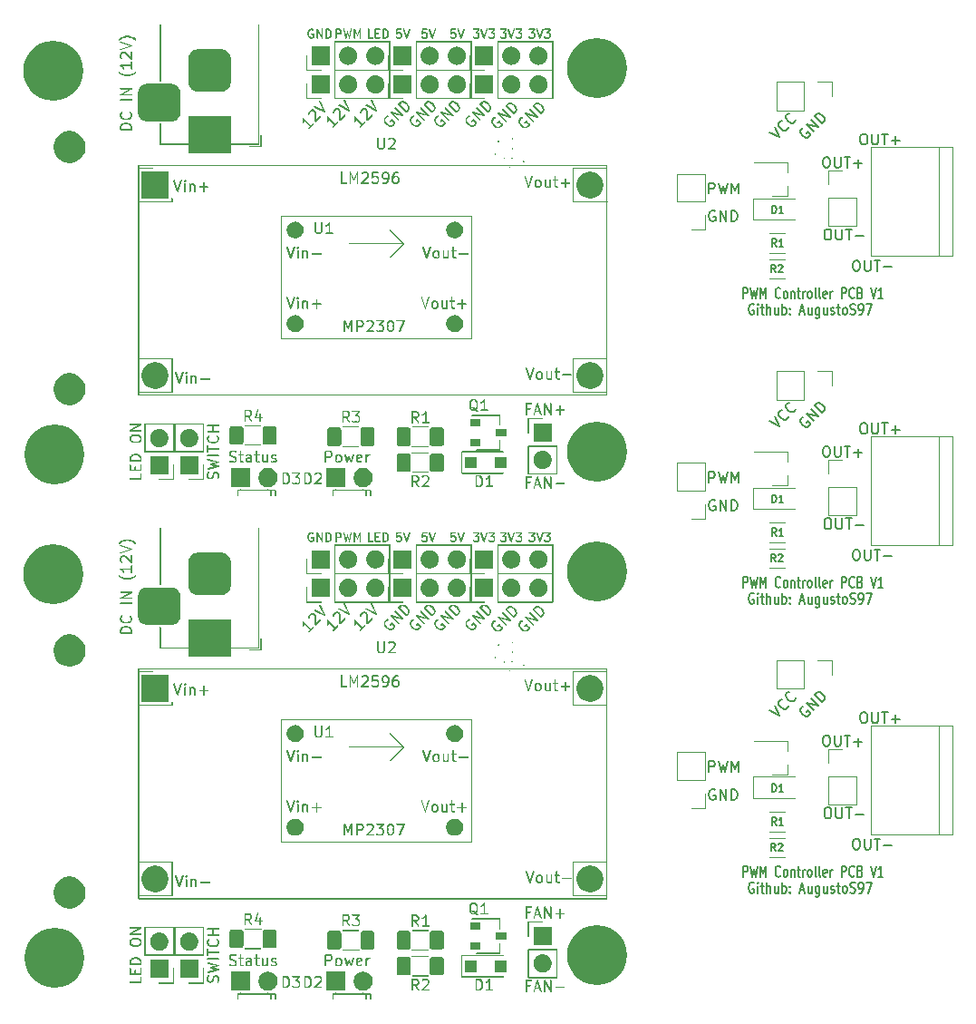
<source format=gto>
%MOIN*%
%OFA0B0*%
%FSLAX46Y46*%
%IPPOS*%
%LPD*%
%AMRoundRect0*
4,1,4,
0.07874015748031496,0.11811023622047245,
0.15748031496062992,0.19685039370078741,
0.23622047244094491,0.27559055118110237,
0.31496062992125984,0.35433070866141736,
0.07874015748031496,0.11811023622047245,
0*
1,1,$1,$2,$3*
1,1,$1,$2,$3*
1,1,$1,$2,$3*
1,1,$1,$2,$3*
20,1,$1,$2,$3,$4,$5,0*
20,1,$1,$2,$3,$4,$5,0*
20,1,$1,$2,$3,$4,$5,0*
20,1,$1,$2,$3,$4,$5,0*%
%AMCOMP1830*
4,1,3,
-0.015748031496062995,-0.024606299212598427,
0.015748031496062995,-0.024606299212598427,
0.015748031496062995,0.024606299212598427,
-0.015748031496062995,0.024606299212598427,
0*
4,1,19,
-0.015748031496062995,-0.014763779527559057,
-0.012706525645915873,-0.015245506729378409,
-0.0099627435797984935,-0.016643533519931621,
-0.0077852658033961877,-0.018821011296333928,
-0.0063872390128429787,-0.021564793362451307,
-0.0059055118110236228,-0.024606299212598427,
-0.006387239012842977,-0.027647805062745546,
-0.0077852658033961877,-0.030391587128862925,
-0.0099627435797984918,-0.032569064905265233,
-0.012706525645915873,-0.033967091695818442,
-0.015748031496062992,-0.034448818897637797,
-0.018789537346210118,-0.033967091695818442,
-0.02153331941232749,-0.032569064905265233,
-0.0237107971887298,-0.030391587128862928,
-0.025108823979283011,-0.027647805062745546,
-0.025590551181102365,-0.024606299212598427,
-0.025108823979283011,-0.021564793362451307,
-0.0237107971887298,-0.018821011296333928,
-0.021533319412327497,-0.016643533519931621,
-0.018789537346210118,-0.015245506729378409,
0*
4,1,19,
0.015748031496062995,-0.014763779527559057,
0.018789537346210115,-0.015245506729378409,
0.02153331941232749,-0.016643533519931621,
0.0237107971887298,-0.018821011296333928,
0.025108823979283011,-0.021564793362451307,
0.025590551181102365,-0.024606299212598427,
0.025108823979283011,-0.027647805062745546,
0.0237107971887298,-0.030391587128862925,
0.021533319412327497,-0.032569064905265233,
0.018789537346210115,-0.033967091695818442,
0.015748031496062995,-0.034448818897637797,
0.012706525645915871,-0.033967091695818442,
0.009962743579798497,-0.032569064905265233,
0.0077852658033961885,-0.030391587128862928,
0.0063872390128429787,-0.027647805062745546,
0.0059055118110236228,-0.024606299212598427,
0.006387239012842977,-0.021564793362451307,
0.0077852658033961868,-0.018821011296333928,
0.0099627435797984918,-0.016643533519931621,
0.012706525645915871,-0.015245506729378409,
0*
4,1,19,
0.015748031496062995,0.034448818897637797,
0.018789537346210115,0.033967091695818442,
0.02153331941232749,0.032569064905265233,
0.0237107971887298,0.030391587128862928,
0.025108823979283011,0.027647805062745546,
0.025590551181102365,0.024606299212598427,
0.025108823979283011,0.021564793362451307,
0.0237107971887298,0.018821011296333928,
0.021533319412327497,0.016643533519931621,
0.018789537346210115,0.015245506729378409,
0.015748031496062995,0.014763779527559057,
0.012706525645915871,0.015245506729378409,
0.009962743579798497,0.016643533519931621,
0.0077852658033961885,0.018821011296333925,
0.0063872390128429787,0.021564793362451307,
0.0059055118110236228,0.024606299212598427,
0.006387239012842977,0.027647805062745546,
0.0077852658033961868,0.030391587128862925,
0.0099627435797984918,0.032569064905265233,
0.012706525645915871,0.033967091695818442,
0*
4,1,19,
-0.015748031496062995,0.034448818897637797,
-0.012706525645915873,0.033967091695818442,
-0.0099627435797984935,0.032569064905265233,
-0.0077852658033961877,0.030391587128862928,
-0.0063872390128429787,0.027647805062745546,
-0.0059055118110236228,0.024606299212598427,
-0.006387239012842977,0.021564793362451307,
-0.0077852658033961877,0.018821011296333928,
-0.0099627435797984918,0.016643533519931621,
-0.012706525645915873,0.015245506729378409,
-0.015748031496062992,0.014763779527559057,
-0.018789537346210118,0.015245506729378409,
-0.02153331941232749,0.016643533519931621,
-0.0237107971887298,0.018821011296333925,
-0.025108823979283011,0.021564793362451307,
-0.025590551181102365,0.024606299212598427,
-0.025108823979283011,0.027647805062745546,
-0.0237107971887298,0.030391587128862925,
-0.021533319412327497,0.032569064905265233,
-0.018789537346210118,0.033967091695818442,
0*
4,1,3,
-0.015748031496062995,-0.034448818897637797,
-0.015748031496062995,-0.014763779527559057,
0.015748031496062995,-0.014763779527559057,
0.015748031496062995,-0.034448818897637797,
0*
4,1,3,
0.025590551181102365,-0.024606299212598427,
0.0059055118110236228,-0.024606299212598427,
0.0059055118110236228,0.024606299212598427,
0.025590551181102365,0.024606299212598427,
0*
4,1,3,
0.015748031496062995,0.034448818897637797,
0.015748031496062995,0.014763779527559057,
-0.015748031496062995,0.014763779527559057,
-0.015748031496062995,0.034448818897637797,
0*
4,1,3,
-0.025590551181102365,0.024606299212598427,
-0.0059055118110236228,0.024606299212598427,
-0.0059055118110236228,-0.024606299212598427,
-0.025590551181102365,-0.024606299212598427,
0*%
%AMCOMP1840*
4,1,3,
0.015748031496062995,0.024606299212598427,
-0.015748031496062995,0.024606299212598427,
-0.015748031496062995,-0.024606299212598427,
0.015748031496062995,-0.024606299212598427,
0*
4,1,19,
0.015748031496062995,0.034448818897637797,
0.018789537346210115,0.033967091695818442,
0.02153331941232749,0.032569064905265233,
0.0237107971887298,0.030391587128862928,
0.025108823979283011,0.027647805062745546,
0.025590551181102365,0.024606299212598427,
0.025108823979283011,0.021564793362451307,
0.0237107971887298,0.018821011296333928,
0.021533319412327497,0.016643533519931621,
0.018789537346210115,0.015245506729378409,
0.015748031496062995,0.014763779527559057,
0.012706525645915871,0.015245506729378409,
0.009962743579798497,0.016643533519931621,
0.0077852658033961885,0.018821011296333925,
0.0063872390128429787,0.021564793362451307,
0.0059055118110236228,0.024606299212598427,
0.006387239012842977,0.027647805062745546,
0.0077852658033961868,0.030391587128862925,
0.0099627435797984918,0.032569064905265233,
0.012706525645915871,0.033967091695818442,
0*
4,1,19,
-0.015748031496062995,0.034448818897637797,
-0.012706525645915873,0.033967091695818442,
-0.0099627435797984935,0.032569064905265233,
-0.0077852658033961877,0.030391587128862928,
-0.0063872390128429787,0.027647805062745546,
-0.0059055118110236228,0.024606299212598427,
-0.006387239012842977,0.021564793362451307,
-0.0077852658033961877,0.018821011296333928,
-0.0099627435797984918,0.016643533519931621,
-0.012706525645915873,0.015245506729378409,
-0.015748031496062992,0.014763779527559057,
-0.018789537346210118,0.015245506729378409,
-0.02153331941232749,0.016643533519931621,
-0.0237107971887298,0.018821011296333925,
-0.025108823979283011,0.021564793362451307,
-0.025590551181102365,0.024606299212598427,
-0.025108823979283011,0.027647805062745546,
-0.0237107971887298,0.030391587128862925,
-0.021533319412327497,0.032569064905265233,
-0.018789537346210118,0.033967091695818442,
0*
4,1,19,
-0.015748031496062995,-0.014763779527559057,
-0.012706525645915873,-0.015245506729378409,
-0.0099627435797984935,-0.016643533519931621,
-0.0077852658033961877,-0.018821011296333928,
-0.0063872390128429787,-0.021564793362451307,
-0.0059055118110236228,-0.024606299212598427,
-0.006387239012842977,-0.027647805062745546,
-0.0077852658033961877,-0.030391587128862925,
-0.0099627435797984918,-0.032569064905265233,
-0.012706525645915873,-0.033967091695818442,
-0.015748031496062992,-0.034448818897637797,
-0.018789537346210118,-0.033967091695818442,
-0.02153331941232749,-0.032569064905265233,
-0.0237107971887298,-0.030391587128862928,
-0.025108823979283011,-0.027647805062745546,
-0.025590551181102365,-0.024606299212598427,
-0.025108823979283011,-0.021564793362451307,
-0.0237107971887298,-0.018821011296333928,
-0.021533319412327497,-0.016643533519931621,
-0.018789537346210118,-0.015245506729378409,
0*
4,1,19,
0.015748031496062995,-0.014763779527559057,
0.018789537346210115,-0.015245506729378409,
0.02153331941232749,-0.016643533519931621,
0.0237107971887298,-0.018821011296333928,
0.025108823979283011,-0.021564793362451307,
0.025590551181102365,-0.024606299212598427,
0.025108823979283011,-0.027647805062745546,
0.0237107971887298,-0.030391587128862925,
0.021533319412327497,-0.032569064905265233,
0.018789537346210115,-0.033967091695818442,
0.015748031496062995,-0.034448818897637797,
0.012706525645915871,-0.033967091695818442,
0.009962743579798497,-0.032569064905265233,
0.0077852658033961885,-0.030391587128862928,
0.0063872390128429787,-0.027647805062745546,
0.0059055118110236228,-0.024606299212598427,
0.006387239012842977,-0.021564793362451307,
0.0077852658033961868,-0.018821011296333928,
0.0099627435797984918,-0.016643533519931621,
0.012706525645915871,-0.015245506729378409,
0*
4,1,3,
0.015748031496062995,0.034448818897637797,
0.015748031496062995,0.014763779527559057,
-0.015748031496062995,0.014763779527559057,
-0.015748031496062995,0.034448818897637797,
0*
4,1,3,
-0.025590551181102365,0.024606299212598427,
-0.0059055118110236228,0.024606299212598427,
-0.0059055118110236228,-0.024606299212598427,
-0.025590551181102365,-0.024606299212598427,
0*
4,1,3,
-0.015748031496062995,-0.034448818897637797,
-0.015748031496062995,-0.014763779527559057,
0.015748031496062995,-0.014763779527559057,
0.015748031496062995,-0.034448818897637797,
0*
4,1,3,
0.025590551181102365,-0.024606299212598427,
0.0059055118110236228,-0.024606299212598427,
0.0059055118110236228,0.024606299212598427,
0.025590551181102365,0.024606299212598427,
0*%
%AMRoundRect1*
4,1,4,
0.07874015748031496,0.11811023622047245,
0.15748031496062992,0.19685039370078741,
0.23622047244094491,0.27559055118110237,
0.31496062992125984,0.35433070866141736,
0.07874015748031496,0.11811023622047245,
0*
1,1,$1,$2,$3*
1,1,$1,$2,$3*
1,1,$1,$2,$3*
1,1,$1,$2,$3*
20,1,$1,$2,$3,$4,$5,0*
20,1,$1,$2,$3,$4,$5,0*
20,1,$1,$2,$3,$4,$5,0*
20,1,$1,$2,$3,$4,$5,0*%
%AMCOMP1910*
4,1,3,
-0.015748031496062995,-0.024606299212598427,
0.015748031496062995,-0.024606299212598427,
0.015748031496062995,0.024606299212598427,
-0.015748031496062995,0.024606299212598427,
0*
4,1,19,
-0.015748031496062995,-0.014763779527559057,
-0.012706525645915873,-0.015245506729378409,
-0.0099627435797984935,-0.016643533519931621,
-0.0077852658033961877,-0.018821011296333928,
-0.0063872390128429787,-0.021564793362451307,
-0.0059055118110236228,-0.024606299212598427,
-0.006387239012842977,-0.027647805062745546,
-0.0077852658033961877,-0.030391587128862925,
-0.0099627435797984918,-0.032569064905265233,
-0.012706525645915873,-0.033967091695818442,
-0.015748031496062992,-0.034448818897637797,
-0.018789537346210118,-0.033967091695818442,
-0.02153331941232749,-0.032569064905265233,
-0.0237107971887298,-0.030391587128862928,
-0.025108823979283011,-0.027647805062745546,
-0.025590551181102365,-0.024606299212598427,
-0.025108823979283011,-0.021564793362451307,
-0.0237107971887298,-0.018821011296333928,
-0.021533319412327497,-0.016643533519931621,
-0.018789537346210118,-0.015245506729378409,
0*
4,1,19,
0.015748031496062995,-0.014763779527559057,
0.018789537346210115,-0.015245506729378409,
0.02153331941232749,-0.016643533519931621,
0.0237107971887298,-0.018821011296333928,
0.025108823979283011,-0.021564793362451307,
0.025590551181102365,-0.024606299212598427,
0.025108823979283011,-0.027647805062745546,
0.0237107971887298,-0.030391587128862925,
0.021533319412327497,-0.032569064905265233,
0.018789537346210115,-0.033967091695818442,
0.015748031496062995,-0.034448818897637797,
0.012706525645915871,-0.033967091695818442,
0.009962743579798497,-0.032569064905265233,
0.0077852658033961885,-0.030391587128862928,
0.0063872390128429787,-0.027647805062745546,
0.0059055118110236228,-0.024606299212598427,
0.006387239012842977,-0.021564793362451307,
0.0077852658033961868,-0.018821011296333928,
0.0099627435797984918,-0.016643533519931621,
0.012706525645915871,-0.015245506729378409,
0*
4,1,19,
0.015748031496062995,0.034448818897637797,
0.018789537346210115,0.033967091695818442,
0.02153331941232749,0.032569064905265233,
0.0237107971887298,0.030391587128862928,
0.025108823979283011,0.027647805062745546,
0.025590551181102365,0.024606299212598427,
0.025108823979283011,0.021564793362451307,
0.0237107971887298,0.018821011296333928,
0.021533319412327497,0.016643533519931621,
0.018789537346210115,0.015245506729378409,
0.015748031496062995,0.014763779527559057,
0.012706525645915871,0.015245506729378409,
0.009962743579798497,0.016643533519931621,
0.0077852658033961885,0.018821011296333925,
0.0063872390128429787,0.021564793362451307,
0.0059055118110236228,0.024606299212598427,
0.006387239012842977,0.027647805062745546,
0.0077852658033961868,0.030391587128862925,
0.0099627435797984918,0.032569064905265233,
0.012706525645915871,0.033967091695818442,
0*
4,1,19,
-0.015748031496062995,0.034448818897637797,
-0.012706525645915873,0.033967091695818442,
-0.0099627435797984935,0.032569064905265233,
-0.0077852658033961877,0.030391587128862928,
-0.0063872390128429787,0.027647805062745546,
-0.0059055118110236228,0.024606299212598427,
-0.006387239012842977,0.021564793362451307,
-0.0077852658033961877,0.018821011296333928,
-0.0099627435797984918,0.016643533519931621,
-0.012706525645915873,0.015245506729378409,
-0.015748031496062992,0.014763779527559057,
-0.018789537346210118,0.015245506729378409,
-0.02153331941232749,0.016643533519931621,
-0.0237107971887298,0.018821011296333925,
-0.025108823979283011,0.021564793362451307,
-0.025590551181102365,0.024606299212598427,
-0.025108823979283011,0.027647805062745546,
-0.0237107971887298,0.030391587128862925,
-0.021533319412327497,0.032569064905265233,
-0.018789537346210118,0.033967091695818442,
0*
4,1,3,
-0.015748031496062995,-0.034448818897637797,
-0.015748031496062995,-0.014763779527559057,
0.015748031496062995,-0.014763779527559057,
0.015748031496062995,-0.034448818897637797,
0*
4,1,3,
0.025590551181102365,-0.024606299212598427,
0.0059055118110236228,-0.024606299212598427,
0.0059055118110236228,0.024606299212598427,
0.025590551181102365,0.024606299212598427,
0*
4,1,3,
0.015748031496062995,0.034448818897637797,
0.015748031496062995,0.014763779527559057,
-0.015748031496062995,0.014763779527559057,
-0.015748031496062995,0.034448818897637797,
0*
4,1,3,
-0.025590551181102365,0.024606299212598427,
-0.0059055118110236228,0.024606299212598427,
-0.0059055118110236228,-0.024606299212598427,
-0.025590551181102365,-0.024606299212598427,
0*%
%AMCOMP1920*
4,1,3,
0.015748031496062995,0.024606299212598427,
-0.015748031496062995,0.024606299212598427,
-0.015748031496062995,-0.024606299212598427,
0.015748031496062995,-0.024606299212598427,
0*
4,1,19,
0.015748031496062995,0.034448818897637797,
0.018789537346210115,0.033967091695818442,
0.02153331941232749,0.032569064905265233,
0.0237107971887298,0.030391587128862928,
0.025108823979283011,0.027647805062745546,
0.025590551181102365,0.024606299212598427,
0.025108823979283011,0.021564793362451307,
0.0237107971887298,0.018821011296333928,
0.021533319412327497,0.016643533519931621,
0.018789537346210115,0.015245506729378409,
0.015748031496062995,0.014763779527559057,
0.012706525645915871,0.015245506729378409,
0.009962743579798497,0.016643533519931621,
0.0077852658033961885,0.018821011296333925,
0.0063872390128429787,0.021564793362451307,
0.0059055118110236228,0.024606299212598427,
0.006387239012842977,0.027647805062745546,
0.0077852658033961868,0.030391587128862925,
0.0099627435797984918,0.032569064905265233,
0.012706525645915871,0.033967091695818442,
0*
4,1,19,
-0.015748031496062995,0.034448818897637797,
-0.012706525645915873,0.033967091695818442,
-0.0099627435797984935,0.032569064905265233,
-0.0077852658033961877,0.030391587128862928,
-0.0063872390128429787,0.027647805062745546,
-0.0059055118110236228,0.024606299212598427,
-0.006387239012842977,0.021564793362451307,
-0.0077852658033961877,0.018821011296333928,
-0.0099627435797984918,0.016643533519931621,
-0.012706525645915873,0.015245506729378409,
-0.015748031496062992,0.014763779527559057,
-0.018789537346210118,0.015245506729378409,
-0.02153331941232749,0.016643533519931621,
-0.0237107971887298,0.018821011296333925,
-0.025108823979283011,0.021564793362451307,
-0.025590551181102365,0.024606299212598427,
-0.025108823979283011,0.027647805062745546,
-0.0237107971887298,0.030391587128862925,
-0.021533319412327497,0.032569064905265233,
-0.018789537346210118,0.033967091695818442,
0*
4,1,19,
-0.015748031496062995,-0.014763779527559057,
-0.012706525645915873,-0.015245506729378409,
-0.0099627435797984935,-0.016643533519931621,
-0.0077852658033961877,-0.018821011296333928,
-0.0063872390128429787,-0.021564793362451307,
-0.0059055118110236228,-0.024606299212598427,
-0.006387239012842977,-0.027647805062745546,
-0.0077852658033961877,-0.030391587128862925,
-0.0099627435797984918,-0.032569064905265233,
-0.012706525645915873,-0.033967091695818442,
-0.015748031496062992,-0.034448818897637797,
-0.018789537346210118,-0.033967091695818442,
-0.02153331941232749,-0.032569064905265233,
-0.0237107971887298,-0.030391587128862928,
-0.025108823979283011,-0.027647805062745546,
-0.025590551181102365,-0.024606299212598427,
-0.025108823979283011,-0.021564793362451307,
-0.0237107971887298,-0.018821011296333928,
-0.021533319412327497,-0.016643533519931621,
-0.018789537346210118,-0.015245506729378409,
0*
4,1,19,
0.015748031496062995,-0.014763779527559057,
0.018789537346210115,-0.015245506729378409,
0.02153331941232749,-0.016643533519931621,
0.0237107971887298,-0.018821011296333928,
0.025108823979283011,-0.021564793362451307,
0.025590551181102365,-0.024606299212598427,
0.025108823979283011,-0.027647805062745546,
0.0237107971887298,-0.030391587128862925,
0.021533319412327497,-0.032569064905265233,
0.018789537346210115,-0.033967091695818442,
0.015748031496062995,-0.034448818897637797,
0.012706525645915871,-0.033967091695818442,
0.009962743579798497,-0.032569064905265233,
0.0077852658033961885,-0.030391587128862928,
0.0063872390128429787,-0.027647805062745546,
0.0059055118110236228,-0.024606299212598427,
0.006387239012842977,-0.021564793362451307,
0.0077852658033961868,-0.018821011296333928,
0.0099627435797984918,-0.016643533519931621,
0.012706525645915871,-0.015245506729378409,
0*
4,1,3,
0.015748031496062995,0.034448818897637797,
0.015748031496062995,0.014763779527559057,
-0.015748031496062995,0.014763779527559057,
-0.015748031496062995,0.034448818897637797,
0*
4,1,3,
-0.025590551181102365,0.024606299212598427,
-0.0059055118110236228,0.024606299212598427,
-0.0059055118110236228,-0.024606299212598427,
-0.025590551181102365,-0.024606299212598427,
0*
4,1,3,
-0.015748031496062995,-0.034448818897637797,
-0.015748031496062995,-0.014763779527559057,
0.015748031496062995,-0.014763779527559057,
0.015748031496062995,-0.034448818897637797,
0*
4,1,3,
0.025590551181102365,-0.024606299212598427,
0.0059055118110236228,-0.024606299212598427,
0.0059055118110236228,0.024606299212598427,
0.025590551181102365,0.024606299212598427,
0*%
%AMRoundRect0*
4,1,4,
0.07874015748031496,0.11811023622047245,
0.15748031496062992,0.19685039370078741,
0.23622047244094491,0.27559055118110237,
0.31496062992125984,0.35433070866141736,
0.07874015748031496,0.11811023622047245,
0*
1,1,$1,$2,$3*
1,1,$1,$2,$3*
1,1,$1,$2,$3*
1,1,$1,$2,$3*
20,1,$1,$2,$3,$4,$5,0*
20,1,$1,$2,$3,$4,$5,0*
20,1,$1,$2,$3,$4,$5,0*
20,1,$1,$2,$3,$4,$5,0*%
%AMCOMP1990*
4,1,3,
-0.015748031496062995,-0.024606299212598427,
0.015748031496062995,-0.024606299212598427,
0.015748031496062995,0.024606299212598427,
-0.015748031496062995,0.024606299212598427,
0*
4,1,19,
-0.015748031496062995,-0.014763779527559057,
-0.012706525645915873,-0.015245506729378409,
-0.0099627435797984935,-0.016643533519931621,
-0.0077852658033961877,-0.018821011296333928,
-0.0063872390128429787,-0.021564793362451307,
-0.0059055118110236228,-0.024606299212598427,
-0.006387239012842977,-0.027647805062745546,
-0.0077852658033961877,-0.030391587128862925,
-0.0099627435797984918,-0.032569064905265233,
-0.012706525645915873,-0.033967091695818442,
-0.015748031496062992,-0.034448818897637797,
-0.018789537346210118,-0.033967091695818442,
-0.02153331941232749,-0.032569064905265233,
-0.0237107971887298,-0.030391587128862928,
-0.025108823979283011,-0.027647805062745546,
-0.025590551181102365,-0.024606299212598427,
-0.025108823979283011,-0.021564793362451307,
-0.0237107971887298,-0.018821011296333928,
-0.021533319412327497,-0.016643533519931621,
-0.018789537346210118,-0.015245506729378409,
0*
4,1,19,
0.015748031496062995,-0.014763779527559057,
0.018789537346210115,-0.015245506729378409,
0.02153331941232749,-0.016643533519931621,
0.0237107971887298,-0.018821011296333928,
0.025108823979283011,-0.021564793362451307,
0.025590551181102365,-0.024606299212598427,
0.025108823979283011,-0.027647805062745546,
0.0237107971887298,-0.030391587128862925,
0.021533319412327497,-0.032569064905265233,
0.018789537346210115,-0.033967091695818442,
0.015748031496062995,-0.034448818897637797,
0.012706525645915871,-0.033967091695818442,
0.009962743579798497,-0.032569064905265233,
0.0077852658033961885,-0.030391587128862928,
0.0063872390128429787,-0.027647805062745546,
0.0059055118110236228,-0.024606299212598427,
0.006387239012842977,-0.021564793362451307,
0.0077852658033961868,-0.018821011296333928,
0.0099627435797984918,-0.016643533519931621,
0.012706525645915871,-0.015245506729378409,
0*
4,1,19,
0.015748031496062995,0.034448818897637797,
0.018789537346210115,0.033967091695818442,
0.02153331941232749,0.032569064905265233,
0.0237107971887298,0.030391587128862928,
0.025108823979283011,0.027647805062745546,
0.025590551181102365,0.024606299212598427,
0.025108823979283011,0.021564793362451307,
0.0237107971887298,0.018821011296333928,
0.021533319412327497,0.016643533519931621,
0.018789537346210115,0.015245506729378409,
0.015748031496062995,0.014763779527559057,
0.012706525645915871,0.015245506729378409,
0.009962743579798497,0.016643533519931621,
0.0077852658033961885,0.018821011296333925,
0.0063872390128429787,0.021564793362451307,
0.0059055118110236228,0.024606299212598427,
0.006387239012842977,0.027647805062745546,
0.0077852658033961868,0.030391587128862925,
0.0099627435797984918,0.032569064905265233,
0.012706525645915871,0.033967091695818442,
0*
4,1,19,
-0.015748031496062995,0.034448818897637797,
-0.012706525645915873,0.033967091695818442,
-0.0099627435797984935,0.032569064905265233,
-0.0077852658033961877,0.030391587128862928,
-0.0063872390128429787,0.027647805062745546,
-0.0059055118110236228,0.024606299212598427,
-0.006387239012842977,0.021564793362451307,
-0.0077852658033961877,0.018821011296333928,
-0.0099627435797984918,0.016643533519931621,
-0.012706525645915873,0.015245506729378409,
-0.015748031496062992,0.014763779527559057,
-0.018789537346210118,0.015245506729378409,
-0.02153331941232749,0.016643533519931621,
-0.0237107971887298,0.018821011296333925,
-0.025108823979283011,0.021564793362451307,
-0.025590551181102365,0.024606299212598427,
-0.025108823979283011,0.027647805062745546,
-0.0237107971887298,0.030391587128862925,
-0.021533319412327497,0.032569064905265233,
-0.018789537346210118,0.033967091695818442,
0*
4,1,3,
-0.015748031496062995,-0.034448818897637797,
-0.015748031496062995,-0.014763779527559057,
0.015748031496062995,-0.014763779527559057,
0.015748031496062995,-0.034448818897637797,
0*
4,1,3,
0.025590551181102365,-0.024606299212598427,
0.0059055118110236228,-0.024606299212598427,
0.0059055118110236228,0.024606299212598427,
0.025590551181102365,0.024606299212598427,
0*
4,1,3,
0.015748031496062995,0.034448818897637797,
0.015748031496062995,0.014763779527559057,
-0.015748031496062995,0.014763779527559057,
-0.015748031496062995,0.034448818897637797,
0*
4,1,3,
-0.025590551181102365,0.024606299212598427,
-0.0059055118110236228,0.024606299212598427,
-0.0059055118110236228,-0.024606299212598427,
-0.025590551181102365,-0.024606299212598427,
0*%
%AMCOMP2000*
4,1,3,
0.015748031496062995,0.024606299212598427,
-0.015748031496062995,0.024606299212598427,
-0.015748031496062995,-0.024606299212598427,
0.015748031496062995,-0.024606299212598427,
0*
4,1,19,
0.015748031496062995,0.034448818897637797,
0.018789537346210115,0.033967091695818442,
0.02153331941232749,0.032569064905265233,
0.0237107971887298,0.030391587128862928,
0.025108823979283011,0.027647805062745546,
0.025590551181102365,0.024606299212598427,
0.025108823979283011,0.021564793362451307,
0.0237107971887298,0.018821011296333928,
0.021533319412327497,0.016643533519931621,
0.018789537346210115,0.015245506729378409,
0.015748031496062995,0.014763779527559057,
0.012706525645915871,0.015245506729378409,
0.009962743579798497,0.016643533519931621,
0.0077852658033961885,0.018821011296333925,
0.0063872390128429787,0.021564793362451307,
0.0059055118110236228,0.024606299212598427,
0.006387239012842977,0.027647805062745546,
0.0077852658033961868,0.030391587128862925,
0.0099627435797984918,0.032569064905265233,
0.012706525645915871,0.033967091695818442,
0*
4,1,19,
-0.015748031496062995,0.034448818897637797,
-0.012706525645915873,0.033967091695818442,
-0.0099627435797984935,0.032569064905265233,
-0.0077852658033961877,0.030391587128862928,
-0.0063872390128429787,0.027647805062745546,
-0.0059055118110236228,0.024606299212598427,
-0.006387239012842977,0.021564793362451307,
-0.0077852658033961877,0.018821011296333928,
-0.0099627435797984918,0.016643533519931621,
-0.012706525645915873,0.015245506729378409,
-0.015748031496062992,0.014763779527559057,
-0.018789537346210118,0.015245506729378409,
-0.02153331941232749,0.016643533519931621,
-0.0237107971887298,0.018821011296333925,
-0.025108823979283011,0.021564793362451307,
-0.025590551181102365,0.024606299212598427,
-0.025108823979283011,0.027647805062745546,
-0.0237107971887298,0.030391587128862925,
-0.021533319412327497,0.032569064905265233,
-0.018789537346210118,0.033967091695818442,
0*
4,1,19,
-0.015748031496062995,-0.014763779527559057,
-0.012706525645915873,-0.015245506729378409,
-0.0099627435797984935,-0.016643533519931621,
-0.0077852658033961877,-0.018821011296333928,
-0.0063872390128429787,-0.021564793362451307,
-0.0059055118110236228,-0.024606299212598427,
-0.006387239012842977,-0.027647805062745546,
-0.0077852658033961877,-0.030391587128862925,
-0.0099627435797984918,-0.032569064905265233,
-0.012706525645915873,-0.033967091695818442,
-0.015748031496062992,-0.034448818897637797,
-0.018789537346210118,-0.033967091695818442,
-0.02153331941232749,-0.032569064905265233,
-0.0237107971887298,-0.030391587128862928,
-0.025108823979283011,-0.027647805062745546,
-0.025590551181102365,-0.024606299212598427,
-0.025108823979283011,-0.021564793362451307,
-0.0237107971887298,-0.018821011296333928,
-0.021533319412327497,-0.016643533519931621,
-0.018789537346210118,-0.015245506729378409,
0*
4,1,19,
0.015748031496062995,-0.014763779527559057,
0.018789537346210115,-0.015245506729378409,
0.02153331941232749,-0.016643533519931621,
0.0237107971887298,-0.018821011296333928,
0.025108823979283011,-0.021564793362451307,
0.025590551181102365,-0.024606299212598427,
0.025108823979283011,-0.027647805062745546,
0.0237107971887298,-0.030391587128862925,
0.021533319412327497,-0.032569064905265233,
0.018789537346210115,-0.033967091695818442,
0.015748031496062995,-0.034448818897637797,
0.012706525645915871,-0.033967091695818442,
0.009962743579798497,-0.032569064905265233,
0.0077852658033961885,-0.030391587128862928,
0.0063872390128429787,-0.027647805062745546,
0.0059055118110236228,-0.024606299212598427,
0.006387239012842977,-0.021564793362451307,
0.0077852658033961868,-0.018821011296333928,
0.0099627435797984918,-0.016643533519931621,
0.012706525645915871,-0.015245506729378409,
0*
4,1,3,
0.015748031496062995,0.034448818897637797,
0.015748031496062995,0.014763779527559057,
-0.015748031496062995,0.014763779527559057,
-0.015748031496062995,0.034448818897637797,
0*
4,1,3,
-0.025590551181102365,0.024606299212598427,
-0.0059055118110236228,0.024606299212598427,
-0.0059055118110236228,-0.024606299212598427,
-0.025590551181102365,-0.024606299212598427,
0*
4,1,3,
-0.015748031496062995,-0.034448818897637797,
-0.015748031496062995,-0.014763779527559057,
0.015748031496062995,-0.014763779527559057,
0.015748031496062995,-0.034448818897637797,
0*
4,1,3,
0.025590551181102365,-0.024606299212598427,
0.0059055118110236228,-0.024606299212598427,
0.0059055118110236228,0.024606299212598427,
0.025590551181102365,0.024606299212598427,
0*%
%ADD10C,0.005905511811023622*%
%ADD11C,0.0073818897637795283*%
%ADD12C,0.0078740157480314977*%
%ADD13C,0.0047244094488188976*%
%ADD14R,0.043307086614173235X0.043307086614173235*%
%ADD15C,0.22047244094488189*%
%ADD16R,0.066929133858267723X0.066929133858267723*%
%ADD17O,0.066929133858267723X0.066929133858267723*%
%ADD18R,0.074803149606299218X0.031496062992125991*%
%ADD19R,0.11811023622047245X0.11811023622047245*%
%ADD20C,0.11811023622047245*%
%AMCOMP207*
4,1,3,
-0.015748031496062995,-0.024606299212598427,
0.015748031496062995,-0.024606299212598427,
0.015748031496062995,0.024606299212598427,
-0.015748031496062995,0.024606299212598427,
0*
4,1,19,
-0.015748031496062995,-0.014763779527559057,
-0.012706525645915873,-0.015245506729378409,
-0.0099627435797984935,-0.016643533519931621,
-0.0077852658033961877,-0.018821011296333928,
-0.0063872390128429787,-0.021564793362451307,
-0.0059055118110236228,-0.024606299212598427,
-0.006387239012842977,-0.027647805062745546,
-0.0077852658033961877,-0.030391587128862925,
-0.0099627435797984918,-0.032569064905265233,
-0.012706525645915873,-0.033967091695818442,
-0.015748031496062992,-0.034448818897637797,
-0.018789537346210118,-0.033967091695818442,
-0.02153331941232749,-0.032569064905265233,
-0.0237107971887298,-0.030391587128862928,
-0.025108823979283011,-0.027647805062745546,
-0.025590551181102365,-0.024606299212598427,
-0.025108823979283011,-0.021564793362451307,
-0.0237107971887298,-0.018821011296333928,
-0.021533319412327497,-0.016643533519931621,
-0.018789537346210118,-0.015245506729378409,
0*
4,1,19,
0.015748031496062995,-0.014763779527559057,
0.018789537346210115,-0.015245506729378409,
0.02153331941232749,-0.016643533519931621,
0.0237107971887298,-0.018821011296333928,
0.025108823979283011,-0.021564793362451307,
0.025590551181102365,-0.024606299212598427,
0.025108823979283011,-0.027647805062745546,
0.0237107971887298,-0.030391587128862925,
0.021533319412327497,-0.032569064905265233,
0.018789537346210115,-0.033967091695818442,
0.015748031496062995,-0.034448818897637797,
0.012706525645915871,-0.033967091695818442,
0.009962743579798497,-0.032569064905265233,
0.0077852658033961885,-0.030391587128862928,
0.0063872390128429787,-0.027647805062745546,
0.0059055118110236228,-0.024606299212598427,
0.006387239012842977,-0.021564793362451307,
0.0077852658033961868,-0.018821011296333928,
0.0099627435797984918,-0.016643533519931621,
0.012706525645915871,-0.015245506729378409,
0*
4,1,19,
0.015748031496062995,0.034448818897637797,
0.018789537346210115,0.033967091695818442,
0.02153331941232749,0.032569064905265233,
0.0237107971887298,0.030391587128862928,
0.025108823979283011,0.027647805062745546,
0.025590551181102365,0.024606299212598427,
0.025108823979283011,0.021564793362451307,
0.0237107971887298,0.018821011296333928,
0.021533319412327497,0.016643533519931621,
0.018789537346210115,0.015245506729378409,
0.015748031496062995,0.014763779527559057,
0.012706525645915871,0.015245506729378409,
0.009962743579798497,0.016643533519931621,
0.0077852658033961885,0.018821011296333925,
0.0063872390128429787,0.021564793362451307,
0.0059055118110236228,0.024606299212598427,
0.006387239012842977,0.027647805062745546,
0.0077852658033961868,0.030391587128862925,
0.0099627435797984918,0.032569064905265233,
0.012706525645915871,0.033967091695818442,
0*
4,1,19,
-0.015748031496062995,0.034448818897637797,
-0.012706525645915873,0.033967091695818442,
-0.0099627435797984935,0.032569064905265233,
-0.0077852658033961877,0.030391587128862928,
-0.0063872390128429787,0.027647805062745546,
-0.0059055118110236228,0.024606299212598427,
-0.006387239012842977,0.021564793362451307,
-0.0077852658033961877,0.018821011296333928,
-0.0099627435797984918,0.016643533519931621,
-0.012706525645915873,0.015245506729378409,
-0.015748031496062992,0.014763779527559057,
-0.018789537346210118,0.015245506729378409,
-0.02153331941232749,0.016643533519931621,
-0.0237107971887298,0.018821011296333925,
-0.025108823979283011,0.021564793362451307,
-0.025590551181102365,0.024606299212598427,
-0.025108823979283011,0.027647805062745546,
-0.0237107971887298,0.030391587128862925,
-0.021533319412327497,0.032569064905265233,
-0.018789537346210118,0.033967091695818442,
0*
4,1,3,
-0.015748031496062995,-0.034448818897637797,
-0.015748031496062995,-0.014763779527559057,
0.015748031496062995,-0.014763779527559057,
0.015748031496062995,-0.034448818897637797,
0*
4,1,3,
0.025590551181102365,-0.024606299212598427,
0.0059055118110236228,-0.024606299212598427,
0.0059055118110236228,0.024606299212598427,
0.025590551181102365,0.024606299212598427,
0*
4,1,3,
0.015748031496062995,0.034448818897637797,
0.015748031496062995,0.014763779527559057,
-0.015748031496062995,0.014763779527559057,
-0.015748031496062995,0.034448818897637797,
0*
4,1,3,
-0.025590551181102365,0.024606299212598427,
-0.0059055118110236228,0.024606299212598427,
-0.0059055118110236228,-0.024606299212598427,
-0.025590551181102365,-0.024606299212598427,
0*%
%ADD21COMP207,0.25X-0.4X-0.625X0.4X-0.625X0.4X0.625X-0.4X0.625X0*%
%AMCOMP214*
4,1,3,
0.015748031496062995,0.024606299212598427,
-0.015748031496062995,0.024606299212598427,
-0.015748031496062995,-0.024606299212598427,
0.015748031496062995,-0.024606299212598427,
0*
4,1,19,
0.015748031496062995,0.034448818897637797,
0.018789537346210115,0.033967091695818442,
0.02153331941232749,0.032569064905265233,
0.0237107971887298,0.030391587128862928,
0.025108823979283011,0.027647805062745546,
0.025590551181102365,0.024606299212598427,
0.025108823979283011,0.021564793362451307,
0.0237107971887298,0.018821011296333928,
0.021533319412327497,0.016643533519931621,
0.018789537346210115,0.015245506729378409,
0.015748031496062995,0.014763779527559057,
0.012706525645915871,0.015245506729378409,
0.009962743579798497,0.016643533519931621,
0.0077852658033961885,0.018821011296333925,
0.0063872390128429787,0.021564793362451307,
0.0059055118110236228,0.024606299212598427,
0.006387239012842977,0.027647805062745546,
0.0077852658033961868,0.030391587128862925,
0.0099627435797984918,0.032569064905265233,
0.012706525645915871,0.033967091695818442,
0*
4,1,19,
-0.015748031496062995,0.034448818897637797,
-0.012706525645915873,0.033967091695818442,
-0.0099627435797984935,0.032569064905265233,
-0.0077852658033961877,0.030391587128862928,
-0.0063872390128429787,0.027647805062745546,
-0.0059055118110236228,0.024606299212598427,
-0.006387239012842977,0.021564793362451307,
-0.0077852658033961877,0.018821011296333928,
-0.0099627435797984918,0.016643533519931621,
-0.012706525645915873,0.015245506729378409,
-0.015748031496062992,0.014763779527559057,
-0.018789537346210118,0.015245506729378409,
-0.02153331941232749,0.016643533519931621,
-0.0237107971887298,0.018821011296333925,
-0.025108823979283011,0.021564793362451307,
-0.025590551181102365,0.024606299212598427,
-0.025108823979283011,0.027647805062745546,
-0.0237107971887298,0.030391587128862925,
-0.021533319412327497,0.032569064905265233,
-0.018789537346210118,0.033967091695818442,
0*
4,1,19,
-0.015748031496062995,-0.014763779527559057,
-0.012706525645915873,-0.015245506729378409,
-0.0099627435797984935,-0.016643533519931621,
-0.0077852658033961877,-0.018821011296333928,
-0.0063872390128429787,-0.021564793362451307,
-0.0059055118110236228,-0.024606299212598427,
-0.006387239012842977,-0.027647805062745546,
-0.0077852658033961877,-0.030391587128862925,
-0.0099627435797984918,-0.032569064905265233,
-0.012706525645915873,-0.033967091695818442,
-0.015748031496062992,-0.034448818897637797,
-0.018789537346210118,-0.033967091695818442,
-0.02153331941232749,-0.032569064905265233,
-0.0237107971887298,-0.030391587128862928,
-0.025108823979283011,-0.027647805062745546,
-0.025590551181102365,-0.024606299212598427,
-0.025108823979283011,-0.021564793362451307,
-0.0237107971887298,-0.018821011296333928,
-0.021533319412327497,-0.016643533519931621,
-0.018789537346210118,-0.015245506729378409,
0*
4,1,19,
0.015748031496062995,-0.014763779527559057,
0.018789537346210115,-0.015245506729378409,
0.02153331941232749,-0.016643533519931621,
0.0237107971887298,-0.018821011296333928,
0.025108823979283011,-0.021564793362451307,
0.025590551181102365,-0.024606299212598427,
0.025108823979283011,-0.027647805062745546,
0.0237107971887298,-0.030391587128862925,
0.021533319412327497,-0.032569064905265233,
0.018789537346210115,-0.033967091695818442,
0.015748031496062995,-0.034448818897637797,
0.012706525645915871,-0.033967091695818442,
0.009962743579798497,-0.032569064905265233,
0.0077852658033961885,-0.030391587128862928,
0.0063872390128429787,-0.027647805062745546,
0.0059055118110236228,-0.024606299212598427,
0.006387239012842977,-0.021564793362451307,
0.0077852658033961868,-0.018821011296333928,
0.0099627435797984918,-0.016643533519931621,
0.012706525645915871,-0.015245506729378409,
0*
4,1,3,
0.015748031496062995,0.034448818897637797,
0.015748031496062995,0.014763779527559057,
-0.015748031496062995,0.014763779527559057,
-0.015748031496062995,0.034448818897637797,
0*
4,1,3,
-0.025590551181102365,0.024606299212598427,
-0.0059055118110236228,0.024606299212598427,
-0.0059055118110236228,-0.024606299212598427,
-0.025590551181102365,-0.024606299212598427,
0*
4,1,3,
-0.015748031496062995,-0.034448818897637797,
-0.015748031496062995,-0.014763779527559057,
0.015748031496062995,-0.014763779527559057,
0.015748031496062995,-0.034448818897637797,
0*
4,1,3,
0.025590551181102365,-0.024606299212598427,
0.0059055118110236228,-0.024606299212598427,
0.0059055118110236228,0.024606299212598427,
0.025590551181102365,0.024606299212598427,
0*%
%ADD22COMP214,0.25X0.4X0.625X-0.4X0.625X-0.4X-0.625X0.4X-0.625X0*%
%ADD23C,0.005905511811023622*%
%ADD24C,0.0073818897637795283*%
%ADD25C,0.0078740157480314977*%
%ADD26C,0.0047244094488188976*%
%ADD27R,0.043307086614173235X0.043307086614173235*%
%ADD28C,0.22047244094488189*%
%ADD29R,0.066929133858267723X0.066929133858267723*%
%ADD30O,0.066929133858267723X0.066929133858267723*%
%ADD31R,0.074803149606299218X0.031496062992125991*%
%ADD32R,0.11811023622047245X0.11811023622047245*%
%ADD33C,0.11811023622047245*%
%AMCOMP221*
4,1,3,
-0.015748031496062995,-0.024606299212598427,
0.015748031496062995,-0.024606299212598427,
0.015748031496062995,0.024606299212598427,
-0.015748031496062995,0.024606299212598427,
0*
4,1,19,
-0.015748031496062995,-0.014763779527559057,
-0.012706525645915873,-0.015245506729378409,
-0.0099627435797984935,-0.016643533519931621,
-0.0077852658033961877,-0.018821011296333928,
-0.0063872390128429787,-0.021564793362451307,
-0.0059055118110236228,-0.024606299212598427,
-0.006387239012842977,-0.027647805062745546,
-0.0077852658033961877,-0.030391587128862925,
-0.0099627435797984918,-0.032569064905265233,
-0.012706525645915873,-0.033967091695818442,
-0.015748031496062992,-0.034448818897637797,
-0.018789537346210118,-0.033967091695818442,
-0.02153331941232749,-0.032569064905265233,
-0.0237107971887298,-0.030391587128862928,
-0.025108823979283011,-0.027647805062745546,
-0.025590551181102365,-0.024606299212598427,
-0.025108823979283011,-0.021564793362451307,
-0.0237107971887298,-0.018821011296333928,
-0.021533319412327497,-0.016643533519931621,
-0.018789537346210118,-0.015245506729378409,
0*
4,1,19,
0.015748031496062995,-0.014763779527559057,
0.018789537346210115,-0.015245506729378409,
0.02153331941232749,-0.016643533519931621,
0.0237107971887298,-0.018821011296333928,
0.025108823979283011,-0.021564793362451307,
0.025590551181102365,-0.024606299212598427,
0.025108823979283011,-0.027647805062745546,
0.0237107971887298,-0.030391587128862925,
0.021533319412327497,-0.032569064905265233,
0.018789537346210115,-0.033967091695818442,
0.015748031496062995,-0.034448818897637797,
0.012706525645915871,-0.033967091695818442,
0.009962743579798497,-0.032569064905265233,
0.0077852658033961885,-0.030391587128862928,
0.0063872390128429787,-0.027647805062745546,
0.0059055118110236228,-0.024606299212598427,
0.006387239012842977,-0.021564793362451307,
0.0077852658033961868,-0.018821011296333928,
0.0099627435797984918,-0.016643533519931621,
0.012706525645915871,-0.015245506729378409,
0*
4,1,19,
0.015748031496062995,0.034448818897637797,
0.018789537346210115,0.033967091695818442,
0.02153331941232749,0.032569064905265233,
0.0237107971887298,0.030391587128862928,
0.025108823979283011,0.027647805062745546,
0.025590551181102365,0.024606299212598427,
0.025108823979283011,0.021564793362451307,
0.0237107971887298,0.018821011296333928,
0.021533319412327497,0.016643533519931621,
0.018789537346210115,0.015245506729378409,
0.015748031496062995,0.014763779527559057,
0.012706525645915871,0.015245506729378409,
0.009962743579798497,0.016643533519931621,
0.0077852658033961885,0.018821011296333925,
0.0063872390128429787,0.021564793362451307,
0.0059055118110236228,0.024606299212598427,
0.006387239012842977,0.027647805062745546,
0.0077852658033961868,0.030391587128862925,
0.0099627435797984918,0.032569064905265233,
0.012706525645915871,0.033967091695818442,
0*
4,1,19,
-0.015748031496062995,0.034448818897637797,
-0.012706525645915873,0.033967091695818442,
-0.0099627435797984935,0.032569064905265233,
-0.0077852658033961877,0.030391587128862928,
-0.0063872390128429787,0.027647805062745546,
-0.0059055118110236228,0.024606299212598427,
-0.006387239012842977,0.021564793362451307,
-0.0077852658033961877,0.018821011296333928,
-0.0099627435797984918,0.016643533519931621,
-0.012706525645915873,0.015245506729378409,
-0.015748031496062992,0.014763779527559057,
-0.018789537346210118,0.015245506729378409,
-0.02153331941232749,0.016643533519931621,
-0.0237107971887298,0.018821011296333925,
-0.025108823979283011,0.021564793362451307,
-0.025590551181102365,0.024606299212598427,
-0.025108823979283011,0.027647805062745546,
-0.0237107971887298,0.030391587128862925,
-0.021533319412327497,0.032569064905265233,
-0.018789537346210118,0.033967091695818442,
0*
4,1,3,
-0.015748031496062995,-0.034448818897637797,
-0.015748031496062995,-0.014763779527559057,
0.015748031496062995,-0.014763779527559057,
0.015748031496062995,-0.034448818897637797,
0*
4,1,3,
0.025590551181102365,-0.024606299212598427,
0.0059055118110236228,-0.024606299212598427,
0.0059055118110236228,0.024606299212598427,
0.025590551181102365,0.024606299212598427,
0*
4,1,3,
0.015748031496062995,0.034448818897637797,
0.015748031496062995,0.014763779527559057,
-0.015748031496062995,0.014763779527559057,
-0.015748031496062995,0.034448818897637797,
0*
4,1,3,
-0.025590551181102365,0.024606299212598427,
-0.0059055118110236228,0.024606299212598427,
-0.0059055118110236228,-0.024606299212598427,
-0.025590551181102365,-0.024606299212598427,
0*%
%ADD34COMP221,0.25X-0.4X-0.625X0.4X-0.625X0.4X0.625X-0.4X0.625X0*%
%AMCOMP228*
4,1,3,
0.015748031496062995,0.024606299212598427,
-0.015748031496062995,0.024606299212598427,
-0.015748031496062995,-0.024606299212598427,
0.015748031496062995,-0.024606299212598427,
0*
4,1,19,
0.015748031496062995,0.034448818897637797,
0.018789537346210115,0.033967091695818442,
0.02153331941232749,0.032569064905265233,
0.0237107971887298,0.030391587128862928,
0.025108823979283011,0.027647805062745546,
0.025590551181102365,0.024606299212598427,
0.025108823979283011,0.021564793362451307,
0.0237107971887298,0.018821011296333928,
0.021533319412327497,0.016643533519931621,
0.018789537346210115,0.015245506729378409,
0.015748031496062995,0.014763779527559057,
0.012706525645915871,0.015245506729378409,
0.009962743579798497,0.016643533519931621,
0.0077852658033961885,0.018821011296333925,
0.0063872390128429787,0.021564793362451307,
0.0059055118110236228,0.024606299212598427,
0.006387239012842977,0.027647805062745546,
0.0077852658033961868,0.030391587128862925,
0.0099627435797984918,0.032569064905265233,
0.012706525645915871,0.033967091695818442,
0*
4,1,19,
-0.015748031496062995,0.034448818897637797,
-0.012706525645915873,0.033967091695818442,
-0.0099627435797984935,0.032569064905265233,
-0.0077852658033961877,0.030391587128862928,
-0.0063872390128429787,0.027647805062745546,
-0.0059055118110236228,0.024606299212598427,
-0.006387239012842977,0.021564793362451307,
-0.0077852658033961877,0.018821011296333928,
-0.0099627435797984918,0.016643533519931621,
-0.012706525645915873,0.015245506729378409,
-0.015748031496062992,0.014763779527559057,
-0.018789537346210118,0.015245506729378409,
-0.02153331941232749,0.016643533519931621,
-0.0237107971887298,0.018821011296333925,
-0.025108823979283011,0.021564793362451307,
-0.025590551181102365,0.024606299212598427,
-0.025108823979283011,0.027647805062745546,
-0.0237107971887298,0.030391587128862925,
-0.021533319412327497,0.032569064905265233,
-0.018789537346210118,0.033967091695818442,
0*
4,1,19,
-0.015748031496062995,-0.014763779527559057,
-0.012706525645915873,-0.015245506729378409,
-0.0099627435797984935,-0.016643533519931621,
-0.0077852658033961877,-0.018821011296333928,
-0.0063872390128429787,-0.021564793362451307,
-0.0059055118110236228,-0.024606299212598427,
-0.006387239012842977,-0.027647805062745546,
-0.0077852658033961877,-0.030391587128862925,
-0.0099627435797984918,-0.032569064905265233,
-0.012706525645915873,-0.033967091695818442,
-0.015748031496062992,-0.034448818897637797,
-0.018789537346210118,-0.033967091695818442,
-0.02153331941232749,-0.032569064905265233,
-0.0237107971887298,-0.030391587128862928,
-0.025108823979283011,-0.027647805062745546,
-0.025590551181102365,-0.024606299212598427,
-0.025108823979283011,-0.021564793362451307,
-0.0237107971887298,-0.018821011296333928,
-0.021533319412327497,-0.016643533519931621,
-0.018789537346210118,-0.015245506729378409,
0*
4,1,19,
0.015748031496062995,-0.014763779527559057,
0.018789537346210115,-0.015245506729378409,
0.02153331941232749,-0.016643533519931621,
0.0237107971887298,-0.018821011296333928,
0.025108823979283011,-0.021564793362451307,
0.025590551181102365,-0.024606299212598427,
0.025108823979283011,-0.027647805062745546,
0.0237107971887298,-0.030391587128862925,
0.021533319412327497,-0.032569064905265233,
0.018789537346210115,-0.033967091695818442,
0.015748031496062995,-0.034448818897637797,
0.012706525645915871,-0.033967091695818442,
0.009962743579798497,-0.032569064905265233,
0.0077852658033961885,-0.030391587128862928,
0.0063872390128429787,-0.027647805062745546,
0.0059055118110236228,-0.024606299212598427,
0.006387239012842977,-0.021564793362451307,
0.0077852658033961868,-0.018821011296333928,
0.0099627435797984918,-0.016643533519931621,
0.012706525645915871,-0.015245506729378409,
0*
4,1,3,
0.015748031496062995,0.034448818897637797,
0.015748031496062995,0.014763779527559057,
-0.015748031496062995,0.014763779527559057,
-0.015748031496062995,0.034448818897637797,
0*
4,1,3,
-0.025590551181102365,0.024606299212598427,
-0.0059055118110236228,0.024606299212598427,
-0.0059055118110236228,-0.024606299212598427,
-0.025590551181102365,-0.024606299212598427,
0*
4,1,3,
-0.015748031496062995,-0.034448818897637797,
-0.015748031496062995,-0.014763779527559057,
0.015748031496062995,-0.014763779527559057,
0.015748031496062995,-0.034448818897637797,
0*
4,1,3,
0.025590551181102365,-0.024606299212598427,
0.0059055118110236228,-0.024606299212598427,
0.0059055118110236228,0.024606299212598427,
0.025590551181102365,0.024606299212598427,
0*%
%ADD35COMP228,0.25X0.4X0.625X-0.4X0.625X-0.4X-0.625X0.4X-0.625X0*%
%ADD36C,0.005905511811023622*%
%ADD37C,0.0073818897637795283*%
%ADD38C,0.0078740157480314977*%
%ADD39C,0.0047244094488188976*%
%ADD40R,0.043307086614173235X0.043307086614173235*%
%ADD41C,0.22047244094488189*%
%ADD42R,0.066929133858267723X0.066929133858267723*%
%ADD43O,0.066929133858267723X0.066929133858267723*%
%ADD44R,0.074803149606299218X0.031496062992125991*%
%ADD45R,0.11811023622047245X0.11811023622047245*%
%ADD46C,0.11811023622047245*%
%AMCOMP232*
4,1,3,
-0.015748031496062995,-0.024606299212598427,
0.015748031496062995,-0.024606299212598427,
0.015748031496062995,0.024606299212598427,
-0.015748031496062995,0.024606299212598427,
0*
4,1,19,
-0.015748031496062995,-0.014763779527559057,
-0.012706525645915873,-0.015245506729378409,
-0.0099627435797984935,-0.016643533519931621,
-0.0077852658033961877,-0.018821011296333928,
-0.0063872390128429787,-0.021564793362451307,
-0.0059055118110236228,-0.024606299212598427,
-0.006387239012842977,-0.027647805062745546,
-0.0077852658033961877,-0.030391587128862925,
-0.0099627435797984918,-0.032569064905265233,
-0.012706525645915873,-0.033967091695818442,
-0.015748031496062992,-0.034448818897637797,
-0.018789537346210118,-0.033967091695818442,
-0.02153331941232749,-0.032569064905265233,
-0.0237107971887298,-0.030391587128862928,
-0.025108823979283011,-0.027647805062745546,
-0.025590551181102365,-0.024606299212598427,
-0.025108823979283011,-0.021564793362451307,
-0.0237107971887298,-0.018821011296333928,
-0.021533319412327497,-0.016643533519931621,
-0.018789537346210118,-0.015245506729378409,
0*
4,1,19,
0.015748031496062995,-0.014763779527559057,
0.018789537346210115,-0.015245506729378409,
0.02153331941232749,-0.016643533519931621,
0.0237107971887298,-0.018821011296333928,
0.025108823979283011,-0.021564793362451307,
0.025590551181102365,-0.024606299212598427,
0.025108823979283011,-0.027647805062745546,
0.0237107971887298,-0.030391587128862925,
0.021533319412327497,-0.032569064905265233,
0.018789537346210115,-0.033967091695818442,
0.015748031496062995,-0.034448818897637797,
0.012706525645915871,-0.033967091695818442,
0.009962743579798497,-0.032569064905265233,
0.0077852658033961885,-0.030391587128862928,
0.0063872390128429787,-0.027647805062745546,
0.0059055118110236228,-0.024606299212598427,
0.006387239012842977,-0.021564793362451307,
0.0077852658033961868,-0.018821011296333928,
0.0099627435797984918,-0.016643533519931621,
0.012706525645915871,-0.015245506729378409,
0*
4,1,19,
0.015748031496062995,0.034448818897637797,
0.018789537346210115,0.033967091695818442,
0.02153331941232749,0.032569064905265233,
0.0237107971887298,0.030391587128862928,
0.025108823979283011,0.027647805062745546,
0.025590551181102365,0.024606299212598427,
0.025108823979283011,0.021564793362451307,
0.0237107971887298,0.018821011296333928,
0.021533319412327497,0.016643533519931621,
0.018789537346210115,0.015245506729378409,
0.015748031496062995,0.014763779527559057,
0.012706525645915871,0.015245506729378409,
0.009962743579798497,0.016643533519931621,
0.0077852658033961885,0.018821011296333925,
0.0063872390128429787,0.021564793362451307,
0.0059055118110236228,0.024606299212598427,
0.006387239012842977,0.027647805062745546,
0.0077852658033961868,0.030391587128862925,
0.0099627435797984918,0.032569064905265233,
0.012706525645915871,0.033967091695818442,
0*
4,1,19,
-0.015748031496062995,0.034448818897637797,
-0.012706525645915873,0.033967091695818442,
-0.0099627435797984935,0.032569064905265233,
-0.0077852658033961877,0.030391587128862928,
-0.0063872390128429787,0.027647805062745546,
-0.0059055118110236228,0.024606299212598427,
-0.006387239012842977,0.021564793362451307,
-0.0077852658033961877,0.018821011296333928,
-0.0099627435797984918,0.016643533519931621,
-0.012706525645915873,0.015245506729378409,
-0.015748031496062992,0.014763779527559057,
-0.018789537346210118,0.015245506729378409,
-0.02153331941232749,0.016643533519931621,
-0.0237107971887298,0.018821011296333925,
-0.025108823979283011,0.021564793362451307,
-0.025590551181102365,0.024606299212598427,
-0.025108823979283011,0.027647805062745546,
-0.0237107971887298,0.030391587128862925,
-0.021533319412327497,0.032569064905265233,
-0.018789537346210118,0.033967091695818442,
0*
4,1,3,
-0.015748031496062995,-0.034448818897637797,
-0.015748031496062995,-0.014763779527559057,
0.015748031496062995,-0.014763779527559057,
0.015748031496062995,-0.034448818897637797,
0*
4,1,3,
0.025590551181102365,-0.024606299212598427,
0.0059055118110236228,-0.024606299212598427,
0.0059055118110236228,0.024606299212598427,
0.025590551181102365,0.024606299212598427,
0*
4,1,3,
0.015748031496062995,0.034448818897637797,
0.015748031496062995,0.014763779527559057,
-0.015748031496062995,0.014763779527559057,
-0.015748031496062995,0.034448818897637797,
0*
4,1,3,
-0.025590551181102365,0.024606299212598427,
-0.0059055118110236228,0.024606299212598427,
-0.0059055118110236228,-0.024606299212598427,
-0.025590551181102365,-0.024606299212598427,
0*%
%ADD47COMP232,0.25X-0.4X-0.625X0.4X-0.625X0.4X0.625X-0.4X0.625X0*%
%AMCOMP236*
4,1,3,
0.015748031496062995,0.024606299212598427,
-0.015748031496062995,0.024606299212598427,
-0.015748031496062995,-0.024606299212598427,
0.015748031496062995,-0.024606299212598427,
0*
4,1,19,
0.015748031496062995,0.034448818897637797,
0.018789537346210115,0.033967091695818442,
0.02153331941232749,0.032569064905265233,
0.0237107971887298,0.030391587128862928,
0.025108823979283011,0.027647805062745546,
0.025590551181102365,0.024606299212598427,
0.025108823979283011,0.021564793362451307,
0.0237107971887298,0.018821011296333928,
0.021533319412327497,0.016643533519931621,
0.018789537346210115,0.015245506729378409,
0.015748031496062995,0.014763779527559057,
0.012706525645915871,0.015245506729378409,
0.009962743579798497,0.016643533519931621,
0.0077852658033961885,0.018821011296333925,
0.0063872390128429787,0.021564793362451307,
0.0059055118110236228,0.024606299212598427,
0.006387239012842977,0.027647805062745546,
0.0077852658033961868,0.030391587128862925,
0.0099627435797984918,0.032569064905265233,
0.012706525645915871,0.033967091695818442,
0*
4,1,19,
-0.015748031496062995,0.034448818897637797,
-0.012706525645915873,0.033967091695818442,
-0.0099627435797984935,0.032569064905265233,
-0.0077852658033961877,0.030391587128862928,
-0.0063872390128429787,0.027647805062745546,
-0.0059055118110236228,0.024606299212598427,
-0.006387239012842977,0.021564793362451307,
-0.0077852658033961877,0.018821011296333928,
-0.0099627435797984918,0.016643533519931621,
-0.012706525645915873,0.015245506729378409,
-0.015748031496062992,0.014763779527559057,
-0.018789537346210118,0.015245506729378409,
-0.02153331941232749,0.016643533519931621,
-0.0237107971887298,0.018821011296333925,
-0.025108823979283011,0.021564793362451307,
-0.025590551181102365,0.024606299212598427,
-0.025108823979283011,0.027647805062745546,
-0.0237107971887298,0.030391587128862925,
-0.021533319412327497,0.032569064905265233,
-0.018789537346210118,0.033967091695818442,
0*
4,1,19,
-0.015748031496062995,-0.014763779527559057,
-0.012706525645915873,-0.015245506729378409,
-0.0099627435797984935,-0.016643533519931621,
-0.0077852658033961877,-0.018821011296333928,
-0.0063872390128429787,-0.021564793362451307,
-0.0059055118110236228,-0.024606299212598427,
-0.006387239012842977,-0.027647805062745546,
-0.0077852658033961877,-0.030391587128862925,
-0.0099627435797984918,-0.032569064905265233,
-0.012706525645915873,-0.033967091695818442,
-0.015748031496062992,-0.034448818897637797,
-0.018789537346210118,-0.033967091695818442,
-0.02153331941232749,-0.032569064905265233,
-0.0237107971887298,-0.030391587128862928,
-0.025108823979283011,-0.027647805062745546,
-0.025590551181102365,-0.024606299212598427,
-0.025108823979283011,-0.021564793362451307,
-0.0237107971887298,-0.018821011296333928,
-0.021533319412327497,-0.016643533519931621,
-0.018789537346210118,-0.015245506729378409,
0*
4,1,19,
0.015748031496062995,-0.014763779527559057,
0.018789537346210115,-0.015245506729378409,
0.02153331941232749,-0.016643533519931621,
0.0237107971887298,-0.018821011296333928,
0.025108823979283011,-0.021564793362451307,
0.025590551181102365,-0.024606299212598427,
0.025108823979283011,-0.027647805062745546,
0.0237107971887298,-0.030391587128862925,
0.021533319412327497,-0.032569064905265233,
0.018789537346210115,-0.033967091695818442,
0.015748031496062995,-0.034448818897637797,
0.012706525645915871,-0.033967091695818442,
0.009962743579798497,-0.032569064905265233,
0.0077852658033961885,-0.030391587128862928,
0.0063872390128429787,-0.027647805062745546,
0.0059055118110236228,-0.024606299212598427,
0.006387239012842977,-0.021564793362451307,
0.0077852658033961868,-0.018821011296333928,
0.0099627435797984918,-0.016643533519931621,
0.012706525645915871,-0.015245506729378409,
0*
4,1,3,
0.015748031496062995,0.034448818897637797,
0.015748031496062995,0.014763779527559057,
-0.015748031496062995,0.014763779527559057,
-0.015748031496062995,0.034448818897637797,
0*
4,1,3,
-0.025590551181102365,0.024606299212598427,
-0.0059055118110236228,0.024606299212598427,
-0.0059055118110236228,-0.024606299212598427,
-0.025590551181102365,-0.024606299212598427,
0*
4,1,3,
-0.015748031496062995,-0.034448818897637797,
-0.015748031496062995,-0.014763779527559057,
0.015748031496062995,-0.014763779527559057,
0.015748031496062995,-0.034448818897637797,
0*
4,1,3,
0.025590551181102365,-0.024606299212598427,
0.0059055118110236228,-0.024606299212598427,
0.0059055118110236228,0.024606299212598427,
0.025590551181102365,0.024606299212598427,
0*%
%ADD48COMP236,0.25X0.4X0.625X-0.4X0.625X-0.4X-0.625X0.4X-0.625X0*%
G36*
X0001605371Y0003000221D02*
G01*
X0001606285Y0003000366D01*
X0001607107Y0003000786D01*
X0001607761Y0003001439D01*
X0001608180Y0003002262D01*
X0001608324Y0003003174D01*
X0001608180Y0003004088D01*
X0001595057Y0003043458D01*
X0001594636Y0003044280D01*
X0001593984Y0003044934D01*
X0001593161Y0003045353D01*
X0001592249Y0003045497D01*
X0001591336Y0003045353D01*
X0001590513Y0003044934D01*
X0001589860Y0003044280D01*
X0001589441Y0003043458D01*
X0001589296Y0003042544D01*
X0001589441Y0003041632D01*
X0001602564Y0003002262D01*
X0001602983Y0003001439D01*
X0001603637Y0003000786D01*
X0001604459Y0003000366D01*
X0001605371Y0003000221D01*
G37*
G36*
X0001605371Y0003000221D02*
G01*
X0001606285Y0003000366D01*
X0001607107Y0003000786D01*
X0001607761Y0003001439D01*
X0001608180Y0003002262D01*
X0001621303Y0003041632D01*
X0001621448Y0003042544D01*
X0001621303Y0003043458D01*
X0001620884Y0003044280D01*
X0001620231Y0003044934D01*
X0001619408Y0003045353D01*
X0001618495Y0003045497D01*
X0001617583Y0003045353D01*
X0001616760Y0003044934D01*
X0001616107Y0003044280D01*
X0001615686Y0003043458D01*
X0001602564Y0003004088D01*
X0001602419Y0003003174D01*
X0001602564Y0003002262D01*
X0001602983Y0003001439D01*
X0001603637Y0003000786D01*
X0001604459Y0003000366D01*
X0001605371Y0003000221D01*
G37*
G36*
X0001637243Y0003000221D02*
G01*
X0001638155Y0003000366D01*
X0001638979Y0003000786D01*
X0001639631Y0003001439D01*
X0001640051Y0003002262D01*
X0001640196Y0003003174D01*
X0001640051Y0003004088D01*
X0001639631Y0003004910D01*
X0001638979Y0003005564D01*
X0001638155Y0003005983D01*
X0001634405Y0003007857D01*
X0001633494Y0003008002D01*
X0001632581Y0003007857D01*
X0001631758Y0003007439D01*
X0001631104Y0003006785D01*
X0001630686Y0003005962D01*
X0001630540Y0003005048D01*
X0001630686Y0003004137D01*
X0001631104Y0003003314D01*
X0001631758Y0003002661D01*
X0001632581Y0003002241D01*
X0001636331Y0003000366D01*
X0001637243Y0003000221D01*
G37*
G36*
X0001633494Y0003002097D02*
G01*
X0001634405Y0003002241D01*
X0001635229Y0003002661D01*
X0001635882Y0003003314D01*
X0001636302Y0003004137D01*
X0001636446Y0003005048D01*
X0001636302Y0003005962D01*
X0001635882Y0003006785D01*
X0001633354Y0003009313D01*
X0001632531Y0003009732D01*
X0001631619Y0003009877D01*
X0001630706Y0003009732D01*
X0001629883Y0003009313D01*
X0001629230Y0003008660D01*
X0001628811Y0003007837D01*
X0001628666Y0003006924D01*
X0001628811Y0003006012D01*
X0001629230Y0003005188D01*
X0001631758Y0003002661D01*
X0001632581Y0003002241D01*
X0001633494Y0003002097D01*
G37*
G36*
X0001631619Y0003003971D02*
G01*
X0001632531Y0003004115D01*
X0001633354Y0003004536D01*
X0001634007Y0003005188D01*
X0001634427Y0003006012D01*
X0001634571Y0003006924D01*
X0001634427Y0003007837D01*
X0001632552Y0003011586D01*
X0001632133Y0003012410D01*
X0001631478Y0003013062D01*
X0001630657Y0003013482D01*
X0001629744Y0003013626D01*
X0001628831Y0003013482D01*
X0001628008Y0003013062D01*
X0001627355Y0003012410D01*
X0001626936Y0003011586D01*
X0001626791Y0003010673D01*
X0001626936Y0003009760D01*
X0001628811Y0003006012D01*
X0001629230Y0003005188D01*
X0001629883Y0003004536D01*
X0001630706Y0003004115D01*
X0001631619Y0003003971D01*
G37*
G36*
X0001629744Y0003007721D02*
G01*
X0001630657Y0003007866D01*
X0001631478Y0003008285D01*
X0001632133Y0003008938D01*
X0001632552Y0003009760D01*
X0001632696Y0003010673D01*
X0001632696Y0003021923D01*
X0001632552Y0003022835D01*
X0001632133Y0003023658D01*
X0001631478Y0003024310D01*
X0001630657Y0003024730D01*
X0001629744Y0003024874D01*
X0001628831Y0003024730D01*
X0001628008Y0003024310D01*
X0001627355Y0003023658D01*
X0001626936Y0003022835D01*
X0001626791Y0003021923D01*
X0001626791Y0003010673D01*
X0001626936Y0003009760D01*
X0001627355Y0003008938D01*
X0001628008Y0003008285D01*
X0001628831Y0003007866D01*
X0001629744Y0003007721D01*
G37*
G36*
X0001629744Y0003018969D02*
G01*
X0001630657Y0003019115D01*
X0001631478Y0003019533D01*
X0001632133Y0003020187D01*
X0001632552Y0003021010D01*
X0001634427Y0003024760D01*
X0001634571Y0003025672D01*
X0001634427Y0003026584D01*
X0001634007Y0003027408D01*
X0001633354Y0003028060D01*
X0001632531Y0003028480D01*
X0001631619Y0003028624D01*
X0001630706Y0003028480D01*
X0001629883Y0003028060D01*
X0001629230Y0003027408D01*
X0001628811Y0003026584D01*
X0001626936Y0003022835D01*
X0001626791Y0003021923D01*
X0001626936Y0003021010D01*
X0001627355Y0003020187D01*
X0001628008Y0003019533D01*
X0001628831Y0003019115D01*
X0001629744Y0003018969D01*
G37*
G36*
X0001631619Y0003022719D02*
G01*
X0001632531Y0003022864D01*
X0001633354Y0003023283D01*
X0001635882Y0003025811D01*
X0001636302Y0003026635D01*
X0001636446Y0003027546D01*
X0001636302Y0003028458D01*
X0001635882Y0003029283D01*
X0001635229Y0003029936D01*
X0001634405Y0003030355D01*
X0001633494Y0003030499D01*
X0001632581Y0003030355D01*
X0001631758Y0003029936D01*
X0001629230Y0003027408D01*
X0001628811Y0003026584D01*
X0001628666Y0003025672D01*
X0001628811Y0003024760D01*
X0001629230Y0003023936D01*
X0001629883Y0003023283D01*
X0001630706Y0003022864D01*
X0001631619Y0003022719D01*
G37*
G36*
X0001633494Y0003024593D02*
G01*
X0001634405Y0003024738D01*
X0001638155Y0003026613D01*
X0001638979Y0003027033D01*
X0001639631Y0003027686D01*
X0001640051Y0003028509D01*
X0001640196Y0003029420D01*
X0001640051Y0003030334D01*
X0001639631Y0003031157D01*
X0001638979Y0003031811D01*
X0001638155Y0003032230D01*
X0001637243Y0003032375D01*
X0001636331Y0003032230D01*
X0001632581Y0003030355D01*
X0001631758Y0003029936D01*
X0001631104Y0003029283D01*
X0001630686Y0003028458D01*
X0001630540Y0003027546D01*
X0001630686Y0003026635D01*
X0001631104Y0003025811D01*
X0001631758Y0003025158D01*
X0001632581Y0003024738D01*
X0001633494Y0003024593D01*
G37*
G36*
X0001642867Y0003026469D02*
G01*
X0001643780Y0003026613D01*
X0001644603Y0003027033D01*
X0001645256Y0003027686D01*
X0001645675Y0003028509D01*
X0001645819Y0003029420D01*
X0001645675Y0003030334D01*
X0001645256Y0003031157D01*
X0001644603Y0003031811D01*
X0001643780Y0003032230D01*
X0001642867Y0003032375D01*
X0001637243Y0003032375D01*
X0001636331Y0003032230D01*
X0001635507Y0003031811D01*
X0001634855Y0003031157D01*
X0001634435Y0003030334D01*
X0001634291Y0003029420D01*
X0001634435Y0003028509D01*
X0001634855Y0003027686D01*
X0001635507Y0003027033D01*
X0001636331Y0003026613D01*
X0001637243Y0003026469D01*
X0001642867Y0003026469D01*
G37*
G36*
X0001646617Y0003024593D02*
G01*
X0001647528Y0003024738D01*
X0001648353Y0003025158D01*
X0001649006Y0003025811D01*
X0001649425Y0003026635D01*
X0001649570Y0003027546D01*
X0001649425Y0003028458D01*
X0001649006Y0003029283D01*
X0001648353Y0003029936D01*
X0001647528Y0003030355D01*
X0001643780Y0003032230D01*
X0001642867Y0003032375D01*
X0001641955Y0003032230D01*
X0001641132Y0003031811D01*
X0001640479Y0003031157D01*
X0001640058Y0003030334D01*
X0001639914Y0003029420D01*
X0001640058Y0003028509D01*
X0001640479Y0003027686D01*
X0001641132Y0003027033D01*
X0001641955Y0003026613D01*
X0001645704Y0003024738D01*
X0001646617Y0003024593D01*
G37*
G36*
X0001648492Y0003022719D02*
G01*
X0001649404Y0003022864D01*
X0001650227Y0003023283D01*
X0001650880Y0003023936D01*
X0001651300Y0003024760D01*
X0001651444Y0003025672D01*
X0001651300Y0003026584D01*
X0001650880Y0003027408D01*
X0001650227Y0003028060D01*
X0001649006Y0003029282D01*
X0001649006Y0003029283D01*
X0001648353Y0003029936D01*
X0001647528Y0003030355D01*
X0001646617Y0003030499D01*
X0001645704Y0003030355D01*
X0001644881Y0003029936D01*
X0001644228Y0003029283D01*
X0001643809Y0003028458D01*
X0001643664Y0003027546D01*
X0001643809Y0003026635D01*
X0001644228Y0003025811D01*
X0001644881Y0003025158D01*
X0001646102Y0003023937D01*
X0001646102Y0003023936D01*
X0001646756Y0003023283D01*
X0001647579Y0003022864D01*
X0001648492Y0003022719D01*
G37*
G36*
X0001650366Y0003018969D02*
G01*
X0001651278Y0003019115D01*
X0001652102Y0003019533D01*
X0001652755Y0003020187D01*
X0001653175Y0003021010D01*
X0001653319Y0003021923D01*
X0001653175Y0003022835D01*
X0001651300Y0003026584D01*
X0001650880Y0003027408D01*
X0001650227Y0003028060D01*
X0001649404Y0003028480D01*
X0001648492Y0003028624D01*
X0001647579Y0003028480D01*
X0001646756Y0003028060D01*
X0001646102Y0003027408D01*
X0001645682Y0003026584D01*
X0001645538Y0003025672D01*
X0001645682Y0003024760D01*
X0001645699Y0003024728D01*
X0001647558Y0003021010D01*
X0001647978Y0003020187D01*
X0001648630Y0003019533D01*
X0001649454Y0003019115D01*
X0001650366Y0003018969D01*
G37*
G36*
X0001650366Y0003007721D02*
G01*
X0001651278Y0003007866D01*
X0001652102Y0003008285D01*
X0001652755Y0003008938D01*
X0001653175Y0003009760D01*
X0001653319Y0003010673D01*
X0001653319Y0003021923D01*
X0001653175Y0003022835D01*
X0001652755Y0003023658D01*
X0001652102Y0003024310D01*
X0001651278Y0003024730D01*
X0001650366Y0003024874D01*
X0001649454Y0003024730D01*
X0001648630Y0003024310D01*
X0001647978Y0003023658D01*
X0001647558Y0003022835D01*
X0001647414Y0003021923D01*
X0001647414Y0003010673D01*
X0001647558Y0003009760D01*
X0001647978Y0003008938D01*
X0001648630Y0003008285D01*
X0001649454Y0003007866D01*
X0001650366Y0003007721D01*
G37*
G36*
X0001648492Y0003003971D02*
G01*
X0001649404Y0003004115D01*
X0001650227Y0003004536D01*
X0001650880Y0003005188D01*
X0001651300Y0003006012D01*
X0001653157Y0003009730D01*
X0001653175Y0003009760D01*
X0001653319Y0003010673D01*
X0001653175Y0003011586D01*
X0001652755Y0003012410D01*
X0001652102Y0003013062D01*
X0001651278Y0003013482D01*
X0001650366Y0003013626D01*
X0001649454Y0003013482D01*
X0001648630Y0003013062D01*
X0001647978Y0003012410D01*
X0001647558Y0003011586D01*
X0001645682Y0003007837D01*
X0001645538Y0003006924D01*
X0001645682Y0003006012D01*
X0001646102Y0003005188D01*
X0001646756Y0003004536D01*
X0001647579Y0003004115D01*
X0001648492Y0003003971D01*
G37*
G36*
X0001646617Y0003002097D02*
G01*
X0001647528Y0003002241D01*
X0001648353Y0003002661D01*
X0001649006Y0003003314D01*
X0001650880Y0003005188D01*
X0001651300Y0003006012D01*
X0001651444Y0003006924D01*
X0001651300Y0003007837D01*
X0001650880Y0003008660D01*
X0001650227Y0003009313D01*
X0001649404Y0003009732D01*
X0001648492Y0003009877D01*
X0001647579Y0003009732D01*
X0001646756Y0003009313D01*
X0001646102Y0003008660D01*
X0001644228Y0003006785D01*
X0001643809Y0003005962D01*
X0001643664Y0003005048D01*
X0001643809Y0003004137D01*
X0001644228Y0003003314D01*
X0001644881Y0003002661D01*
X0001645704Y0003002241D01*
X0001646617Y0003002097D01*
G37*
G36*
X0001642867Y0003000221D02*
G01*
X0001643780Y0003000366D01*
X0001647528Y0003002241D01*
X0001648353Y0003002661D01*
X0001649006Y0003003314D01*
X0001649425Y0003004137D01*
X0001649570Y0003005048D01*
X0001649425Y0003005962D01*
X0001649006Y0003006785D01*
X0001648353Y0003007439D01*
X0001647528Y0003007857D01*
X0001646617Y0003008002D01*
X0001645704Y0003007857D01*
X0001641955Y0003005983D01*
X0001641132Y0003005564D01*
X0001640479Y0003004910D01*
X0001640058Y0003004088D01*
X0001639914Y0003003174D01*
X0001640058Y0003002262D01*
X0001640479Y0003001439D01*
X0001641132Y0003000786D01*
X0001641955Y0003000366D01*
X0001642867Y0003000221D01*
G37*
G36*
X0001642867Y0003000221D02*
G01*
X0001643780Y0003000366D01*
X0001644603Y0003000786D01*
X0001645256Y0003001439D01*
X0001645675Y0003002262D01*
X0001645819Y0003003174D01*
X0001645675Y0003004088D01*
X0001645256Y0003004910D01*
X0001644603Y0003005564D01*
X0001643780Y0003005983D01*
X0001642867Y0003006127D01*
X0001637243Y0003006127D01*
X0001636331Y0003005983D01*
X0001635507Y0003005564D01*
X0001634855Y0003004910D01*
X0001634435Y0003004088D01*
X0001634291Y0003003174D01*
X0001634435Y0003002262D01*
X0001634855Y0003001439D01*
X0001635507Y0003000786D01*
X0001636331Y0003000366D01*
X0001637243Y0003000221D01*
X0001642867Y0003000221D01*
G37*
G36*
X0001684112Y0003000221D02*
G01*
X0001685025Y0003000366D01*
X0001685847Y0003000786D01*
X0001686501Y0003001439D01*
X0001686921Y0003002262D01*
X0001687065Y0003003174D01*
X0001687065Y0003029420D01*
X0001686921Y0003030334D01*
X0001686501Y0003031157D01*
X0001685847Y0003031811D01*
X0001685025Y0003032230D01*
X0001684112Y0003032375D01*
X0001683199Y0003032230D01*
X0001682377Y0003031811D01*
X0001681723Y0003031157D01*
X0001681304Y0003030334D01*
X0001681158Y0003029420D01*
X0001681158Y0003003174D01*
X0001681304Y0003002262D01*
X0001681723Y0003001439D01*
X0001682377Y0003000786D01*
X0001683199Y0003000366D01*
X0001684112Y0003000221D01*
G37*
G36*
X0001667239Y0003005846D02*
G01*
X0001668152Y0003005990D01*
X0001668975Y0003006410D01*
X0001669628Y0003007064D01*
X0001670047Y0003007886D01*
X0001670192Y0003008798D01*
X0001670192Y0003029420D01*
X0001670047Y0003030334D01*
X0001669628Y0003031157D01*
X0001668975Y0003031811D01*
X0001668152Y0003032230D01*
X0001667239Y0003032375D01*
X0001666327Y0003032230D01*
X0001665504Y0003031811D01*
X0001664850Y0003031157D01*
X0001664431Y0003030334D01*
X0001664287Y0003029420D01*
X0001664287Y0003008798D01*
X0001664431Y0003007886D01*
X0001664850Y0003007064D01*
X0001665504Y0003006410D01*
X0001666327Y0003005990D01*
X0001667239Y0003005846D01*
G37*
G36*
X0001669114Y0003002097D02*
G01*
X0001670027Y0003002241D01*
X0001670849Y0003002661D01*
X0001671503Y0003003314D01*
X0001671923Y0003004137D01*
X0001672066Y0003005048D01*
X0001671923Y0003005962D01*
X0001670047Y0003009712D01*
X0001669628Y0003010534D01*
X0001668975Y0003011188D01*
X0001668152Y0003011606D01*
X0001667239Y0003011752D01*
X0001666327Y0003011606D01*
X0001665504Y0003011188D01*
X0001664850Y0003010534D01*
X0001664431Y0003009712D01*
X0001664287Y0003008798D01*
X0001664431Y0003007886D01*
X0001664447Y0003007853D01*
X0001666306Y0003004137D01*
X0001666725Y0003003314D01*
X0001667379Y0003002661D01*
X0001668201Y0003002241D01*
X0001669114Y0003002097D01*
G37*
G36*
X0001672864Y0003000221D02*
G01*
X0001673776Y0003000366D01*
X0001674599Y0003000786D01*
X0001675252Y0003001439D01*
X0001675672Y0003002262D01*
X0001675816Y0003003174D01*
X0001675672Y0003004088D01*
X0001675252Y0003004910D01*
X0001674599Y0003005564D01*
X0001673776Y0003005983D01*
X0001670027Y0003007857D01*
X0001669114Y0003008002D01*
X0001668201Y0003007857D01*
X0001667379Y0003007439D01*
X0001666725Y0003006785D01*
X0001666306Y0003005962D01*
X0001666161Y0003005048D01*
X0001666306Y0003004137D01*
X0001666725Y0003003314D01*
X0001667379Y0003002661D01*
X0001668201Y0003002241D01*
X0001671951Y0003000366D01*
X0001672864Y0003000221D01*
G37*
G36*
X0001678488Y0003000221D02*
G01*
X0001679401Y0003000366D01*
X0001680222Y0003000786D01*
X0001680877Y0003001439D01*
X0001681296Y0003002262D01*
X0001681441Y0003003174D01*
X0001681296Y0003004088D01*
X0001680877Y0003004910D01*
X0001680222Y0003005564D01*
X0001679401Y0003005983D01*
X0001678488Y0003006127D01*
X0001672864Y0003006127D01*
X0001671951Y0003005983D01*
X0001671128Y0003005564D01*
X0001670474Y0003004910D01*
X0001670056Y0003004088D01*
X0001669910Y0003003174D01*
X0001670056Y0003002262D01*
X0001670474Y0003001439D01*
X0001671128Y0003000786D01*
X0001671951Y0003000366D01*
X0001672864Y0003000221D01*
X0001678488Y0003000221D01*
G37*
G36*
X0001678488Y0003000221D02*
G01*
X0001679401Y0003000366D01*
X0001683150Y0003002241D01*
X0001683973Y0003002661D01*
X0001684626Y0003003314D01*
X0001685045Y0003004137D01*
X0001685189Y0003005048D01*
X0001685045Y0003005962D01*
X0001684626Y0003006785D01*
X0001683973Y0003007439D01*
X0001683150Y0003007857D01*
X0001682238Y0003008002D01*
X0001681324Y0003007857D01*
X0001677576Y0003005983D01*
X0001676753Y0003005564D01*
X0001676099Y0003004910D01*
X0001675679Y0003004088D01*
X0001675535Y0003003174D01*
X0001675679Y0003002262D01*
X0001676099Y0003001439D01*
X0001676753Y0003000786D01*
X0001677576Y0003000366D01*
X0001678488Y0003000221D01*
G37*
G36*
X0001682238Y0003002097D02*
G01*
X0001683150Y0003002241D01*
X0001683973Y0003002661D01*
X0001686501Y0003005188D01*
X0001686921Y0003006012D01*
X0001687065Y0003006924D01*
X0001686921Y0003007837D01*
X0001686501Y0003008660D01*
X0001685847Y0003009313D01*
X0001685025Y0003009732D01*
X0001684112Y0003009877D01*
X0001683199Y0003009732D01*
X0001682377Y0003009313D01*
X0001681723Y0003008660D01*
X0001679849Y0003006785D01*
X0001679429Y0003005962D01*
X0001679284Y0003005048D01*
X0001679429Y0003004137D01*
X0001679849Y0003003314D01*
X0001680502Y0003002661D01*
X0001681324Y0003002241D01*
X0001682238Y0003002097D01*
G37*
G36*
X0001712234Y0003026469D02*
G01*
X0001713146Y0003026613D01*
X0001713970Y0003027033D01*
X0001714622Y0003027686D01*
X0001715042Y0003028509D01*
X0001715186Y0003029420D01*
X0001715042Y0003030334D01*
X0001714622Y0003031157D01*
X0001713970Y0003031811D01*
X0001713146Y0003032230D01*
X0001712234Y0003032375D01*
X0001697236Y0003032375D01*
X0001696323Y0003032230D01*
X0001695500Y0003031811D01*
X0001694847Y0003031157D01*
X0001694427Y0003030334D01*
X0001694281Y0003029420D01*
X0001694427Y0003028509D01*
X0001694847Y0003027686D01*
X0001695500Y0003027033D01*
X0001696323Y0003026613D01*
X0001697236Y0003026469D01*
X0001712234Y0003026469D01*
G37*
G36*
X0001702860Y0003005846D02*
G01*
X0001703773Y0003005990D01*
X0001704595Y0003006410D01*
X0001705249Y0003007064D01*
X0001705668Y0003007886D01*
X0001705812Y0003008798D01*
X0001705812Y0003042544D01*
X0001705668Y0003043458D01*
X0001705249Y0003044280D01*
X0001704595Y0003044934D01*
X0001703773Y0003045353D01*
X0001702860Y0003045497D01*
X0001701947Y0003045353D01*
X0001701125Y0003044934D01*
X0001700471Y0003044280D01*
X0001700051Y0003043458D01*
X0001699907Y0003042544D01*
X0001699907Y0003008798D01*
X0001700051Y0003007886D01*
X0001700471Y0003007064D01*
X0001701125Y0003006410D01*
X0001701947Y0003005990D01*
X0001702860Y0003005846D01*
G37*
G36*
X0001704734Y0003002097D02*
G01*
X0001705647Y0003002241D01*
X0001706470Y0003002661D01*
X0001707124Y0003003314D01*
X0001707542Y0003004137D01*
X0001707688Y0003005048D01*
X0001707542Y0003005962D01*
X0001705668Y0003009712D01*
X0001705249Y0003010534D01*
X0001704595Y0003011188D01*
X0001703773Y0003011606D01*
X0001702860Y0003011752D01*
X0001701947Y0003011606D01*
X0001701125Y0003011188D01*
X0001700471Y0003010534D01*
X0001700051Y0003009712D01*
X0001699907Y0003008798D01*
X0001700051Y0003007886D01*
X0001701927Y0003004137D01*
X0001702346Y0003003314D01*
X0001702999Y0003002661D01*
X0001703822Y0003002241D01*
X0001704734Y0003002097D01*
G37*
G36*
X0001708484Y0003000221D02*
G01*
X0001709397Y0003000366D01*
X0001710219Y0003000786D01*
X0001710873Y0003001439D01*
X0001711293Y0003002262D01*
X0001711437Y0003003174D01*
X0001711293Y0003004088D01*
X0001710873Y0003004910D01*
X0001710219Y0003005564D01*
X0001709397Y0003005983D01*
X0001705647Y0003007857D01*
X0001704734Y0003008002D01*
X0001703822Y0003007857D01*
X0001702999Y0003007439D01*
X0001702346Y0003006785D01*
X0001701927Y0003005962D01*
X0001701782Y0003005048D01*
X0001701927Y0003004137D01*
X0001702346Y0003003314D01*
X0001702999Y0003002661D01*
X0001703822Y0003002241D01*
X0001707571Y0003000366D01*
X0001708484Y0003000221D01*
G37*
G36*
X0001712234Y0003000221D02*
G01*
X0001713146Y0003000366D01*
X0001713970Y0003000786D01*
X0001714622Y0003001439D01*
X0001715042Y0003002262D01*
X0001715186Y0003003174D01*
X0001715042Y0003004088D01*
X0001714622Y0003004910D01*
X0001713970Y0003005564D01*
X0001713146Y0003005983D01*
X0001712234Y0003006127D01*
X0001708484Y0003006127D01*
X0001707571Y0003005983D01*
X0001706749Y0003005564D01*
X0001706095Y0003004910D01*
X0001705676Y0003004088D01*
X0001705531Y0003003174D01*
X0001705676Y0003002262D01*
X0001706095Y0003001439D01*
X0001706749Y0003000786D01*
X0001707571Y0003000366D01*
X0001708484Y0003000221D01*
X0001712234Y0003000221D01*
G37*
G36*
X0001755353Y0003015220D02*
G01*
X0001756266Y0003015364D01*
X0001757089Y0003015784D01*
X0001757741Y0003016437D01*
X0001758160Y0003017260D01*
X0001758307Y0003018173D01*
X0001758160Y0003019086D01*
X0001757741Y0003019908D01*
X0001757089Y0003020562D01*
X0001756266Y0003020981D01*
X0001755353Y0003021125D01*
X0001725357Y0003021125D01*
X0001724445Y0003020981D01*
X0001723620Y0003020562D01*
X0001722968Y0003019908D01*
X0001722549Y0003019086D01*
X0001722405Y0003018173D01*
X0001722549Y0003017260D01*
X0001722968Y0003016437D01*
X0001723620Y0003015784D01*
X0001724445Y0003015364D01*
X0001725357Y0003015220D01*
X0001755353Y0003015220D01*
G37*
G36*
X0001600371Y0002815222D02*
G01*
X0001601284Y0002815366D01*
X0001602108Y0002815786D01*
X0001602761Y0002816439D01*
X0001603181Y0002817262D01*
X0001603324Y0002818174D01*
X0001603181Y0002819087D01*
X0001590056Y0002858457D01*
X0001589637Y0002859280D01*
X0001588984Y0002859934D01*
X0001588161Y0002860352D01*
X0001587249Y0002860496D01*
X0001586336Y0002860352D01*
X0001585513Y0002859934D01*
X0001584860Y0002859280D01*
X0001584441Y0002858457D01*
X0001584296Y0002857544D01*
X0001584441Y0002856632D01*
X0001597564Y0002817262D01*
X0001597983Y0002816439D01*
X0001598637Y0002815786D01*
X0001599459Y0002815366D01*
X0001600371Y0002815222D01*
G37*
G36*
X0001600371Y0002815222D02*
G01*
X0001601284Y0002815366D01*
X0001602108Y0002815786D01*
X0001602761Y0002816439D01*
X0001603181Y0002817262D01*
X0001616304Y0002856632D01*
X0001616448Y0002857544D01*
X0001616304Y0002858457D01*
X0001615884Y0002859280D01*
X0001615231Y0002859934D01*
X0001614407Y0002860352D01*
X0001613496Y0002860496D01*
X0001612583Y0002860352D01*
X0001611760Y0002859934D01*
X0001611106Y0002859280D01*
X0001610687Y0002858457D01*
X0001597564Y0002819087D01*
X0001597419Y0002818174D01*
X0001597564Y0002817262D01*
X0001597983Y0002816439D01*
X0001598637Y0002815786D01*
X0001599459Y0002815366D01*
X0001600371Y0002815222D01*
G37*
G36*
X0001632243Y0002815222D02*
G01*
X0001633156Y0002815366D01*
X0001633979Y0002815786D01*
X0001634632Y0002816439D01*
X0001635051Y0002817262D01*
X0001635195Y0002818174D01*
X0001635051Y0002819087D01*
X0001634632Y0002819910D01*
X0001633979Y0002820564D01*
X0001633156Y0002820982D01*
X0001629406Y0002822857D01*
X0001628494Y0002823002D01*
X0001627581Y0002822857D01*
X0001626758Y0002822438D01*
X0001626104Y0002821785D01*
X0001625685Y0002820961D01*
X0001625539Y0002820049D01*
X0001625685Y0002819136D01*
X0001626104Y0002818314D01*
X0001626758Y0002817661D01*
X0001627581Y0002817241D01*
X0001631331Y0002815366D01*
X0001632243Y0002815222D01*
G37*
G36*
X0001628494Y0002817096D02*
G01*
X0001629406Y0002817241D01*
X0001630229Y0002817661D01*
X0001630882Y0002818314D01*
X0001631302Y0002819136D01*
X0001631446Y0002820049D01*
X0001631302Y0002820961D01*
X0001630882Y0002821785D01*
X0001628355Y0002824313D01*
X0001627530Y0002824733D01*
X0001626619Y0002824877D01*
X0001625706Y0002824733D01*
X0001624883Y0002824313D01*
X0001624230Y0002823660D01*
X0001623811Y0002822837D01*
X0001623665Y0002821924D01*
X0001623811Y0002821012D01*
X0001624230Y0002820189D01*
X0001626758Y0002817661D01*
X0001627581Y0002817241D01*
X0001628494Y0002817096D01*
G37*
G36*
X0001626619Y0002818971D02*
G01*
X0001627530Y0002819115D01*
X0001628355Y0002819535D01*
X0001629007Y0002820189D01*
X0001629427Y0002821012D01*
X0001629572Y0002821924D01*
X0001629427Y0002822837D01*
X0001627553Y0002826585D01*
X0001627133Y0002827409D01*
X0001626479Y0002828062D01*
X0001625656Y0002828482D01*
X0001624743Y0002828626D01*
X0001623831Y0002828482D01*
X0001623008Y0002828062D01*
X0001622355Y0002827409D01*
X0001621936Y0002826585D01*
X0001621791Y0002825674D01*
X0001621936Y0002824761D01*
X0001623811Y0002821012D01*
X0001624230Y0002820189D01*
X0001624883Y0002819535D01*
X0001625706Y0002819115D01*
X0001626619Y0002818971D01*
G37*
G36*
X0001624743Y0002822721D02*
G01*
X0001625656Y0002822865D01*
X0001626479Y0002823284D01*
X0001627133Y0002823937D01*
X0001627553Y0002824761D01*
X0001627696Y0002825674D01*
X0001627696Y0002836922D01*
X0001627553Y0002837835D01*
X0001627133Y0002838658D01*
X0001626479Y0002839311D01*
X0001625656Y0002839731D01*
X0001624743Y0002839875D01*
X0001623831Y0002839731D01*
X0001623008Y0002839311D01*
X0001622355Y0002838658D01*
X0001621936Y0002837835D01*
X0001621791Y0002836922D01*
X0001621791Y0002825674D01*
X0001621936Y0002824761D01*
X0001622355Y0002823937D01*
X0001623008Y0002823284D01*
X0001623831Y0002822865D01*
X0001624743Y0002822721D01*
G37*
G36*
X0001624743Y0002833969D02*
G01*
X0001625656Y0002834114D01*
X0001626479Y0002834533D01*
X0001627133Y0002835187D01*
X0001627553Y0002836010D01*
X0001629427Y0002839760D01*
X0001629572Y0002840672D01*
X0001629427Y0002841584D01*
X0001629007Y0002842408D01*
X0001628355Y0002843060D01*
X0001627530Y0002843480D01*
X0001626619Y0002843625D01*
X0001625706Y0002843480D01*
X0001624883Y0002843060D01*
X0001624230Y0002842408D01*
X0001623811Y0002841584D01*
X0001621936Y0002837835D01*
X0001621791Y0002836922D01*
X0001621936Y0002836010D01*
X0001622355Y0002835187D01*
X0001623008Y0002834533D01*
X0001623831Y0002834114D01*
X0001624743Y0002833969D01*
G37*
G36*
X0001626619Y0002837719D02*
G01*
X0001627530Y0002837863D01*
X0001628355Y0002838283D01*
X0001630882Y0002840812D01*
X0001631302Y0002841634D01*
X0001631446Y0002842546D01*
X0001631302Y0002843459D01*
X0001630882Y0002844282D01*
X0001630229Y0002844936D01*
X0001629406Y0002845354D01*
X0001628494Y0002845500D01*
X0001627581Y0002845354D01*
X0001626758Y0002844936D01*
X0001624230Y0002842408D01*
X0001623811Y0002841584D01*
X0001623665Y0002840672D01*
X0001623811Y0002839760D01*
X0001624230Y0002838936D01*
X0001624883Y0002838283D01*
X0001625706Y0002837863D01*
X0001626619Y0002837719D01*
G37*
G36*
X0001628494Y0002839594D02*
G01*
X0001629406Y0002839738D01*
X0001633156Y0002841614D01*
X0001633979Y0002842032D01*
X0001634632Y0002842686D01*
X0001635051Y0002843508D01*
X0001635195Y0002844421D01*
X0001635051Y0002845334D01*
X0001634632Y0002846157D01*
X0001633979Y0002846810D01*
X0001633156Y0002847228D01*
X0001632243Y0002847374D01*
X0001631331Y0002847228D01*
X0001627581Y0002845354D01*
X0001626758Y0002844936D01*
X0001626104Y0002844282D01*
X0001625685Y0002843459D01*
X0001625539Y0002842546D01*
X0001625685Y0002841634D01*
X0001626104Y0002840812D01*
X0001626758Y0002840158D01*
X0001627581Y0002839738D01*
X0001628494Y0002839594D01*
G37*
G36*
X0001637868Y0002841468D02*
G01*
X0001638780Y0002841614D01*
X0001639603Y0002842032D01*
X0001640256Y0002842686D01*
X0001640675Y0002843508D01*
X0001640819Y0002844421D01*
X0001640675Y0002845334D01*
X0001640256Y0002846157D01*
X0001639603Y0002846810D01*
X0001638780Y0002847228D01*
X0001637868Y0002847374D01*
X0001632243Y0002847374D01*
X0001631331Y0002847228D01*
X0001630507Y0002846810D01*
X0001629855Y0002846157D01*
X0001629435Y0002845334D01*
X0001629291Y0002844421D01*
X0001629435Y0002843508D01*
X0001629855Y0002842686D01*
X0001630507Y0002842032D01*
X0001631331Y0002841614D01*
X0001632243Y0002841468D01*
X0001637868Y0002841468D01*
G37*
G36*
X0001641617Y0002839594D02*
G01*
X0001642529Y0002839738D01*
X0001643353Y0002840158D01*
X0001644005Y0002840812D01*
X0001644425Y0002841634D01*
X0001644569Y0002842546D01*
X0001644425Y0002843459D01*
X0001644005Y0002844282D01*
X0001643353Y0002844936D01*
X0001642529Y0002845354D01*
X0001638780Y0002847228D01*
X0001637868Y0002847374D01*
X0001636954Y0002847228D01*
X0001636132Y0002846810D01*
X0001635479Y0002846157D01*
X0001635058Y0002845334D01*
X0001634914Y0002844421D01*
X0001635058Y0002843508D01*
X0001635479Y0002842686D01*
X0001636132Y0002842032D01*
X0001636954Y0002841614D01*
X0001640705Y0002839738D01*
X0001641617Y0002839594D01*
G37*
G36*
X0001643492Y0002837719D02*
G01*
X0001644404Y0002837863D01*
X0001645227Y0002838283D01*
X0001645880Y0002838936D01*
X0001646300Y0002839760D01*
X0001646444Y0002840672D01*
X0001646300Y0002841584D01*
X0001645880Y0002842408D01*
X0001645227Y0002843060D01*
X0001644006Y0002844282D01*
X0001644005Y0002844282D01*
X0001643353Y0002844936D01*
X0001642529Y0002845354D01*
X0001641617Y0002845500D01*
X0001640705Y0002845354D01*
X0001639881Y0002844936D01*
X0001639228Y0002844282D01*
X0001638809Y0002843459D01*
X0001638663Y0002842546D01*
X0001638809Y0002841634D01*
X0001639228Y0002840812D01*
X0001639881Y0002840158D01*
X0001641103Y0002838938D01*
X0001641103Y0002838936D01*
X0001641755Y0002838283D01*
X0001642579Y0002837863D01*
X0001643492Y0002837719D01*
G37*
G36*
X0001645366Y0002833969D02*
G01*
X0001646278Y0002834114D01*
X0001647102Y0002834533D01*
X0001647755Y0002835187D01*
X0001648175Y0002836010D01*
X0001648320Y0002836922D01*
X0001648175Y0002837835D01*
X0001646300Y0002841584D01*
X0001645880Y0002842408D01*
X0001645227Y0002843060D01*
X0001644404Y0002843480D01*
X0001643492Y0002843625D01*
X0001642579Y0002843480D01*
X0001641755Y0002843060D01*
X0001641103Y0002842408D01*
X0001640683Y0002841584D01*
X0001640539Y0002840672D01*
X0001640683Y0002839760D01*
X0001640699Y0002839727D01*
X0001642558Y0002836010D01*
X0001642978Y0002835187D01*
X0001643630Y0002834533D01*
X0001644454Y0002834114D01*
X0001645366Y0002833969D01*
G37*
G36*
X0001645366Y0002822721D02*
G01*
X0001646278Y0002822865D01*
X0001647102Y0002823284D01*
X0001647755Y0002823937D01*
X0001648175Y0002824761D01*
X0001648320Y0002825674D01*
X0001648320Y0002836922D01*
X0001648175Y0002837835D01*
X0001647755Y0002838658D01*
X0001647102Y0002839311D01*
X0001646278Y0002839731D01*
X0001645366Y0002839875D01*
X0001644454Y0002839731D01*
X0001643630Y0002839311D01*
X0001642978Y0002838658D01*
X0001642558Y0002837835D01*
X0001642414Y0002836922D01*
X0001642414Y0002825674D01*
X0001642558Y0002824761D01*
X0001642978Y0002823937D01*
X0001643630Y0002823284D01*
X0001644454Y0002822865D01*
X0001645366Y0002822721D01*
G37*
G36*
X0001643492Y0002818971D02*
G01*
X0001644404Y0002819115D01*
X0001645227Y0002819535D01*
X0001645880Y0002820189D01*
X0001646300Y0002821012D01*
X0001648159Y0002824730D01*
X0001648175Y0002824761D01*
X0001648320Y0002825674D01*
X0001648175Y0002826585D01*
X0001647755Y0002827409D01*
X0001647102Y0002828062D01*
X0001646278Y0002828482D01*
X0001645366Y0002828626D01*
X0001644454Y0002828482D01*
X0001643630Y0002828062D01*
X0001642978Y0002827409D01*
X0001642558Y0002826585D01*
X0001640683Y0002822837D01*
X0001640539Y0002821924D01*
X0001640683Y0002821012D01*
X0001641103Y0002820189D01*
X0001641755Y0002819535D01*
X0001642579Y0002819115D01*
X0001643492Y0002818971D01*
G37*
G36*
X0001641617Y0002817096D02*
G01*
X0001642529Y0002817241D01*
X0001643353Y0002817661D01*
X0001644005Y0002818314D01*
X0001645880Y0002820189D01*
X0001646300Y0002821012D01*
X0001646444Y0002821924D01*
X0001646300Y0002822837D01*
X0001645880Y0002823660D01*
X0001645227Y0002824313D01*
X0001644404Y0002824733D01*
X0001643492Y0002824877D01*
X0001642579Y0002824733D01*
X0001641755Y0002824313D01*
X0001641103Y0002823660D01*
X0001639228Y0002821785D01*
X0001638809Y0002820961D01*
X0001638663Y0002820049D01*
X0001638809Y0002819136D01*
X0001639228Y0002818314D01*
X0001639881Y0002817661D01*
X0001640705Y0002817241D01*
X0001641617Y0002817096D01*
G37*
G36*
X0001637868Y0002815222D02*
G01*
X0001638780Y0002815366D01*
X0001642529Y0002817241D01*
X0001643353Y0002817661D01*
X0001644005Y0002818314D01*
X0001644425Y0002819136D01*
X0001644569Y0002820049D01*
X0001644425Y0002820961D01*
X0001644005Y0002821785D01*
X0001643353Y0002822438D01*
X0001642529Y0002822857D01*
X0001641617Y0002823002D01*
X0001640705Y0002822857D01*
X0001636954Y0002820982D01*
X0001636132Y0002820564D01*
X0001635479Y0002819910D01*
X0001635058Y0002819087D01*
X0001634914Y0002818174D01*
X0001635058Y0002817262D01*
X0001635479Y0002816439D01*
X0001636132Y0002815786D01*
X0001636954Y0002815366D01*
X0001637868Y0002815222D01*
G37*
G36*
X0001637868Y0002815222D02*
G01*
X0001638780Y0002815366D01*
X0001639603Y0002815786D01*
X0001640256Y0002816439D01*
X0001640675Y0002817262D01*
X0001640819Y0002818174D01*
X0001640675Y0002819087D01*
X0001640256Y0002819910D01*
X0001639603Y0002820564D01*
X0001638780Y0002820982D01*
X0001637868Y0002821127D01*
X0001632243Y0002821127D01*
X0001631331Y0002820982D01*
X0001630507Y0002820564D01*
X0001629855Y0002819910D01*
X0001629435Y0002819087D01*
X0001629291Y0002818174D01*
X0001629435Y0002817262D01*
X0001629855Y0002816439D01*
X0001630507Y0002815786D01*
X0001631331Y0002815366D01*
X0001632243Y0002815222D01*
X0001637868Y0002815222D01*
G37*
G36*
X0001679112Y0002815222D02*
G01*
X0001680025Y0002815366D01*
X0001680848Y0002815786D01*
X0001681501Y0002816439D01*
X0001681921Y0002817262D01*
X0001682065Y0002818174D01*
X0001682065Y0002844421D01*
X0001681921Y0002845334D01*
X0001681501Y0002846157D01*
X0001680848Y0002846810D01*
X0001680025Y0002847228D01*
X0001679112Y0002847374D01*
X0001678199Y0002847228D01*
X0001677377Y0002846810D01*
X0001676723Y0002846157D01*
X0001676304Y0002845334D01*
X0001676160Y0002844421D01*
X0001676160Y0002818174D01*
X0001676304Y0002817262D01*
X0001676723Y0002816439D01*
X0001677377Y0002815786D01*
X0001678199Y0002815366D01*
X0001679112Y0002815222D01*
G37*
G36*
X0001662240Y0002820847D02*
G01*
X0001663152Y0002820991D01*
X0001663974Y0002821410D01*
X0001664628Y0002822063D01*
X0001665047Y0002822886D01*
X0001665191Y0002823799D01*
X0001665191Y0002844421D01*
X0001665047Y0002845334D01*
X0001664628Y0002846157D01*
X0001663974Y0002846810D01*
X0001663152Y0002847228D01*
X0001662240Y0002847374D01*
X0001661326Y0002847228D01*
X0001660504Y0002846810D01*
X0001659850Y0002846157D01*
X0001659430Y0002845334D01*
X0001659286Y0002844421D01*
X0001659286Y0002823799D01*
X0001659430Y0002822886D01*
X0001659850Y0002822063D01*
X0001660504Y0002821410D01*
X0001661326Y0002820991D01*
X0001662240Y0002820847D01*
G37*
G36*
X0001664114Y0002817096D02*
G01*
X0001665026Y0002817241D01*
X0001665849Y0002817661D01*
X0001666503Y0002818314D01*
X0001666923Y0002819136D01*
X0001667067Y0002820049D01*
X0001666923Y0002820961D01*
X0001665047Y0002824711D01*
X0001664628Y0002825534D01*
X0001663974Y0002826188D01*
X0001663152Y0002826607D01*
X0001662240Y0002826751D01*
X0001661326Y0002826607D01*
X0001660504Y0002826188D01*
X0001659850Y0002825534D01*
X0001659430Y0002824711D01*
X0001659286Y0002823799D01*
X0001659430Y0002822886D01*
X0001659446Y0002822855D01*
X0001661306Y0002819136D01*
X0001661725Y0002818314D01*
X0001662378Y0002817661D01*
X0001663200Y0002817241D01*
X0001664114Y0002817096D01*
G37*
G36*
X0001667864Y0002815222D02*
G01*
X0001668776Y0002815366D01*
X0001669599Y0002815786D01*
X0001670253Y0002816439D01*
X0001670672Y0002817262D01*
X0001670816Y0002818174D01*
X0001670672Y0002819087D01*
X0001670253Y0002819910D01*
X0001669599Y0002820564D01*
X0001668776Y0002820982D01*
X0001665026Y0002822857D01*
X0001664114Y0002823002D01*
X0001663200Y0002822857D01*
X0001662378Y0002822438D01*
X0001661725Y0002821785D01*
X0001661306Y0002820961D01*
X0001661161Y0002820049D01*
X0001661306Y0002819136D01*
X0001661725Y0002818314D01*
X0001662378Y0002817661D01*
X0001663200Y0002817241D01*
X0001666951Y0002815366D01*
X0001667864Y0002815222D01*
G37*
G36*
X0001673487Y0002815222D02*
G01*
X0001674401Y0002815366D01*
X0001675223Y0002815786D01*
X0001675877Y0002816439D01*
X0001676295Y0002817262D01*
X0001676441Y0002818174D01*
X0001676295Y0002819087D01*
X0001675877Y0002819910D01*
X0001675223Y0002820564D01*
X0001674401Y0002820982D01*
X0001673487Y0002821127D01*
X0001667864Y0002821127D01*
X0001666951Y0002820982D01*
X0001666127Y0002820564D01*
X0001665475Y0002819910D01*
X0001665055Y0002819087D01*
X0001664909Y0002818174D01*
X0001665055Y0002817262D01*
X0001665475Y0002816439D01*
X0001666127Y0002815786D01*
X0001666951Y0002815366D01*
X0001667864Y0002815222D01*
X0001673487Y0002815222D01*
G37*
G36*
X0001673487Y0002815222D02*
G01*
X0001674401Y0002815366D01*
X0001678150Y0002817241D01*
X0001678973Y0002817661D01*
X0001679626Y0002818314D01*
X0001680045Y0002819136D01*
X0001680190Y0002820049D01*
X0001680045Y0002820961D01*
X0001679626Y0002821785D01*
X0001678973Y0002822438D01*
X0001678150Y0002822857D01*
X0001677238Y0002823002D01*
X0001676325Y0002822857D01*
X0001672575Y0002820982D01*
X0001671753Y0002820564D01*
X0001671099Y0002819910D01*
X0001670679Y0002819087D01*
X0001670535Y0002818174D01*
X0001670679Y0002817262D01*
X0001671099Y0002816439D01*
X0001671753Y0002815786D01*
X0001672575Y0002815366D01*
X0001673487Y0002815222D01*
G37*
G36*
X0001677238Y0002817096D02*
G01*
X0001678150Y0002817241D01*
X0001678973Y0002817661D01*
X0001680848Y0002819535D01*
X0001681501Y0002820189D01*
X0001681921Y0002821012D01*
X0001682065Y0002821924D01*
X0001681921Y0002822837D01*
X0001681501Y0002823660D01*
X0001680848Y0002824313D01*
X0001680025Y0002824733D01*
X0001679112Y0002824877D01*
X0001678199Y0002824733D01*
X0001677377Y0002824313D01*
X0001674849Y0002821785D01*
X0001674429Y0002820961D01*
X0001674283Y0002820049D01*
X0001674429Y0002819136D01*
X0001674849Y0002818314D01*
X0001675502Y0002817661D01*
X0001676325Y0002817241D01*
X0001677238Y0002817096D01*
G37*
G36*
X0001707233Y0002841468D02*
G01*
X0001708146Y0002841614D01*
X0001708969Y0002842032D01*
X0001709623Y0002842686D01*
X0001710042Y0002843508D01*
X0001710186Y0002844421D01*
X0001710042Y0002845334D01*
X0001709623Y0002846157D01*
X0001708969Y0002846810D01*
X0001708146Y0002847228D01*
X0001707233Y0002847374D01*
X0001692235Y0002847374D01*
X0001691323Y0002847228D01*
X0001690500Y0002846810D01*
X0001689846Y0002846157D01*
X0001689427Y0002845334D01*
X0001689281Y0002844421D01*
X0001689427Y0002843508D01*
X0001689846Y0002842686D01*
X0001690500Y0002842032D01*
X0001691323Y0002841614D01*
X0001692235Y0002841468D01*
X0001707233Y0002841468D01*
G37*
G36*
X0001697860Y0002820847D02*
G01*
X0001698773Y0002820991D01*
X0001699595Y0002821410D01*
X0001700248Y0002822063D01*
X0001700667Y0002822886D01*
X0001700813Y0002823799D01*
X0001700813Y0002857544D01*
X0001700667Y0002858457D01*
X0001700248Y0002859280D01*
X0001699595Y0002859934D01*
X0001698773Y0002860352D01*
X0001697860Y0002860496D01*
X0001696947Y0002860352D01*
X0001696125Y0002859934D01*
X0001695471Y0002859280D01*
X0001695051Y0002858457D01*
X0001694907Y0002857544D01*
X0001694907Y0002823799D01*
X0001695051Y0002822886D01*
X0001695471Y0002822063D01*
X0001696125Y0002821410D01*
X0001696947Y0002820991D01*
X0001697860Y0002820847D01*
G37*
G36*
X0001699734Y0002817096D02*
G01*
X0001700647Y0002817241D01*
X0001701470Y0002817661D01*
X0001702124Y0002818314D01*
X0001702542Y0002819136D01*
X0001702688Y0002820049D01*
X0001702542Y0002820961D01*
X0001700667Y0002824711D01*
X0001700248Y0002825534D01*
X0001699595Y0002826188D01*
X0001698773Y0002826607D01*
X0001697860Y0002826751D01*
X0001696947Y0002826607D01*
X0001696125Y0002826188D01*
X0001695471Y0002825534D01*
X0001695051Y0002824711D01*
X0001694907Y0002823799D01*
X0001695051Y0002822886D01*
X0001696927Y0002819136D01*
X0001697346Y0002818314D01*
X0001697999Y0002817661D01*
X0001698821Y0002817241D01*
X0001699734Y0002817096D01*
G37*
G36*
X0001703484Y0002815222D02*
G01*
X0001704396Y0002815366D01*
X0001705219Y0002815786D01*
X0001705873Y0002816439D01*
X0001706293Y0002817262D01*
X0001706437Y0002818174D01*
X0001706293Y0002819087D01*
X0001705873Y0002819910D01*
X0001705219Y0002820564D01*
X0001704396Y0002820982D01*
X0001700647Y0002822857D01*
X0001699734Y0002823002D01*
X0001698821Y0002822857D01*
X0001697999Y0002822438D01*
X0001697346Y0002821785D01*
X0001696927Y0002820961D01*
X0001696782Y0002820049D01*
X0001696927Y0002819136D01*
X0001697346Y0002818314D01*
X0001697999Y0002817661D01*
X0001698821Y0002817241D01*
X0001702571Y0002815366D01*
X0001703484Y0002815222D01*
G37*
G36*
X0001707233Y0002815222D02*
G01*
X0001708146Y0002815366D01*
X0001708969Y0002815786D01*
X0001709623Y0002816439D01*
X0001710042Y0002817262D01*
X0001710186Y0002818174D01*
X0001710042Y0002819087D01*
X0001709623Y0002819910D01*
X0001708969Y0002820564D01*
X0001708146Y0002820982D01*
X0001707233Y0002821127D01*
X0001703484Y0002821127D01*
X0001702571Y0002820982D01*
X0001701748Y0002820564D01*
X0001701095Y0002819910D01*
X0001700676Y0002819087D01*
X0001700530Y0002818174D01*
X0001700676Y0002817262D01*
X0001701095Y0002816439D01*
X0001701748Y0002815786D01*
X0001702571Y0002815366D01*
X0001703484Y0002815222D01*
X0001707233Y0002815222D01*
G37*
G36*
X0001750353Y0002830219D02*
G01*
X0001751265Y0002830365D01*
X0001752089Y0002830784D01*
X0001752742Y0002831437D01*
X0001753160Y0002832260D01*
X0001753306Y0002833173D01*
X0001753160Y0002834085D01*
X0001752742Y0002834908D01*
X0001752089Y0002835561D01*
X0001751265Y0002835982D01*
X0001750353Y0002836126D01*
X0001720356Y0002836126D01*
X0001719445Y0002835982D01*
X0001718620Y0002835561D01*
X0001717968Y0002834908D01*
X0001717549Y0002834085D01*
X0001717405Y0002833173D01*
X0001717549Y0002832260D01*
X0001717968Y0002831437D01*
X0001718620Y0002830784D01*
X0001719445Y0002830365D01*
X0001720356Y0002830219D01*
X0001750353Y0002830219D01*
G37*
G36*
X0001735355Y0002815222D02*
G01*
X0001736267Y0002815366D01*
X0001737091Y0002815786D01*
X0001737743Y0002816439D01*
X0001738163Y0002817262D01*
X0001738308Y0002818174D01*
X0001738308Y0002848171D01*
X0001738163Y0002849083D01*
X0001737743Y0002849907D01*
X0001737091Y0002850560D01*
X0001736267Y0002850980D01*
X0001735355Y0002851124D01*
X0001734443Y0002850980D01*
X0001733619Y0002850560D01*
X0001732967Y0002849907D01*
X0001732546Y0002849083D01*
X0001732402Y0002848171D01*
X0001732402Y0002818174D01*
X0001732546Y0002817262D01*
X0001732967Y0002816439D01*
X0001733619Y0002815786D01*
X0001734443Y0002815366D01*
X0001735355Y0002815222D01*
G37*
G36*
X0001105056Y0003000221D02*
G01*
X0001105970Y0003000366D01*
X0001106792Y0003000786D01*
X0001107446Y0003001439D01*
X0001107866Y0003002262D01*
X0001108010Y0003003174D01*
X0001107866Y0003004088D01*
X0001094742Y0003043458D01*
X0001094322Y0003044280D01*
X0001093669Y0003044934D01*
X0001092846Y0003045353D01*
X0001091934Y0003045497D01*
X0001091021Y0003045353D01*
X0001090198Y0003044934D01*
X0001089545Y0003044280D01*
X0001089126Y0003043458D01*
X0001088981Y0003042544D01*
X0001089126Y0003041632D01*
X0001102249Y0003002262D01*
X0001102668Y0003001439D01*
X0001103322Y0003000786D01*
X0001104144Y0003000366D01*
X0001105056Y0003000221D01*
G37*
G36*
X0001105056Y0003000221D02*
G01*
X0001105970Y0003000366D01*
X0001106792Y0003000786D01*
X0001107446Y0003001439D01*
X0001107866Y0003002262D01*
X0001120988Y0003041632D01*
X0001121133Y0003042544D01*
X0001120988Y0003043458D01*
X0001120569Y0003044280D01*
X0001119916Y0003044934D01*
X0001119093Y0003045353D01*
X0001118181Y0003045497D01*
X0001117268Y0003045353D01*
X0001116445Y0003044934D01*
X0001115792Y0003044280D01*
X0001115371Y0003043458D01*
X0001102249Y0003004088D01*
X0001102104Y0003003174D01*
X0001102249Y0003002262D01*
X0001102668Y0003001439D01*
X0001103322Y0003000786D01*
X0001104144Y0003000366D01*
X0001105056Y0003000221D01*
G37*
G36*
X0001131304Y0003000221D02*
G01*
X0001132216Y0003000366D01*
X0001133040Y0003000786D01*
X0001133692Y0003001439D01*
X0001134112Y0003002262D01*
X0001134257Y0003003174D01*
X0001134257Y0003029420D01*
X0001134112Y0003030334D01*
X0001133692Y0003031157D01*
X0001133040Y0003031811D01*
X0001132216Y0003032230D01*
X0001131304Y0003032375D01*
X0001130391Y0003032230D01*
X0001129568Y0003031811D01*
X0001128915Y0003031157D01*
X0001128496Y0003030334D01*
X0001128351Y0003029420D01*
X0001128351Y0003003174D01*
X0001128496Y0003002262D01*
X0001128915Y0003001439D01*
X0001129568Y0003000786D01*
X0001130391Y0003000366D01*
X0001131304Y0003000221D01*
G37*
G36*
X0001129429Y0003037717D02*
G01*
X0001130342Y0003037862D01*
X0001131164Y0003038282D01*
X0001133692Y0003040809D01*
X0001134112Y0003041632D01*
X0001134257Y0003042544D01*
X0001134112Y0003043458D01*
X0001133692Y0003044280D01*
X0001133040Y0003044934D01*
X0001132216Y0003045353D01*
X0001131304Y0003045497D01*
X0001130391Y0003045353D01*
X0001129568Y0003044934D01*
X0001127040Y0003042405D01*
X0001126621Y0003041582D01*
X0001126476Y0003040670D01*
X0001126621Y0003039758D01*
X0001127040Y0003038934D01*
X0001127694Y0003038282D01*
X0001128516Y0003037862D01*
X0001129429Y0003037717D01*
G37*
G36*
X0001131304Y0003035842D02*
G01*
X0001132216Y0003035987D01*
X0001133040Y0003036406D01*
X0001133692Y0003037059D01*
X0001134112Y0003037882D01*
X0001134257Y0003038795D01*
X0001134112Y0003039707D01*
X0001133692Y0003040531D01*
X0001131164Y0003043058D01*
X0001130342Y0003043478D01*
X0001129429Y0003043622D01*
X0001128516Y0003043478D01*
X0001127694Y0003043058D01*
X0001127040Y0003042405D01*
X0001126621Y0003041582D01*
X0001126476Y0003040670D01*
X0001126621Y0003039758D01*
X0001127040Y0003038934D01*
X0001129568Y0003036406D01*
X0001130391Y0003035987D01*
X0001131304Y0003035842D01*
G37*
G36*
X0001131304Y0003035842D02*
G01*
X0001132216Y0003035987D01*
X0001133040Y0003036406D01*
X0001135567Y0003038934D01*
X0001135987Y0003039758D01*
X0001136131Y0003040670D01*
X0001135987Y0003041582D01*
X0001135567Y0003042405D01*
X0001134914Y0003043058D01*
X0001134091Y0003043478D01*
X0001133179Y0003043622D01*
X0001132266Y0003043478D01*
X0001131443Y0003043058D01*
X0001128915Y0003040531D01*
X0001128496Y0003039707D01*
X0001128351Y0003038795D01*
X0001128496Y0003037882D01*
X0001128915Y0003037059D01*
X0001129568Y0003036406D01*
X0001130391Y0003035987D01*
X0001131304Y0003035842D01*
G37*
G36*
X0001133179Y0003037717D02*
G01*
X0001134091Y0003037862D01*
X0001134914Y0003038282D01*
X0001135567Y0003038934D01*
X0001135987Y0003039758D01*
X0001136131Y0003040670D01*
X0001135987Y0003041582D01*
X0001135567Y0003042405D01*
X0001133040Y0003044934D01*
X0001132216Y0003045353D01*
X0001131304Y0003045497D01*
X0001130391Y0003045353D01*
X0001129568Y0003044934D01*
X0001128915Y0003044280D01*
X0001128496Y0003043458D01*
X0001128351Y0003042544D01*
X0001128496Y0003041632D01*
X0001128915Y0003040809D01*
X0001131443Y0003038282D01*
X0001132266Y0003037862D01*
X0001133179Y0003037717D01*
G37*
G36*
X0001131304Y0003035842D02*
G01*
X0001132216Y0003035987D01*
X0001133040Y0003036406D01*
X0001133692Y0003037059D01*
X0001134112Y0003037882D01*
X0001134257Y0003038795D01*
X0001134257Y0003042544D01*
X0001134112Y0003043458D01*
X0001133692Y0003044280D01*
X0001133040Y0003044934D01*
X0001132216Y0003045353D01*
X0001131304Y0003045497D01*
X0001130391Y0003045353D01*
X0001129568Y0003044934D01*
X0001128915Y0003044280D01*
X0001128496Y0003043458D01*
X0001128351Y0003042544D01*
X0001128351Y0003038795D01*
X0001128496Y0003037882D01*
X0001128915Y0003037059D01*
X0001129568Y0003036406D01*
X0001130391Y0003035987D01*
X0001131304Y0003035842D01*
G37*
G36*
X0001150051Y0003000221D02*
G01*
X0001150963Y0003000366D01*
X0001151787Y0003000786D01*
X0001152440Y0003001439D01*
X0001152860Y0003002262D01*
X0001153004Y0003003174D01*
X0001153004Y0003029420D01*
X0001152860Y0003030334D01*
X0001152440Y0003031157D01*
X0001151787Y0003031811D01*
X0001150963Y0003032230D01*
X0001150051Y0003032375D01*
X0001149139Y0003032230D01*
X0001148315Y0003031811D01*
X0001147663Y0003031157D01*
X0001147243Y0003030334D01*
X0001147099Y0003029420D01*
X0001147099Y0003003174D01*
X0001147243Y0003002262D01*
X0001147663Y0003001439D01*
X0001148315Y0003000786D01*
X0001149139Y0003000366D01*
X0001150051Y0003000221D01*
G37*
G36*
X0001150051Y0003022719D02*
G01*
X0001150963Y0003022864D01*
X0001151787Y0003023283D01*
X0001154315Y0003025811D01*
X0001154734Y0003026635D01*
X0001154878Y0003027546D01*
X0001154734Y0003028458D01*
X0001154315Y0003029283D01*
X0001153662Y0003029936D01*
X0001152838Y0003030355D01*
X0001151926Y0003030499D01*
X0001151014Y0003030355D01*
X0001150190Y0003029936D01*
X0001147663Y0003027408D01*
X0001147243Y0003026584D01*
X0001147099Y0003025672D01*
X0001147243Y0003024760D01*
X0001147663Y0003023936D01*
X0001148315Y0003023283D01*
X0001149139Y0003022864D01*
X0001150051Y0003022719D01*
G37*
G36*
X0001151926Y0003024593D02*
G01*
X0001152838Y0003024738D01*
X0001156588Y0003026613D01*
X0001157411Y0003027033D01*
X0001158065Y0003027686D01*
X0001158483Y0003028509D01*
X0001158629Y0003029420D01*
X0001158483Y0003030334D01*
X0001158065Y0003031157D01*
X0001157411Y0003031811D01*
X0001156588Y0003032230D01*
X0001155675Y0003032375D01*
X0001154763Y0003032230D01*
X0001151014Y0003030355D01*
X0001150190Y0003029936D01*
X0001149538Y0003029283D01*
X0001149118Y0003028458D01*
X0001148974Y0003027546D01*
X0001149118Y0003026635D01*
X0001149538Y0003025811D01*
X0001150190Y0003025158D01*
X0001151014Y0003024738D01*
X0001151926Y0003024593D01*
G37*
G36*
X0001161300Y0003026469D02*
G01*
X0001162212Y0003026613D01*
X0001163036Y0003027033D01*
X0001163688Y0003027686D01*
X0001164108Y0003028509D01*
X0001164252Y0003029420D01*
X0001164108Y0003030334D01*
X0001163688Y0003031157D01*
X0001163036Y0003031811D01*
X0001162212Y0003032230D01*
X0001161300Y0003032375D01*
X0001155675Y0003032375D01*
X0001154763Y0003032230D01*
X0001153940Y0003031811D01*
X0001153287Y0003031157D01*
X0001152868Y0003030334D01*
X0001152723Y0003029420D01*
X0001152868Y0003028509D01*
X0001153287Y0003027686D01*
X0001153940Y0003027033D01*
X0001154763Y0003026613D01*
X0001155675Y0003026469D01*
X0001161300Y0003026469D01*
G37*
G36*
X0001165049Y0003024593D02*
G01*
X0001165962Y0003024738D01*
X0001166785Y0003025158D01*
X0001167439Y0003025811D01*
X0001167858Y0003026635D01*
X0001168003Y0003027546D01*
X0001167858Y0003028458D01*
X0001167439Y0003029283D01*
X0001166785Y0003029936D01*
X0001165962Y0003030355D01*
X0001162212Y0003032230D01*
X0001161300Y0003032375D01*
X0001160388Y0003032230D01*
X0001159564Y0003031811D01*
X0001158912Y0003031157D01*
X0001158492Y0003030334D01*
X0001158347Y0003029420D01*
X0001158492Y0003028509D01*
X0001158912Y0003027686D01*
X0001159564Y0003027033D01*
X0001160388Y0003026613D01*
X0001164137Y0003024738D01*
X0001165049Y0003024593D01*
G37*
G36*
X0001166925Y0003020844D02*
G01*
X0001167837Y0003020988D01*
X0001168660Y0003021408D01*
X0001169313Y0003022062D01*
X0001169732Y0003022884D01*
X0001169877Y0003023797D01*
X0001169732Y0003024709D01*
X0001167858Y0003028458D01*
X0001167439Y0003029283D01*
X0001166785Y0003029936D01*
X0001165962Y0003030355D01*
X0001165049Y0003030499D01*
X0001164137Y0003030355D01*
X0001163314Y0003029936D01*
X0001162661Y0003029283D01*
X0001162241Y0003028458D01*
X0001162097Y0003027546D01*
X0001162241Y0003026635D01*
X0001164116Y0003022884D01*
X0001164536Y0003022062D01*
X0001165188Y0003021408D01*
X0001166012Y0003020988D01*
X0001166925Y0003020844D01*
G37*
G36*
X0001166925Y0003000221D02*
G01*
X0001167837Y0003000366D01*
X0001168660Y0003000786D01*
X0001169313Y0003001439D01*
X0001169732Y0003002262D01*
X0001169877Y0003003174D01*
X0001169877Y0003023797D01*
X0001169732Y0003024709D01*
X0001169313Y0003025532D01*
X0001168660Y0003026186D01*
X0001167837Y0003026606D01*
X0001166925Y0003026750D01*
X0001166012Y0003026606D01*
X0001165188Y0003026186D01*
X0001164536Y0003025532D01*
X0001164116Y0003024709D01*
X0001163972Y0003023797D01*
X0001163972Y0003003174D01*
X0001164116Y0003002262D01*
X0001164536Y0003001439D01*
X0001165188Y0003000786D01*
X0001166012Y0003000366D01*
X0001166925Y0003000221D01*
G37*
G36*
X0001215668Y0003015220D02*
G01*
X0001216580Y0003015364D01*
X0001217404Y0003015784D01*
X0001218056Y0003016437D01*
X0001218476Y0003017260D01*
X0001218621Y0003018173D01*
X0001218476Y0003019086D01*
X0001218056Y0003019908D01*
X0001217404Y0003020562D01*
X0001216580Y0003020981D01*
X0001215668Y0003021125D01*
X0001185672Y0003021125D01*
X0001184760Y0003020981D01*
X0001183936Y0003020562D01*
X0001183283Y0003019908D01*
X0001182864Y0003019086D01*
X0001182719Y0003018173D01*
X0001182864Y0003017260D01*
X0001183283Y0003016437D01*
X0001183936Y0003015784D01*
X0001184760Y0003015364D01*
X0001185672Y0003015220D01*
X0001215668Y0003015220D01*
G37*
G36*
X0001105056Y0002815222D02*
G01*
X0001105970Y0002815366D01*
X0001106792Y0002815786D01*
X0001107446Y0002816439D01*
X0001107866Y0002817262D01*
X0001108010Y0002818174D01*
X0001107866Y0002819087D01*
X0001094742Y0002858457D01*
X0001094322Y0002859280D01*
X0001093669Y0002859934D01*
X0001092846Y0002860352D01*
X0001091934Y0002860496D01*
X0001091021Y0002860352D01*
X0001090198Y0002859934D01*
X0001089545Y0002859280D01*
X0001089126Y0002858457D01*
X0001088981Y0002857544D01*
X0001089126Y0002856632D01*
X0001102249Y0002817262D01*
X0001102668Y0002816439D01*
X0001103322Y0002815786D01*
X0001104144Y0002815366D01*
X0001105056Y0002815222D01*
G37*
G36*
X0001105056Y0002815222D02*
G01*
X0001105970Y0002815366D01*
X0001106792Y0002815786D01*
X0001107446Y0002816439D01*
X0001107866Y0002817262D01*
X0001120988Y0002856632D01*
X0001121133Y0002857544D01*
X0001120988Y0002858457D01*
X0001120569Y0002859280D01*
X0001119916Y0002859934D01*
X0001119093Y0002860352D01*
X0001118181Y0002860496D01*
X0001117268Y0002860352D01*
X0001116445Y0002859934D01*
X0001115792Y0002859280D01*
X0001115371Y0002858457D01*
X0001102249Y0002819087D01*
X0001102104Y0002818174D01*
X0001102249Y0002817262D01*
X0001102668Y0002816439D01*
X0001103322Y0002815786D01*
X0001104144Y0002815366D01*
X0001105056Y0002815222D01*
G37*
G36*
X0001131304Y0002815222D02*
G01*
X0001132216Y0002815366D01*
X0001133040Y0002815786D01*
X0001133692Y0002816439D01*
X0001134112Y0002817262D01*
X0001134257Y0002818174D01*
X0001134257Y0002844421D01*
X0001134112Y0002845334D01*
X0001133692Y0002846157D01*
X0001133040Y0002846810D01*
X0001132216Y0002847228D01*
X0001131304Y0002847374D01*
X0001130391Y0002847228D01*
X0001129568Y0002846810D01*
X0001128915Y0002846157D01*
X0001128496Y0002845334D01*
X0001128351Y0002844421D01*
X0001128351Y0002818174D01*
X0001128496Y0002817262D01*
X0001128915Y0002816439D01*
X0001129568Y0002815786D01*
X0001130391Y0002815366D01*
X0001131304Y0002815222D01*
G37*
G36*
X0001129429Y0002852717D02*
G01*
X0001130342Y0002852862D01*
X0001131164Y0002853281D01*
X0001133692Y0002855809D01*
X0001134112Y0002856632D01*
X0001134257Y0002857544D01*
X0001134112Y0002858457D01*
X0001133692Y0002859280D01*
X0001133040Y0002859934D01*
X0001132216Y0002860352D01*
X0001131304Y0002860496D01*
X0001130391Y0002860352D01*
X0001129568Y0002859934D01*
X0001127040Y0002857405D01*
X0001126621Y0002856583D01*
X0001126476Y0002855669D01*
X0001126621Y0002854758D01*
X0001127040Y0002853934D01*
X0001127694Y0002853281D01*
X0001128516Y0002852862D01*
X0001129429Y0002852717D01*
G37*
G36*
X0001131304Y0002850843D02*
G01*
X0001132216Y0002850987D01*
X0001133040Y0002851407D01*
X0001133692Y0002852059D01*
X0001134112Y0002852883D01*
X0001134257Y0002853795D01*
X0001134112Y0002854707D01*
X0001133692Y0002855531D01*
X0001131164Y0002858058D01*
X0001130342Y0002858478D01*
X0001129429Y0002858622D01*
X0001128516Y0002858478D01*
X0001127694Y0002858058D01*
X0001127040Y0002857405D01*
X0001126621Y0002856583D01*
X0001126476Y0002855669D01*
X0001126621Y0002854758D01*
X0001127040Y0002853934D01*
X0001129568Y0002851407D01*
X0001130391Y0002850987D01*
X0001131304Y0002850843D01*
G37*
G36*
X0001131304Y0002850843D02*
G01*
X0001132216Y0002850987D01*
X0001133040Y0002851407D01*
X0001135567Y0002853934D01*
X0001135987Y0002854758D01*
X0001136131Y0002855669D01*
X0001135987Y0002856583D01*
X0001135567Y0002857405D01*
X0001134914Y0002858058D01*
X0001134091Y0002858478D01*
X0001133179Y0002858622D01*
X0001132266Y0002858478D01*
X0001131443Y0002858058D01*
X0001128915Y0002855531D01*
X0001128496Y0002854707D01*
X0001128351Y0002853795D01*
X0001128496Y0002852883D01*
X0001128915Y0002852059D01*
X0001129568Y0002851407D01*
X0001130391Y0002850987D01*
X0001131304Y0002850843D01*
G37*
G36*
X0001133179Y0002852717D02*
G01*
X0001134091Y0002852862D01*
X0001134914Y0002853281D01*
X0001135567Y0002853934D01*
X0001135987Y0002854758D01*
X0001136131Y0002855669D01*
X0001135987Y0002856583D01*
X0001135567Y0002857405D01*
X0001133040Y0002859934D01*
X0001132216Y0002860352D01*
X0001131304Y0002860496D01*
X0001130391Y0002860352D01*
X0001129568Y0002859934D01*
X0001128915Y0002859280D01*
X0001128496Y0002858457D01*
X0001128351Y0002857544D01*
X0001128496Y0002856632D01*
X0001128915Y0002855809D01*
X0001131443Y0002853281D01*
X0001132266Y0002852862D01*
X0001133179Y0002852717D01*
G37*
G36*
X0001131304Y0002850843D02*
G01*
X0001132216Y0002850987D01*
X0001133040Y0002851407D01*
X0001133692Y0002852059D01*
X0001134112Y0002852883D01*
X0001134257Y0002853795D01*
X0001134257Y0002857544D01*
X0001134112Y0002858457D01*
X0001133692Y0002859280D01*
X0001133040Y0002859934D01*
X0001132216Y0002860352D01*
X0001131304Y0002860496D01*
X0001130391Y0002860352D01*
X0001129568Y0002859934D01*
X0001128915Y0002859280D01*
X0001128496Y0002858457D01*
X0001128351Y0002857544D01*
X0001128351Y0002853795D01*
X0001128496Y0002852883D01*
X0001128915Y0002852059D01*
X0001129568Y0002851407D01*
X0001130391Y0002850987D01*
X0001131304Y0002850843D01*
G37*
G36*
X0001150051Y0002815222D02*
G01*
X0001150963Y0002815366D01*
X0001151787Y0002815786D01*
X0001152440Y0002816439D01*
X0001152860Y0002817262D01*
X0001153004Y0002818174D01*
X0001153004Y0002844421D01*
X0001152860Y0002845334D01*
X0001152440Y0002846157D01*
X0001151787Y0002846810D01*
X0001150963Y0002847228D01*
X0001150051Y0002847374D01*
X0001149139Y0002847228D01*
X0001148315Y0002846810D01*
X0001147663Y0002846157D01*
X0001147243Y0002845334D01*
X0001147099Y0002844421D01*
X0001147099Y0002818174D01*
X0001147243Y0002817262D01*
X0001147663Y0002816439D01*
X0001148315Y0002815786D01*
X0001149139Y0002815366D01*
X0001150051Y0002815222D01*
G37*
G36*
X0001150051Y0002837719D02*
G01*
X0001150963Y0002837863D01*
X0001151787Y0002838283D01*
X0001154315Y0002840812D01*
X0001154734Y0002841634D01*
X0001154878Y0002842546D01*
X0001154734Y0002843459D01*
X0001154315Y0002844282D01*
X0001153662Y0002844936D01*
X0001152838Y0002845354D01*
X0001151926Y0002845500D01*
X0001151014Y0002845354D01*
X0001150190Y0002844936D01*
X0001147663Y0002842408D01*
X0001147243Y0002841584D01*
X0001147099Y0002840672D01*
X0001147243Y0002839760D01*
X0001147663Y0002838936D01*
X0001148315Y0002838283D01*
X0001149139Y0002837863D01*
X0001150051Y0002837719D01*
G37*
G36*
X0001151926Y0002839594D02*
G01*
X0001152838Y0002839738D01*
X0001156588Y0002841614D01*
X0001157411Y0002842032D01*
X0001158065Y0002842686D01*
X0001158483Y0002843508D01*
X0001158629Y0002844421D01*
X0001158483Y0002845334D01*
X0001158065Y0002846157D01*
X0001157411Y0002846810D01*
X0001156588Y0002847228D01*
X0001155675Y0002847374D01*
X0001154763Y0002847228D01*
X0001151014Y0002845354D01*
X0001150190Y0002844936D01*
X0001149538Y0002844282D01*
X0001149118Y0002843459D01*
X0001148974Y0002842546D01*
X0001149118Y0002841634D01*
X0001149538Y0002840812D01*
X0001150190Y0002840158D01*
X0001151014Y0002839738D01*
X0001151926Y0002839594D01*
G37*
G36*
X0001161300Y0002841468D02*
G01*
X0001162212Y0002841614D01*
X0001163036Y0002842032D01*
X0001163688Y0002842686D01*
X0001164108Y0002843508D01*
X0001164252Y0002844421D01*
X0001164108Y0002845334D01*
X0001163688Y0002846157D01*
X0001163036Y0002846810D01*
X0001162212Y0002847228D01*
X0001161300Y0002847374D01*
X0001155675Y0002847374D01*
X0001154763Y0002847228D01*
X0001153940Y0002846810D01*
X0001153287Y0002846157D01*
X0001152868Y0002845334D01*
X0001152723Y0002844421D01*
X0001152868Y0002843508D01*
X0001153287Y0002842686D01*
X0001153940Y0002842032D01*
X0001154763Y0002841614D01*
X0001155675Y0002841468D01*
X0001161300Y0002841468D01*
G37*
G36*
X0001165049Y0002839594D02*
G01*
X0001165962Y0002839738D01*
X0001166785Y0002840158D01*
X0001167439Y0002840812D01*
X0001167858Y0002841634D01*
X0001168003Y0002842546D01*
X0001167858Y0002843459D01*
X0001167439Y0002844282D01*
X0001166785Y0002844936D01*
X0001165962Y0002845354D01*
X0001162212Y0002847228D01*
X0001161300Y0002847374D01*
X0001160388Y0002847228D01*
X0001159564Y0002846810D01*
X0001158912Y0002846157D01*
X0001158492Y0002845334D01*
X0001158347Y0002844421D01*
X0001158492Y0002843508D01*
X0001158912Y0002842686D01*
X0001159564Y0002842032D01*
X0001160388Y0002841614D01*
X0001164137Y0002839738D01*
X0001165049Y0002839594D01*
G37*
G36*
X0001166925Y0002835845D02*
G01*
X0001167837Y0002835989D01*
X0001168660Y0002836407D01*
X0001169313Y0002837061D01*
X0001169732Y0002837885D01*
X0001169877Y0002838797D01*
X0001169732Y0002839709D01*
X0001167858Y0002843459D01*
X0001167439Y0002844282D01*
X0001166785Y0002844936D01*
X0001165962Y0002845354D01*
X0001165049Y0002845500D01*
X0001164137Y0002845354D01*
X0001163314Y0002844936D01*
X0001162661Y0002844282D01*
X0001162241Y0002843459D01*
X0001162097Y0002842546D01*
X0001162241Y0002841634D01*
X0001164116Y0002837885D01*
X0001164536Y0002837061D01*
X0001165188Y0002836407D01*
X0001166012Y0002835989D01*
X0001166925Y0002835845D01*
G37*
G36*
X0001166925Y0002815222D02*
G01*
X0001167837Y0002815366D01*
X0001168660Y0002815786D01*
X0001169313Y0002816439D01*
X0001169732Y0002817262D01*
X0001169877Y0002818174D01*
X0001169877Y0002838797D01*
X0001169732Y0002839709D01*
X0001169313Y0002840532D01*
X0001168660Y0002841186D01*
X0001167837Y0002841605D01*
X0001166925Y0002841749D01*
X0001166012Y0002841605D01*
X0001165188Y0002841186D01*
X0001164536Y0002840532D01*
X0001164116Y0002839709D01*
X0001163972Y0002838797D01*
X0001163972Y0002818174D01*
X0001164116Y0002817262D01*
X0001164536Y0002816439D01*
X0001165188Y0002815786D01*
X0001166012Y0002815366D01*
X0001166925Y0002815222D01*
G37*
G36*
X0001215668Y0002830219D02*
G01*
X0001216580Y0002830365D01*
X0001217404Y0002830784D01*
X0001218056Y0002831437D01*
X0001218476Y0002832260D01*
X0001218621Y0002833173D01*
X0001218476Y0002834085D01*
X0001218056Y0002834908D01*
X0001217404Y0002835561D01*
X0001216580Y0002835982D01*
X0001215668Y0002836126D01*
X0001185672Y0002836126D01*
X0001184760Y0002835982D01*
X0001183936Y0002835561D01*
X0001183283Y0002834908D01*
X0001182864Y0002834085D01*
X0001182719Y0002833173D01*
X0001182864Y0002832260D01*
X0001183283Y0002831437D01*
X0001183936Y0002830784D01*
X0001184760Y0002830365D01*
X0001185672Y0002830219D01*
X0001215668Y0002830219D01*
G37*
G36*
X0001200670Y0002815222D02*
G01*
X0001201582Y0002815366D01*
X0001202406Y0002815786D01*
X0001203058Y0002816439D01*
X0001203478Y0002817262D01*
X0001203622Y0002818174D01*
X0001203622Y0002848171D01*
X0001203478Y0002849083D01*
X0001203058Y0002849907D01*
X0001202406Y0002850560D01*
X0001201582Y0002850980D01*
X0001200670Y0002851124D01*
X0001199758Y0002850980D01*
X0001198934Y0002850560D01*
X0001198282Y0002849907D01*
X0001197862Y0002849083D01*
X0001197718Y0002848171D01*
X0001197718Y0002818174D01*
X0001197862Y0002817262D01*
X0001198282Y0002816439D01*
X0001198934Y0002815786D01*
X0001199758Y0002815366D01*
X0001200670Y0002815222D01*
G37*
G36*
X0001985371Y0002555221D02*
G01*
X0001986285Y0002555367D01*
X0001987107Y0002555786D01*
X0001987761Y0002556439D01*
X0001988180Y0002557263D01*
X0001988325Y0002558175D01*
X0001988180Y0002559087D01*
X0001975057Y0002598457D01*
X0001974637Y0002599281D01*
X0001973984Y0002599933D01*
X0001973161Y0002600353D01*
X0001972249Y0002600497D01*
X0001971336Y0002600353D01*
X0001970513Y0002599933D01*
X0001969860Y0002599281D01*
X0001969441Y0002598457D01*
X0001969296Y0002597545D01*
X0001969441Y0002596633D01*
X0001982564Y0002557263D01*
X0001982983Y0002556439D01*
X0001983637Y0002555786D01*
X0001984459Y0002555367D01*
X0001985371Y0002555221D01*
G37*
G36*
X0001985371Y0002555221D02*
G01*
X0001986285Y0002555367D01*
X0001987107Y0002555786D01*
X0001987761Y0002556439D01*
X0001988180Y0002557263D01*
X0002001303Y0002596633D01*
X0002001448Y0002597545D01*
X0002001303Y0002598457D01*
X0002000884Y0002599281D01*
X0002000230Y0002599933D01*
X0001999408Y0002600353D01*
X0001998495Y0002600497D01*
X0001997583Y0002600353D01*
X0001996760Y0002599933D01*
X0001996107Y0002599281D01*
X0001995687Y0002598457D01*
X0001982564Y0002559087D01*
X0001982419Y0002558175D01*
X0001982564Y0002557263D01*
X0001982983Y0002556439D01*
X0001983637Y0002555786D01*
X0001984459Y0002555367D01*
X0001985371Y0002555221D01*
G37*
G36*
X0002017243Y0002555221D02*
G01*
X0002018155Y0002555367D01*
X0002018978Y0002555786D01*
X0002019632Y0002556439D01*
X0002020051Y0002557263D01*
X0002020195Y0002558175D01*
X0002020051Y0002559087D01*
X0002019632Y0002559911D01*
X0002018978Y0002560563D01*
X0002018155Y0002560983D01*
X0002014406Y0002562857D01*
X0002013494Y0002563003D01*
X0002012581Y0002562857D01*
X0002011758Y0002562438D01*
X0002011104Y0002561785D01*
X0002010685Y0002560962D01*
X0002010540Y0002560049D01*
X0002010685Y0002559137D01*
X0002011104Y0002558314D01*
X0002011758Y0002557660D01*
X0002012581Y0002557241D01*
X0002016331Y0002555367D01*
X0002017243Y0002555221D01*
G37*
G36*
X0002013494Y0002557097D02*
G01*
X0002014406Y0002557241D01*
X0002015228Y0002557660D01*
X0002015882Y0002558314D01*
X0002016302Y0002559137D01*
X0002016446Y0002560049D01*
X0002016302Y0002560962D01*
X0002015882Y0002561785D01*
X0002013354Y0002564313D01*
X0002012531Y0002564731D01*
X0002011619Y0002564877D01*
X0002010705Y0002564731D01*
X0002009882Y0002564313D01*
X0002009230Y0002563660D01*
X0002008811Y0002562836D01*
X0002008665Y0002561924D01*
X0002008811Y0002561011D01*
X0002009230Y0002560188D01*
X0002011758Y0002557660D01*
X0002012581Y0002557241D01*
X0002013494Y0002557097D01*
G37*
G36*
X0002011619Y0002558972D02*
G01*
X0002012531Y0002559116D01*
X0002013354Y0002559535D01*
X0002014006Y0002560188D01*
X0002014427Y0002561011D01*
X0002014571Y0002561924D01*
X0002014427Y0002562836D01*
X0002012553Y0002566586D01*
X0002012133Y0002567409D01*
X0002011479Y0002568063D01*
X0002010656Y0002568482D01*
X0002009744Y0002568627D01*
X0002008830Y0002568482D01*
X0002008009Y0002568063D01*
X0002007355Y0002567409D01*
X0002006936Y0002566586D01*
X0002006791Y0002565673D01*
X0002006936Y0002564761D01*
X0002008811Y0002561011D01*
X0002009230Y0002560188D01*
X0002009882Y0002559535D01*
X0002010705Y0002559116D01*
X0002011619Y0002558972D01*
G37*
G36*
X0002009744Y0002562721D02*
G01*
X0002010656Y0002562866D01*
X0002011479Y0002563285D01*
X0002012133Y0002563938D01*
X0002012553Y0002564761D01*
X0002012697Y0002565673D01*
X0002012697Y0002576921D01*
X0002012553Y0002577834D01*
X0002012133Y0002578658D01*
X0002011479Y0002579311D01*
X0002010656Y0002579730D01*
X0002009744Y0002579875D01*
X0002008830Y0002579730D01*
X0002008009Y0002579311D01*
X0002007355Y0002578658D01*
X0002006936Y0002577834D01*
X0002006791Y0002576921D01*
X0002006791Y0002565673D01*
X0002006936Y0002564761D01*
X0002007355Y0002563938D01*
X0002008009Y0002563285D01*
X0002008830Y0002562866D01*
X0002009744Y0002562721D01*
G37*
G36*
X0002009744Y0002573968D02*
G01*
X0002010656Y0002574113D01*
X0002011479Y0002574534D01*
X0002012133Y0002575186D01*
X0002012553Y0002576010D01*
X0002014427Y0002579759D01*
X0002014571Y0002580671D01*
X0002014427Y0002581584D01*
X0002014006Y0002582407D01*
X0002013354Y0002583061D01*
X0002012531Y0002583480D01*
X0002011619Y0002583624D01*
X0002010705Y0002583480D01*
X0002009882Y0002583061D01*
X0002009230Y0002582407D01*
X0002008811Y0002581584D01*
X0002006936Y0002577834D01*
X0002006791Y0002576921D01*
X0002006936Y0002576010D01*
X0002007355Y0002575186D01*
X0002008009Y0002574534D01*
X0002008830Y0002574113D01*
X0002009744Y0002573968D01*
G37*
G36*
X0002011619Y0002577719D02*
G01*
X0002012531Y0002577864D01*
X0002013354Y0002578283D01*
X0002015882Y0002580811D01*
X0002016302Y0002581633D01*
X0002016446Y0002582547D01*
X0002016302Y0002583459D01*
X0002015882Y0002584283D01*
X0002015228Y0002584935D01*
X0002014406Y0002585355D01*
X0002013494Y0002585499D01*
X0002012581Y0002585355D01*
X0002011758Y0002584935D01*
X0002009230Y0002582407D01*
X0002008811Y0002581584D01*
X0002008665Y0002580671D01*
X0002008811Y0002579759D01*
X0002009230Y0002578936D01*
X0002009882Y0002578283D01*
X0002010705Y0002577864D01*
X0002011619Y0002577719D01*
G37*
G36*
X0002013494Y0002579593D02*
G01*
X0002014406Y0002579738D01*
X0002018155Y0002581613D01*
X0002018978Y0002582032D01*
X0002019632Y0002582686D01*
X0002020051Y0002583507D01*
X0002020195Y0002584421D01*
X0002020051Y0002585334D01*
X0002019632Y0002586157D01*
X0002018978Y0002586810D01*
X0002018155Y0002587229D01*
X0002017243Y0002587374D01*
X0002016331Y0002587229D01*
X0002012581Y0002585355D01*
X0002011758Y0002584935D01*
X0002011104Y0002584283D01*
X0002010685Y0002583459D01*
X0002010540Y0002582547D01*
X0002010685Y0002581633D01*
X0002011104Y0002580811D01*
X0002011758Y0002580158D01*
X0002012581Y0002579738D01*
X0002013494Y0002579593D01*
G37*
G36*
X0002022868Y0002581469D02*
G01*
X0002023780Y0002581613D01*
X0002024603Y0002582032D01*
X0002025256Y0002582686D01*
X0002025675Y0002583507D01*
X0002025820Y0002584421D01*
X0002025675Y0002585334D01*
X0002025256Y0002586157D01*
X0002024603Y0002586810D01*
X0002023780Y0002587229D01*
X0002022868Y0002587374D01*
X0002017243Y0002587374D01*
X0002016331Y0002587229D01*
X0002015507Y0002586810D01*
X0002014854Y0002586157D01*
X0002014435Y0002585334D01*
X0002014291Y0002584421D01*
X0002014435Y0002583507D01*
X0002014854Y0002582686D01*
X0002015507Y0002582032D01*
X0002016331Y0002581613D01*
X0002017243Y0002581469D01*
X0002022868Y0002581469D01*
G37*
G36*
X0002026617Y0002579593D02*
G01*
X0002027529Y0002579738D01*
X0002028353Y0002580158D01*
X0002029005Y0002580811D01*
X0002029424Y0002581633D01*
X0002029569Y0002582547D01*
X0002029424Y0002583459D01*
X0002029005Y0002584283D01*
X0002028353Y0002584935D01*
X0002027529Y0002585355D01*
X0002023780Y0002587229D01*
X0002022868Y0002587374D01*
X0002021955Y0002587229D01*
X0002021132Y0002586810D01*
X0002020479Y0002586157D01*
X0002020058Y0002585334D01*
X0002019914Y0002584421D01*
X0002020058Y0002583507D01*
X0002020479Y0002582686D01*
X0002021132Y0002582032D01*
X0002021955Y0002581613D01*
X0002025704Y0002579738D01*
X0002026617Y0002579593D01*
G37*
G36*
X0002028492Y0002577719D02*
G01*
X0002029404Y0002577864D01*
X0002030227Y0002578283D01*
X0002030879Y0002578936D01*
X0002031299Y0002579759D01*
X0002031444Y0002580671D01*
X0002031299Y0002581584D01*
X0002030879Y0002582407D01*
X0002029005Y0002584281D01*
X0002029005Y0002584283D01*
X0002028353Y0002584935D01*
X0002027529Y0002585355D01*
X0002026617Y0002585499D01*
X0002025704Y0002585355D01*
X0002024881Y0002584935D01*
X0002024228Y0002584283D01*
X0002023809Y0002583459D01*
X0002023664Y0002582547D01*
X0002023809Y0002581633D01*
X0002024228Y0002580811D01*
X0002024881Y0002580158D01*
X0002026101Y0002578937D01*
X0002026101Y0002578936D01*
X0002026755Y0002578283D01*
X0002027578Y0002577864D01*
X0002028492Y0002577719D01*
G37*
G36*
X0002030366Y0002573968D02*
G01*
X0002031278Y0002574113D01*
X0002032102Y0002574534D01*
X0002032754Y0002575186D01*
X0002033175Y0002576010D01*
X0002033319Y0002576921D01*
X0002033175Y0002577834D01*
X0002031299Y0002581584D01*
X0002030879Y0002582407D01*
X0002030227Y0002583061D01*
X0002029404Y0002583480D01*
X0002028492Y0002583624D01*
X0002027578Y0002583480D01*
X0002026755Y0002583061D01*
X0002026101Y0002582407D01*
X0002025683Y0002581584D01*
X0002025538Y0002580671D01*
X0002025683Y0002579759D01*
X0002025699Y0002579728D01*
X0002027558Y0002576010D01*
X0002027978Y0002575186D01*
X0002028630Y0002574534D01*
X0002029453Y0002574113D01*
X0002030366Y0002573968D01*
G37*
G36*
X0002030366Y0002562721D02*
G01*
X0002031278Y0002562866D01*
X0002032102Y0002563285D01*
X0002032754Y0002563938D01*
X0002033175Y0002564761D01*
X0002033319Y0002565673D01*
X0002033319Y0002576921D01*
X0002033175Y0002577834D01*
X0002032754Y0002578658D01*
X0002032102Y0002579311D01*
X0002031278Y0002579730D01*
X0002030366Y0002579875D01*
X0002029453Y0002579730D01*
X0002028630Y0002579311D01*
X0002027978Y0002578658D01*
X0002027558Y0002577834D01*
X0002027413Y0002576921D01*
X0002027413Y0002565673D01*
X0002027558Y0002564761D01*
X0002027978Y0002563938D01*
X0002028630Y0002563285D01*
X0002029453Y0002562866D01*
X0002030366Y0002562721D01*
G37*
G36*
X0002028492Y0002558972D02*
G01*
X0002029404Y0002559116D01*
X0002030227Y0002559535D01*
X0002030879Y0002560188D01*
X0002031299Y0002561011D01*
X0002033159Y0002564730D01*
X0002033175Y0002564761D01*
X0002033319Y0002565673D01*
X0002033175Y0002566586D01*
X0002032754Y0002567409D01*
X0002032102Y0002568063D01*
X0002031278Y0002568482D01*
X0002030366Y0002568627D01*
X0002029453Y0002568482D01*
X0002028630Y0002568063D01*
X0002027978Y0002567409D01*
X0002027558Y0002566586D01*
X0002025683Y0002562836D01*
X0002025538Y0002561924D01*
X0002025683Y0002561011D01*
X0002026101Y0002560188D01*
X0002026755Y0002559535D01*
X0002027578Y0002559116D01*
X0002028492Y0002558972D01*
G37*
G36*
X0002026617Y0002557097D02*
G01*
X0002027529Y0002557241D01*
X0002028353Y0002557660D01*
X0002029005Y0002558314D01*
X0002030879Y0002560188D01*
X0002031299Y0002561011D01*
X0002031444Y0002561924D01*
X0002031299Y0002562836D01*
X0002030879Y0002563660D01*
X0002030227Y0002564313D01*
X0002029404Y0002564731D01*
X0002028492Y0002564877D01*
X0002027578Y0002564731D01*
X0002026755Y0002564313D01*
X0002026101Y0002563660D01*
X0002024228Y0002561785D01*
X0002023809Y0002560962D01*
X0002023664Y0002560049D01*
X0002023809Y0002559137D01*
X0002024228Y0002558314D01*
X0002024881Y0002557660D01*
X0002025704Y0002557241D01*
X0002026617Y0002557097D01*
G37*
G36*
X0002022868Y0002555221D02*
G01*
X0002023780Y0002555367D01*
X0002027529Y0002557241D01*
X0002028353Y0002557660D01*
X0002029005Y0002558314D01*
X0002029424Y0002559137D01*
X0002029569Y0002560049D01*
X0002029424Y0002560962D01*
X0002029005Y0002561785D01*
X0002028353Y0002562438D01*
X0002027529Y0002562857D01*
X0002026617Y0002563003D01*
X0002025704Y0002562857D01*
X0002021955Y0002560983D01*
X0002021132Y0002560563D01*
X0002020479Y0002559911D01*
X0002020058Y0002559087D01*
X0002019914Y0002558175D01*
X0002020058Y0002557263D01*
X0002020479Y0002556439D01*
X0002021132Y0002555786D01*
X0002021955Y0002555367D01*
X0002022868Y0002555221D01*
G37*
G36*
X0002022868Y0002555221D02*
G01*
X0002023780Y0002555367D01*
X0002024603Y0002555786D01*
X0002025256Y0002556439D01*
X0002025675Y0002557263D01*
X0002025820Y0002558175D01*
X0002025675Y0002559087D01*
X0002025256Y0002559911D01*
X0002024603Y0002560563D01*
X0002023780Y0002560983D01*
X0002022868Y0002561127D01*
X0002017243Y0002561127D01*
X0002016331Y0002560983D01*
X0002015507Y0002560563D01*
X0002014854Y0002559911D01*
X0002014435Y0002559087D01*
X0002014291Y0002558175D01*
X0002014435Y0002557263D01*
X0002014854Y0002556439D01*
X0002015507Y0002555786D01*
X0002016331Y0002555367D01*
X0002017243Y0002555221D01*
X0002022868Y0002555221D01*
G37*
G36*
X0002064112Y0002555221D02*
G01*
X0002065025Y0002555367D01*
X0002065847Y0002555786D01*
X0002066501Y0002556439D01*
X0002066920Y0002557263D01*
X0002067065Y0002558175D01*
X0002067065Y0002584421D01*
X0002066920Y0002585334D01*
X0002066501Y0002586157D01*
X0002065847Y0002586810D01*
X0002065025Y0002587229D01*
X0002064112Y0002587374D01*
X0002063199Y0002587229D01*
X0002062377Y0002586810D01*
X0002061723Y0002586157D01*
X0002061303Y0002585334D01*
X0002061159Y0002584421D01*
X0002061159Y0002558175D01*
X0002061303Y0002557263D01*
X0002061723Y0002556439D01*
X0002062377Y0002555786D01*
X0002063199Y0002555367D01*
X0002064112Y0002555221D01*
G37*
G36*
X0002047240Y0002560846D02*
G01*
X0002048152Y0002560990D01*
X0002048975Y0002561409D01*
X0002049627Y0002562064D01*
X0002050047Y0002562887D01*
X0002050192Y0002563799D01*
X0002050192Y0002584421D01*
X0002050047Y0002585334D01*
X0002049627Y0002586157D01*
X0002048975Y0002586810D01*
X0002048152Y0002587229D01*
X0002047240Y0002587374D01*
X0002046326Y0002587229D01*
X0002045504Y0002586810D01*
X0002044849Y0002586157D01*
X0002044431Y0002585334D01*
X0002044286Y0002584421D01*
X0002044286Y0002563799D01*
X0002044431Y0002562887D01*
X0002044849Y0002562064D01*
X0002045504Y0002561409D01*
X0002046326Y0002560990D01*
X0002047240Y0002560846D01*
G37*
G36*
X0002049113Y0002557097D02*
G01*
X0002050026Y0002557241D01*
X0002050849Y0002557660D01*
X0002051502Y0002558314D01*
X0002051923Y0002559137D01*
X0002052067Y0002560049D01*
X0002051923Y0002560962D01*
X0002050047Y0002564712D01*
X0002049627Y0002565534D01*
X0002048975Y0002566188D01*
X0002048152Y0002566607D01*
X0002047240Y0002566752D01*
X0002046326Y0002566607D01*
X0002045504Y0002566188D01*
X0002044849Y0002565534D01*
X0002044431Y0002564712D01*
X0002044286Y0002563799D01*
X0002044431Y0002562887D01*
X0002044447Y0002562854D01*
X0002046306Y0002559137D01*
X0002046725Y0002558314D01*
X0002047378Y0002557660D01*
X0002048201Y0002557241D01*
X0002049113Y0002557097D01*
G37*
G36*
X0002052864Y0002555221D02*
G01*
X0002053776Y0002555367D01*
X0002054599Y0002555786D01*
X0002055251Y0002556439D01*
X0002055672Y0002557263D01*
X0002055816Y0002558175D01*
X0002055672Y0002559087D01*
X0002055251Y0002559911D01*
X0002054599Y0002560563D01*
X0002053776Y0002560983D01*
X0002050026Y0002562857D01*
X0002049113Y0002563003D01*
X0002048201Y0002562857D01*
X0002047378Y0002562438D01*
X0002046725Y0002561785D01*
X0002046306Y0002560962D01*
X0002046161Y0002560049D01*
X0002046306Y0002559137D01*
X0002046725Y0002558314D01*
X0002047378Y0002557660D01*
X0002048201Y0002557241D01*
X0002051950Y0002555367D01*
X0002052864Y0002555221D01*
G37*
G36*
X0002058487Y0002555221D02*
G01*
X0002059400Y0002555367D01*
X0002060223Y0002555786D01*
X0002060877Y0002556439D01*
X0002061296Y0002557263D01*
X0002061440Y0002558175D01*
X0002061296Y0002559087D01*
X0002060877Y0002559911D01*
X0002060223Y0002560563D01*
X0002059400Y0002560983D01*
X0002058487Y0002561127D01*
X0002052864Y0002561127D01*
X0002051950Y0002560983D01*
X0002051127Y0002560563D01*
X0002050474Y0002559911D01*
X0002050055Y0002559087D01*
X0002049910Y0002558175D01*
X0002050055Y0002557263D01*
X0002050474Y0002556439D01*
X0002051127Y0002555786D01*
X0002051950Y0002555367D01*
X0002052864Y0002555221D01*
X0002058487Y0002555221D01*
G37*
G36*
X0002058487Y0002555221D02*
G01*
X0002059400Y0002555367D01*
X0002063149Y0002557241D01*
X0002063972Y0002557660D01*
X0002064626Y0002558314D01*
X0002065045Y0002559137D01*
X0002065189Y0002560049D01*
X0002065045Y0002560962D01*
X0002064626Y0002561785D01*
X0002063972Y0002562438D01*
X0002063149Y0002562857D01*
X0002062237Y0002563003D01*
X0002061325Y0002562857D01*
X0002057576Y0002560983D01*
X0002056753Y0002560563D01*
X0002056099Y0002559911D01*
X0002055679Y0002559087D01*
X0002055535Y0002558175D01*
X0002055679Y0002557263D01*
X0002056099Y0002556439D01*
X0002056753Y0002555786D01*
X0002057576Y0002555367D01*
X0002058487Y0002555221D01*
G37*
G36*
X0002062237Y0002557097D02*
G01*
X0002063149Y0002557241D01*
X0002063972Y0002557660D01*
X0002066501Y0002560188D01*
X0002066920Y0002561011D01*
X0002067065Y0002561924D01*
X0002066920Y0002562836D01*
X0002066501Y0002563660D01*
X0002065847Y0002564313D01*
X0002065025Y0002564731D01*
X0002064112Y0002564877D01*
X0002063199Y0002564731D01*
X0002062377Y0002564313D01*
X0002061723Y0002563660D01*
X0002059848Y0002561785D01*
X0002059429Y0002560962D01*
X0002059284Y0002560049D01*
X0002059429Y0002559137D01*
X0002059848Y0002558314D01*
X0002060502Y0002557660D01*
X0002061325Y0002557241D01*
X0002062237Y0002557097D01*
G37*
G36*
X0002092234Y0002581469D02*
G01*
X0002093146Y0002581613D01*
X0002093969Y0002582032D01*
X0002094623Y0002582686D01*
X0002095041Y0002583507D01*
X0002095186Y0002584421D01*
X0002095041Y0002585334D01*
X0002094623Y0002586157D01*
X0002093969Y0002586810D01*
X0002093146Y0002587229D01*
X0002092234Y0002587374D01*
X0002077236Y0002587374D01*
X0002076323Y0002587229D01*
X0002075500Y0002586810D01*
X0002074847Y0002586157D01*
X0002074427Y0002585334D01*
X0002074282Y0002584421D01*
X0002074427Y0002583507D01*
X0002074847Y0002582686D01*
X0002075500Y0002582032D01*
X0002076323Y0002581613D01*
X0002077236Y0002581469D01*
X0002092234Y0002581469D01*
G37*
G36*
X0002082860Y0002560846D02*
G01*
X0002083772Y0002560990D01*
X0002084595Y0002561409D01*
X0002085249Y0002562064D01*
X0002085668Y0002562887D01*
X0002085813Y0002563799D01*
X0002085813Y0002597545D01*
X0002085668Y0002598457D01*
X0002085249Y0002599281D01*
X0002084595Y0002599933D01*
X0002083772Y0002600353D01*
X0002082860Y0002600497D01*
X0002081947Y0002600353D01*
X0002081125Y0002599933D01*
X0002080471Y0002599281D01*
X0002080051Y0002598457D01*
X0002079907Y0002597545D01*
X0002079907Y0002563799D01*
X0002080051Y0002562887D01*
X0002080471Y0002562064D01*
X0002081125Y0002561409D01*
X0002081947Y0002560990D01*
X0002082860Y0002560846D01*
G37*
G36*
X0002084734Y0002557097D02*
G01*
X0002085646Y0002557241D01*
X0002086469Y0002557660D01*
X0002087124Y0002558314D01*
X0002087543Y0002559137D01*
X0002087688Y0002560049D01*
X0002087543Y0002560962D01*
X0002085668Y0002564712D01*
X0002085249Y0002565534D01*
X0002084595Y0002566188D01*
X0002083772Y0002566607D01*
X0002082860Y0002566752D01*
X0002081947Y0002566607D01*
X0002081125Y0002566188D01*
X0002080471Y0002565534D01*
X0002080051Y0002564712D01*
X0002079907Y0002563799D01*
X0002080051Y0002562887D01*
X0002081926Y0002559137D01*
X0002082345Y0002558314D01*
X0002082999Y0002557660D01*
X0002083822Y0002557241D01*
X0002084734Y0002557097D01*
G37*
G36*
X0002088485Y0002555221D02*
G01*
X0002089395Y0002555367D01*
X0002090218Y0002555786D01*
X0002090873Y0002556439D01*
X0002091292Y0002557263D01*
X0002091437Y0002558175D01*
X0002091292Y0002559087D01*
X0002090873Y0002559911D01*
X0002090218Y0002560563D01*
X0002089395Y0002560983D01*
X0002085646Y0002562857D01*
X0002084734Y0002563003D01*
X0002083822Y0002562857D01*
X0002082999Y0002562438D01*
X0002082345Y0002561785D01*
X0002081926Y0002560962D01*
X0002081782Y0002560049D01*
X0002081926Y0002559137D01*
X0002082345Y0002558314D01*
X0002082999Y0002557660D01*
X0002083822Y0002557241D01*
X0002087571Y0002555367D01*
X0002088485Y0002555221D01*
G37*
G36*
X0002092234Y0002555221D02*
G01*
X0002093146Y0002555367D01*
X0002093969Y0002555786D01*
X0002094623Y0002556439D01*
X0002095041Y0002557263D01*
X0002095186Y0002558175D01*
X0002095041Y0002559087D01*
X0002094623Y0002559911D01*
X0002093969Y0002560563D01*
X0002093146Y0002560983D01*
X0002092234Y0002561127D01*
X0002088485Y0002561127D01*
X0002087571Y0002560983D01*
X0002086749Y0002560563D01*
X0002086094Y0002559911D01*
X0002085675Y0002559087D01*
X0002085531Y0002558175D01*
X0002085675Y0002557263D01*
X0002086094Y0002556439D01*
X0002086749Y0002555786D01*
X0002087571Y0002555367D01*
X0002088485Y0002555221D01*
X0002092234Y0002555221D01*
G37*
G36*
X0002135354Y0002570220D02*
G01*
X0002136265Y0002570364D01*
X0002137089Y0002570784D01*
X0002137742Y0002571437D01*
X0002138162Y0002572261D01*
X0002138305Y0002573173D01*
X0002138162Y0002574085D01*
X0002137742Y0002574908D01*
X0002137089Y0002575562D01*
X0002136265Y0002575981D01*
X0002135354Y0002576125D01*
X0002105357Y0002576125D01*
X0002104445Y0002575981D01*
X0002103621Y0002575562D01*
X0002102968Y0002574908D01*
X0002102549Y0002574085D01*
X0002102405Y0002573173D01*
X0002102549Y0002572261D01*
X0002102968Y0002571437D01*
X0002103621Y0002570784D01*
X0002104445Y0002570364D01*
X0002105357Y0002570220D01*
X0002135354Y0002570220D01*
G37*
G36*
X0001980372Y0003260222D02*
G01*
X0001981285Y0003260367D01*
X0001982108Y0003260786D01*
X0001982761Y0003261439D01*
X0001983180Y0003262262D01*
X0001983325Y0003263175D01*
X0001983180Y0003264087D01*
X0001970056Y0003303457D01*
X0001969637Y0003304281D01*
X0001968984Y0003304933D01*
X0001968161Y0003305353D01*
X0001967249Y0003305497D01*
X0001966336Y0003305353D01*
X0001965513Y0003304933D01*
X0001964860Y0003304281D01*
X0001964441Y0003303457D01*
X0001964296Y0003302545D01*
X0001964441Y0003301632D01*
X0001977564Y0003262262D01*
X0001977983Y0003261439D01*
X0001978637Y0003260786D01*
X0001979459Y0003260367D01*
X0001980372Y0003260222D01*
G37*
G36*
X0001980372Y0003260222D02*
G01*
X0001981285Y0003260367D01*
X0001982108Y0003260786D01*
X0001982761Y0003261439D01*
X0001983180Y0003262262D01*
X0001996303Y0003301632D01*
X0001996448Y0003302545D01*
X0001996303Y0003303457D01*
X0001995884Y0003304281D01*
X0001995230Y0003304933D01*
X0001994408Y0003305353D01*
X0001993496Y0003305497D01*
X0001992583Y0003305353D01*
X0001991760Y0003304933D01*
X0001991106Y0003304281D01*
X0001990687Y0003303457D01*
X0001977564Y0003264087D01*
X0001977419Y0003263175D01*
X0001977564Y0003262262D01*
X0001977983Y0003261439D01*
X0001978637Y0003260786D01*
X0001979459Y0003260367D01*
X0001980372Y0003260222D01*
G37*
G36*
X0002012242Y0003260222D02*
G01*
X0002013156Y0003260367D01*
X0002013979Y0003260786D01*
X0002014632Y0003261439D01*
X0002015051Y0003262262D01*
X0002015194Y0003263175D01*
X0002015051Y0003264087D01*
X0002014632Y0003264910D01*
X0002013979Y0003265563D01*
X0002013156Y0003265982D01*
X0002009405Y0003267858D01*
X0002008493Y0003268002D01*
X0002007580Y0003267858D01*
X0002006758Y0003267438D01*
X0002006104Y0003266785D01*
X0002005685Y0003265962D01*
X0002005541Y0003265050D01*
X0002005685Y0003264138D01*
X0002006104Y0003263314D01*
X0002006758Y0003262660D01*
X0002007580Y0003262241D01*
X0002011331Y0003260367D01*
X0002012242Y0003260222D01*
G37*
G36*
X0002008493Y0003262096D02*
G01*
X0002009405Y0003262241D01*
X0002010228Y0003262660D01*
X0002010882Y0003263314D01*
X0002011302Y0003264138D01*
X0002011445Y0003265050D01*
X0002011302Y0003265962D01*
X0002010882Y0003266785D01*
X0002008355Y0003269314D01*
X0002007531Y0003269733D01*
X0002006619Y0003269877D01*
X0002005706Y0003269733D01*
X0002004883Y0003269314D01*
X0002004230Y0003268659D01*
X0002003810Y0003267836D01*
X0002003666Y0003266924D01*
X0002003810Y0003266012D01*
X0002004230Y0003265189D01*
X0002006758Y0003262660D01*
X0002007580Y0003262241D01*
X0002008493Y0003262096D01*
G37*
G36*
X0002006619Y0003263971D02*
G01*
X0002007531Y0003264116D01*
X0002008355Y0003264534D01*
X0002009007Y0003265189D01*
X0002009427Y0003266012D01*
X0002009571Y0003266924D01*
X0002009427Y0003267836D01*
X0002007553Y0003271586D01*
X0002007133Y0003272409D01*
X0002006479Y0003273063D01*
X0002005656Y0003273481D01*
X0002004743Y0003273627D01*
X0002003831Y0003273481D01*
X0002003008Y0003273063D01*
X0002002355Y0003272409D01*
X0002001936Y0003271586D01*
X0002001790Y0003270674D01*
X0002001936Y0003269761D01*
X0002003810Y0003266012D01*
X0002004230Y0003265189D01*
X0002004883Y0003264534D01*
X0002005706Y0003264116D01*
X0002006619Y0003263971D01*
G37*
G36*
X0002004743Y0003267721D02*
G01*
X0002005656Y0003267865D01*
X0002006479Y0003268284D01*
X0002007133Y0003268938D01*
X0002007553Y0003269761D01*
X0002007696Y0003270674D01*
X0002007696Y0003281922D01*
X0002007553Y0003282834D01*
X0002007133Y0003283658D01*
X0002006479Y0003284311D01*
X0002005656Y0003284730D01*
X0002004743Y0003284875D01*
X0002003831Y0003284730D01*
X0002003008Y0003284311D01*
X0002002355Y0003283658D01*
X0002001936Y0003282834D01*
X0002001790Y0003281922D01*
X0002001790Y0003270674D01*
X0002001936Y0003269761D01*
X0002002355Y0003268938D01*
X0002003008Y0003268284D01*
X0002003831Y0003267865D01*
X0002004743Y0003267721D01*
G37*
G36*
X0002004743Y0003278970D02*
G01*
X0002005656Y0003279114D01*
X0002006479Y0003279534D01*
X0002007133Y0003280186D01*
X0002007553Y0003281010D01*
X0002009427Y0003284759D01*
X0002009571Y0003285671D01*
X0002009427Y0003286585D01*
X0002009007Y0003287407D01*
X0002008355Y0003288061D01*
X0002007531Y0003288480D01*
X0002006619Y0003288625D01*
X0002005706Y0003288480D01*
X0002004883Y0003288061D01*
X0002004230Y0003287407D01*
X0002003810Y0003286585D01*
X0002001936Y0003282834D01*
X0002001790Y0003281922D01*
X0002001936Y0003281010D01*
X0002002355Y0003280186D01*
X0002003008Y0003279534D01*
X0002003831Y0003279114D01*
X0002004743Y0003278970D01*
G37*
G36*
X0002006619Y0003282718D02*
G01*
X0002007531Y0003282863D01*
X0002008355Y0003283283D01*
X0002010882Y0003285811D01*
X0002011302Y0003286634D01*
X0002011445Y0003287546D01*
X0002011302Y0003288459D01*
X0002010882Y0003289282D01*
X0002010228Y0003289935D01*
X0002009405Y0003290354D01*
X0002008493Y0003290499D01*
X0002007580Y0003290354D01*
X0002006758Y0003289935D01*
X0002004230Y0003287407D01*
X0002003810Y0003286585D01*
X0002003666Y0003285671D01*
X0002003810Y0003284759D01*
X0002004230Y0003283936D01*
X0002004883Y0003283283D01*
X0002005706Y0003282863D01*
X0002006619Y0003282718D01*
G37*
G36*
X0002008493Y0003284594D02*
G01*
X0002009405Y0003284739D01*
X0002013156Y0003286613D01*
X0002013979Y0003287032D01*
X0002014632Y0003287686D01*
X0002015051Y0003288508D01*
X0002015194Y0003289421D01*
X0002015051Y0003290334D01*
X0002014632Y0003291156D01*
X0002013979Y0003291810D01*
X0002013156Y0003292229D01*
X0002012242Y0003292374D01*
X0002011331Y0003292229D01*
X0002007580Y0003290354D01*
X0002006758Y0003289935D01*
X0002006104Y0003289282D01*
X0002005685Y0003288459D01*
X0002005541Y0003287546D01*
X0002005685Y0003286634D01*
X0002006104Y0003285811D01*
X0002006758Y0003285158D01*
X0002007580Y0003284739D01*
X0002008493Y0003284594D01*
G37*
G36*
X0002017868Y0003286468D02*
G01*
X0002018780Y0003286613D01*
X0002019603Y0003287032D01*
X0002020255Y0003287686D01*
X0002020676Y0003288508D01*
X0002020820Y0003289421D01*
X0002020676Y0003290334D01*
X0002020255Y0003291156D01*
X0002019603Y0003291810D01*
X0002018780Y0003292229D01*
X0002017868Y0003292374D01*
X0002012242Y0003292374D01*
X0002011331Y0003292229D01*
X0002010507Y0003291810D01*
X0002009855Y0003291156D01*
X0002009434Y0003290334D01*
X0002009291Y0003289421D01*
X0002009434Y0003288508D01*
X0002009855Y0003287686D01*
X0002010507Y0003287032D01*
X0002011331Y0003286613D01*
X0002012242Y0003286468D01*
X0002017868Y0003286468D01*
G37*
G36*
X0002021617Y0003284594D02*
G01*
X0002022529Y0003284739D01*
X0002023353Y0003285158D01*
X0002024004Y0003285811D01*
X0002024425Y0003286634D01*
X0002024569Y0003287546D01*
X0002024425Y0003288459D01*
X0002024004Y0003289282D01*
X0002023353Y0003289935D01*
X0002022529Y0003290354D01*
X0002018780Y0003292229D01*
X0002017868Y0003292374D01*
X0002016954Y0003292229D01*
X0002016131Y0003291810D01*
X0002015477Y0003291156D01*
X0002015059Y0003290334D01*
X0002014914Y0003289421D01*
X0002015059Y0003288508D01*
X0002015477Y0003287686D01*
X0002016131Y0003287032D01*
X0002016954Y0003286613D01*
X0002020705Y0003284739D01*
X0002021617Y0003284594D01*
G37*
G36*
X0002023492Y0003282718D02*
G01*
X0002024404Y0003282863D01*
X0002025227Y0003283283D01*
X0002025881Y0003283936D01*
X0002026300Y0003284759D01*
X0002026444Y0003285671D01*
X0002026300Y0003286585D01*
X0002025881Y0003287407D01*
X0002023353Y0003289935D01*
X0002022529Y0003290354D01*
X0002021617Y0003290499D01*
X0002020705Y0003290354D01*
X0002019880Y0003289935D01*
X0002019226Y0003289282D01*
X0002018809Y0003288459D01*
X0002018663Y0003287546D01*
X0002018809Y0003286634D01*
X0002019226Y0003285811D01*
X0002019880Y0003285158D01*
X0002021103Y0003283937D01*
X0002021103Y0003283936D01*
X0002021756Y0003283283D01*
X0002022579Y0003282863D01*
X0002023492Y0003282718D01*
G37*
G36*
X0002025366Y0003278970D02*
G01*
X0002026279Y0003279114D01*
X0002027102Y0003279534D01*
X0002027755Y0003280186D01*
X0002028175Y0003281010D01*
X0002028320Y0003281922D01*
X0002028175Y0003282834D01*
X0002026300Y0003286585D01*
X0002025881Y0003287407D01*
X0002025227Y0003288061D01*
X0002024404Y0003288480D01*
X0002023492Y0003288625D01*
X0002022579Y0003288480D01*
X0002021756Y0003288061D01*
X0002021103Y0003287407D01*
X0002020683Y0003286585D01*
X0002020538Y0003285671D01*
X0002020683Y0003284759D01*
X0002020700Y0003284727D01*
X0002022558Y0003281010D01*
X0002022978Y0003280186D01*
X0002023629Y0003279534D01*
X0002024454Y0003279114D01*
X0002025366Y0003278970D01*
G37*
G36*
X0002025366Y0003267721D02*
G01*
X0002026279Y0003267865D01*
X0002027102Y0003268284D01*
X0002027755Y0003268938D01*
X0002028175Y0003269761D01*
X0002028320Y0003270674D01*
X0002028320Y0003281922D01*
X0002028175Y0003282834D01*
X0002027755Y0003283658D01*
X0002027102Y0003284311D01*
X0002026279Y0003284730D01*
X0002025366Y0003284875D01*
X0002024454Y0003284730D01*
X0002023629Y0003284311D01*
X0002022978Y0003283658D01*
X0002022558Y0003282834D01*
X0002022414Y0003281922D01*
X0002022414Y0003270674D01*
X0002022558Y0003269761D01*
X0002022978Y0003268938D01*
X0002023629Y0003268284D01*
X0002024454Y0003267865D01*
X0002025366Y0003267721D01*
G37*
G36*
X0002023492Y0003263971D02*
G01*
X0002024404Y0003264116D01*
X0002025227Y0003264534D01*
X0002025881Y0003265189D01*
X0002026300Y0003266012D01*
X0002028159Y0003269730D01*
X0002028175Y0003269761D01*
X0002028320Y0003270674D01*
X0002028175Y0003271586D01*
X0002027755Y0003272409D01*
X0002027102Y0003273063D01*
X0002026279Y0003273481D01*
X0002025366Y0003273627D01*
X0002024454Y0003273481D01*
X0002023629Y0003273063D01*
X0002022978Y0003272409D01*
X0002022558Y0003271586D01*
X0002020683Y0003267836D01*
X0002020538Y0003266924D01*
X0002020683Y0003266012D01*
X0002021103Y0003265189D01*
X0002021756Y0003264534D01*
X0002022579Y0003264116D01*
X0002023492Y0003263971D01*
G37*
G36*
X0002021617Y0003262096D02*
G01*
X0002022529Y0003262241D01*
X0002023353Y0003262660D01*
X0002024004Y0003263314D01*
X0002025881Y0003265189D01*
X0002026300Y0003266012D01*
X0002026444Y0003266924D01*
X0002026300Y0003267836D01*
X0002025881Y0003268659D01*
X0002025227Y0003269314D01*
X0002024404Y0003269733D01*
X0002023492Y0003269877D01*
X0002022579Y0003269733D01*
X0002021756Y0003269314D01*
X0002021103Y0003268659D01*
X0002019226Y0003266785D01*
X0002018809Y0003265962D01*
X0002018663Y0003265050D01*
X0002018809Y0003264138D01*
X0002019226Y0003263314D01*
X0002019880Y0003262660D01*
X0002020705Y0003262241D01*
X0002021617Y0003262096D01*
G37*
G36*
X0002017868Y0003260222D02*
G01*
X0002018780Y0003260367D01*
X0002022529Y0003262241D01*
X0002023353Y0003262660D01*
X0002024004Y0003263314D01*
X0002024425Y0003264138D01*
X0002024569Y0003265050D01*
X0002024425Y0003265962D01*
X0002024004Y0003266785D01*
X0002023353Y0003267438D01*
X0002022529Y0003267858D01*
X0002021617Y0003268002D01*
X0002020705Y0003267858D01*
X0002016954Y0003265982D01*
X0002016131Y0003265563D01*
X0002015477Y0003264910D01*
X0002015059Y0003264087D01*
X0002014914Y0003263175D01*
X0002015059Y0003262262D01*
X0002015477Y0003261439D01*
X0002016131Y0003260786D01*
X0002016954Y0003260367D01*
X0002017868Y0003260222D01*
G37*
G36*
X0002017868Y0003260222D02*
G01*
X0002018780Y0003260367D01*
X0002019603Y0003260786D01*
X0002020255Y0003261439D01*
X0002020676Y0003262262D01*
X0002020820Y0003263175D01*
X0002020676Y0003264087D01*
X0002020255Y0003264910D01*
X0002019603Y0003265563D01*
X0002018780Y0003265982D01*
X0002017868Y0003266127D01*
X0002012242Y0003266127D01*
X0002011331Y0003265982D01*
X0002010507Y0003265563D01*
X0002009855Y0003264910D01*
X0002009434Y0003264087D01*
X0002009291Y0003263175D01*
X0002009434Y0003262262D01*
X0002009855Y0003261439D01*
X0002010507Y0003260786D01*
X0002011331Y0003260367D01*
X0002012242Y0003260222D01*
X0002017868Y0003260222D01*
G37*
G36*
X0002059111Y0003260222D02*
G01*
X0002060025Y0003260367D01*
X0002060848Y0003260786D01*
X0002061500Y0003261439D01*
X0002061921Y0003262262D01*
X0002062065Y0003263175D01*
X0002062065Y0003289421D01*
X0002061921Y0003290334D01*
X0002061500Y0003291156D01*
X0002060848Y0003291810D01*
X0002060025Y0003292229D01*
X0002059111Y0003292374D01*
X0002058199Y0003292229D01*
X0002057376Y0003291810D01*
X0002056722Y0003291156D01*
X0002056304Y0003290334D01*
X0002056160Y0003289421D01*
X0002056160Y0003263175D01*
X0002056304Y0003262262D01*
X0002056722Y0003261439D01*
X0002057376Y0003260786D01*
X0002058199Y0003260367D01*
X0002059111Y0003260222D01*
G37*
G36*
X0002042240Y0003265846D02*
G01*
X0002043152Y0003265990D01*
X0002043974Y0003266410D01*
X0002044628Y0003267063D01*
X0002045046Y0003267887D01*
X0002045192Y0003268799D01*
X0002045192Y0003289421D01*
X0002045046Y0003290334D01*
X0002044628Y0003291156D01*
X0002043974Y0003291810D01*
X0002043152Y0003292229D01*
X0002042240Y0003292374D01*
X0002041326Y0003292229D01*
X0002040503Y0003291810D01*
X0002039850Y0003291156D01*
X0002039431Y0003290334D01*
X0002039286Y0003289421D01*
X0002039286Y0003268799D01*
X0002039431Y0003267887D01*
X0002039850Y0003267063D01*
X0002040503Y0003266410D01*
X0002041326Y0003265990D01*
X0002042240Y0003265846D01*
G37*
G36*
X0002044114Y0003262096D02*
G01*
X0002045026Y0003262241D01*
X0002045849Y0003262660D01*
X0002046503Y0003263314D01*
X0002046923Y0003264138D01*
X0002047067Y0003265050D01*
X0002046923Y0003265962D01*
X0002045046Y0003269711D01*
X0002044628Y0003270535D01*
X0002043974Y0003271188D01*
X0002043152Y0003271607D01*
X0002042240Y0003271751D01*
X0002041326Y0003271607D01*
X0002040503Y0003271188D01*
X0002039850Y0003270535D01*
X0002039431Y0003269711D01*
X0002039286Y0003268799D01*
X0002039431Y0003267887D01*
X0002039447Y0003267854D01*
X0002041306Y0003264138D01*
X0002041725Y0003263314D01*
X0002042377Y0003262660D01*
X0002043200Y0003262241D01*
X0002044114Y0003262096D01*
G37*
G36*
X0002047864Y0003260222D02*
G01*
X0002048776Y0003260367D01*
X0002049599Y0003260786D01*
X0002050253Y0003261439D01*
X0002050672Y0003262262D01*
X0002050816Y0003263175D01*
X0002050672Y0003264087D01*
X0002050253Y0003264910D01*
X0002049599Y0003265563D01*
X0002048776Y0003265982D01*
X0002045026Y0003267858D01*
X0002044114Y0003268002D01*
X0002043200Y0003267858D01*
X0002042377Y0003267438D01*
X0002041725Y0003266785D01*
X0002041306Y0003265962D01*
X0002041162Y0003265050D01*
X0002041306Y0003264138D01*
X0002041725Y0003263314D01*
X0002042377Y0003262660D01*
X0002043200Y0003262241D01*
X0002046951Y0003260367D01*
X0002047864Y0003260222D01*
G37*
G36*
X0002053487Y0003260222D02*
G01*
X0002054401Y0003260367D01*
X0002055222Y0003260786D01*
X0002055877Y0003261439D01*
X0002056296Y0003262262D01*
X0002056441Y0003263175D01*
X0002056296Y0003264087D01*
X0002055877Y0003264910D01*
X0002055222Y0003265563D01*
X0002054401Y0003265982D01*
X0002053487Y0003266127D01*
X0002047864Y0003266127D01*
X0002046951Y0003265982D01*
X0002046128Y0003265563D01*
X0002045475Y0003264910D01*
X0002045055Y0003264087D01*
X0002044911Y0003263175D01*
X0002045055Y0003262262D01*
X0002045475Y0003261439D01*
X0002046128Y0003260786D01*
X0002046951Y0003260367D01*
X0002047864Y0003260222D01*
X0002053487Y0003260222D01*
G37*
G36*
X0002053487Y0003260222D02*
G01*
X0002054401Y0003260367D01*
X0002058150Y0003262241D01*
X0002058973Y0003262660D01*
X0002059626Y0003263314D01*
X0002060045Y0003264138D01*
X0002060190Y0003265050D01*
X0002060045Y0003265962D01*
X0002059626Y0003266785D01*
X0002058973Y0003267438D01*
X0002058150Y0003267858D01*
X0002057238Y0003268002D01*
X0002056325Y0003267858D01*
X0002052575Y0003265982D01*
X0002051753Y0003265563D01*
X0002051098Y0003264910D01*
X0002050679Y0003264087D01*
X0002050535Y0003263175D01*
X0002050679Y0003262262D01*
X0002051098Y0003261439D01*
X0002051753Y0003260786D01*
X0002052575Y0003260367D01*
X0002053487Y0003260222D01*
G37*
G36*
X0002057238Y0003262096D02*
G01*
X0002058150Y0003262241D01*
X0002058973Y0003262660D01*
X0002061500Y0003265189D01*
X0002061921Y0003266012D01*
X0002062065Y0003266924D01*
X0002061921Y0003267836D01*
X0002061500Y0003268659D01*
X0002060848Y0003269314D01*
X0002060025Y0003269733D01*
X0002059111Y0003269877D01*
X0002058199Y0003269733D01*
X0002057376Y0003269314D01*
X0002056722Y0003268659D01*
X0002054847Y0003266785D01*
X0002054428Y0003265962D01*
X0002054284Y0003265050D01*
X0002054428Y0003264138D01*
X0002054847Y0003263314D01*
X0002055502Y0003262660D01*
X0002056325Y0003262241D01*
X0002057238Y0003262096D01*
G37*
G36*
X0002087234Y0003286468D02*
G01*
X0002088146Y0003286613D01*
X0002088969Y0003287032D01*
X0002089623Y0003287686D01*
X0002090042Y0003288508D01*
X0002090186Y0003289421D01*
X0002090042Y0003290334D01*
X0002089623Y0003291156D01*
X0002088969Y0003291810D01*
X0002088146Y0003292229D01*
X0002087234Y0003292374D01*
X0002072236Y0003292374D01*
X0002071323Y0003292229D01*
X0002070500Y0003291810D01*
X0002069846Y0003291156D01*
X0002069427Y0003290334D01*
X0002069281Y0003289421D01*
X0002069427Y0003288508D01*
X0002069846Y0003287686D01*
X0002070500Y0003287032D01*
X0002071323Y0003286613D01*
X0002072236Y0003286468D01*
X0002087234Y0003286468D01*
G37*
G36*
X0002077859Y0003265846D02*
G01*
X0002078773Y0003265990D01*
X0002079594Y0003266410D01*
X0002080248Y0003267063D01*
X0002080668Y0003267887D01*
X0002080813Y0003268799D01*
X0002080813Y0003302545D01*
X0002080668Y0003303457D01*
X0002080248Y0003304281D01*
X0002079594Y0003304933D01*
X0002078773Y0003305353D01*
X0002077859Y0003305497D01*
X0002076947Y0003305353D01*
X0002076125Y0003304933D01*
X0002075470Y0003304281D01*
X0002075051Y0003303457D01*
X0002074907Y0003302545D01*
X0002074907Y0003268799D01*
X0002075051Y0003267887D01*
X0002075470Y0003267063D01*
X0002076125Y0003266410D01*
X0002076947Y0003265990D01*
X0002077859Y0003265846D01*
G37*
G36*
X0002079734Y0003262096D02*
G01*
X0002080647Y0003262241D01*
X0002081470Y0003262660D01*
X0002082123Y0003263314D01*
X0002082542Y0003264138D01*
X0002082688Y0003265050D01*
X0002082542Y0003265962D01*
X0002080668Y0003269711D01*
X0002080248Y0003270535D01*
X0002079594Y0003271188D01*
X0002078773Y0003271607D01*
X0002077859Y0003271751D01*
X0002076947Y0003271607D01*
X0002076125Y0003271188D01*
X0002075470Y0003270535D01*
X0002075051Y0003269711D01*
X0002074907Y0003268799D01*
X0002075051Y0003267887D01*
X0002076927Y0003264138D01*
X0002077346Y0003263314D01*
X0002077999Y0003262660D01*
X0002078822Y0003262241D01*
X0002079734Y0003262096D01*
G37*
G36*
X0002083484Y0003260222D02*
G01*
X0002084396Y0003260367D01*
X0002085219Y0003260786D01*
X0002085872Y0003261439D01*
X0002086293Y0003262262D01*
X0002086437Y0003263175D01*
X0002086293Y0003264087D01*
X0002085872Y0003264910D01*
X0002085219Y0003265563D01*
X0002084396Y0003265982D01*
X0002080647Y0003267858D01*
X0002079734Y0003268002D01*
X0002078822Y0003267858D01*
X0002077999Y0003267438D01*
X0002077346Y0003266785D01*
X0002076927Y0003265962D01*
X0002076782Y0003265050D01*
X0002076927Y0003264138D01*
X0002077346Y0003263314D01*
X0002077999Y0003262660D01*
X0002078822Y0003262241D01*
X0002082571Y0003260367D01*
X0002083484Y0003260222D01*
G37*
G36*
X0002087234Y0003260222D02*
G01*
X0002088146Y0003260367D01*
X0002088969Y0003260786D01*
X0002089623Y0003261439D01*
X0002090042Y0003262262D01*
X0002090186Y0003263175D01*
X0002090042Y0003264087D01*
X0002089623Y0003264910D01*
X0002088969Y0003265563D01*
X0002088146Y0003265982D01*
X0002087234Y0003266127D01*
X0002083484Y0003266127D01*
X0002082571Y0003265982D01*
X0002081748Y0003265563D01*
X0002081095Y0003264910D01*
X0002080676Y0003264087D01*
X0002080531Y0003263175D01*
X0002080676Y0003262262D01*
X0002081095Y0003261439D01*
X0002081748Y0003260786D01*
X0002082571Y0003260367D01*
X0002083484Y0003260222D01*
X0002087234Y0003260222D01*
G37*
G36*
X0002130353Y0003275220D02*
G01*
X0002131266Y0003275365D01*
X0002132089Y0003275783D01*
X0002132743Y0003276436D01*
X0002133162Y0003277260D01*
X0002133305Y0003278173D01*
X0002133162Y0003279084D01*
X0002132743Y0003279908D01*
X0002132089Y0003280561D01*
X0002131266Y0003280981D01*
X0002130353Y0003281126D01*
X0002100357Y0003281126D01*
X0002099445Y0003280981D01*
X0002098621Y0003280561D01*
X0002097967Y0003279908D01*
X0002097549Y0003279084D01*
X0002097405Y0003278173D01*
X0002097549Y0003277260D01*
X0002097967Y0003276436D01*
X0002098621Y0003275783D01*
X0002099445Y0003275365D01*
X0002100357Y0003275220D01*
X0002130353Y0003275220D01*
G37*
G36*
X0002115355Y0003260222D02*
G01*
X0002116268Y0003260367D01*
X0002117091Y0003260786D01*
X0002117744Y0003261439D01*
X0002118163Y0003262262D01*
X0002118308Y0003263175D01*
X0002118308Y0003293171D01*
X0002118163Y0003294083D01*
X0002117744Y0003294907D01*
X0002117091Y0003295560D01*
X0002116268Y0003295979D01*
X0002115355Y0003296123D01*
X0002114443Y0003295979D01*
X0002113619Y0003295560D01*
X0002112967Y0003294907D01*
X0002112546Y0003294083D01*
X0002112402Y0003293171D01*
X0002112402Y0003263175D01*
X0002112546Y0003262262D01*
X0002112967Y0003261439D01*
X0002113619Y0003260786D01*
X0002114443Y0003260367D01*
X0002115355Y0003260222D01*
G37*
G36*
X0000695057Y0002540222D02*
G01*
X0000695970Y0002540366D01*
X0000696791Y0002540786D01*
X0000697445Y0002541440D01*
X0000697865Y0002542262D01*
X0000698010Y0002543174D01*
X0000697865Y0002544087D01*
X0000684742Y0002583457D01*
X0000684322Y0002584279D01*
X0000683668Y0002584934D01*
X0000682845Y0002585353D01*
X0000681933Y0002585498D01*
X0000681021Y0002585353D01*
X0000680197Y0002584934D01*
X0000679545Y0002584279D01*
X0000679125Y0002583457D01*
X0000678981Y0002582544D01*
X0000679125Y0002581632D01*
X0000692248Y0002542262D01*
X0000692668Y0002541440D01*
X0000693321Y0002540786D01*
X0000694144Y0002540366D01*
X0000695057Y0002540222D01*
G37*
G36*
X0000695057Y0002540222D02*
G01*
X0000695970Y0002540366D01*
X0000696791Y0002540786D01*
X0000697445Y0002541440D01*
X0000697865Y0002542262D01*
X0000710988Y0002581632D01*
X0000711132Y0002582544D01*
X0000710988Y0002583457D01*
X0000710568Y0002584279D01*
X0000709916Y0002584934D01*
X0000709093Y0002585353D01*
X0000708180Y0002585498D01*
X0000707268Y0002585353D01*
X0000706445Y0002584934D01*
X0000705791Y0002584279D01*
X0000705372Y0002583457D01*
X0000692248Y0002544087D01*
X0000692104Y0002543174D01*
X0000692248Y0002542262D01*
X0000692668Y0002541440D01*
X0000693321Y0002540786D01*
X0000694144Y0002540366D01*
X0000695057Y0002540222D01*
G37*
G36*
X0000721303Y0002540222D02*
G01*
X0000722216Y0002540366D01*
X0000723039Y0002540786D01*
X0000723693Y0002541440D01*
X0000724112Y0002542262D01*
X0000724257Y0002543174D01*
X0000724257Y0002569420D01*
X0000724112Y0002570334D01*
X0000723693Y0002571157D01*
X0000723039Y0002571810D01*
X0000722216Y0002572229D01*
X0000721303Y0002572374D01*
X0000720391Y0002572229D01*
X0000719567Y0002571810D01*
X0000718914Y0002571157D01*
X0000718495Y0002570334D01*
X0000718351Y0002569420D01*
X0000718351Y0002543174D01*
X0000718495Y0002542262D01*
X0000718914Y0002541440D01*
X0000719567Y0002540786D01*
X0000720391Y0002540366D01*
X0000721303Y0002540222D01*
G37*
G36*
X0000719429Y0002577716D02*
G01*
X0000720342Y0002577862D01*
X0000721163Y0002578280D01*
X0000723693Y0002580810D01*
X0000724112Y0002581632D01*
X0000724257Y0002582544D01*
X0000724112Y0002583457D01*
X0000723693Y0002584279D01*
X0000723039Y0002584934D01*
X0000722216Y0002585353D01*
X0000721303Y0002585498D01*
X0000720391Y0002585353D01*
X0000719567Y0002584934D01*
X0000717040Y0002582405D01*
X0000716620Y0002581583D01*
X0000716476Y0002580670D01*
X0000716620Y0002579758D01*
X0000717040Y0002578934D01*
X0000717693Y0002578280D01*
X0000718517Y0002577862D01*
X0000719429Y0002577716D01*
G37*
G36*
X0000721303Y0002575842D02*
G01*
X0000722216Y0002575987D01*
X0000723039Y0002576407D01*
X0000723693Y0002577059D01*
X0000724112Y0002577883D01*
X0000724257Y0002578795D01*
X0000724112Y0002579707D01*
X0000723693Y0002580531D01*
X0000721163Y0002583059D01*
X0000720342Y0002583478D01*
X0000719429Y0002583623D01*
X0000718517Y0002583478D01*
X0000717693Y0002583059D01*
X0000717040Y0002582405D01*
X0000716620Y0002581583D01*
X0000716476Y0002580670D01*
X0000716620Y0002579758D01*
X0000717040Y0002578934D01*
X0000719567Y0002576407D01*
X0000720391Y0002575987D01*
X0000721303Y0002575842D01*
G37*
G36*
X0000721303Y0002575842D02*
G01*
X0000722216Y0002575987D01*
X0000723039Y0002576407D01*
X0000725567Y0002578934D01*
X0000725985Y0002579758D01*
X0000726132Y0002580670D01*
X0000725985Y0002581583D01*
X0000725567Y0002582405D01*
X0000724914Y0002583059D01*
X0000724091Y0002583478D01*
X0000723178Y0002583623D01*
X0000722266Y0002583478D01*
X0000721443Y0002583059D01*
X0000718914Y0002580531D01*
X0000718495Y0002579707D01*
X0000718351Y0002578795D01*
X0000718495Y0002577883D01*
X0000718914Y0002577059D01*
X0000719567Y0002576407D01*
X0000720391Y0002575987D01*
X0000721303Y0002575842D01*
G37*
G36*
X0000723178Y0002577716D02*
G01*
X0000724091Y0002577862D01*
X0000724914Y0002578280D01*
X0000725567Y0002578934D01*
X0000725985Y0002579758D01*
X0000726132Y0002580670D01*
X0000725985Y0002581583D01*
X0000725567Y0002582405D01*
X0000723039Y0002584934D01*
X0000722216Y0002585353D01*
X0000721303Y0002585498D01*
X0000720391Y0002585353D01*
X0000719567Y0002584934D01*
X0000718914Y0002584279D01*
X0000718495Y0002583457D01*
X0000718351Y0002582544D01*
X0000718495Y0002581632D01*
X0000718914Y0002580810D01*
X0000721443Y0002578280D01*
X0000722266Y0002577862D01*
X0000723178Y0002577716D01*
G37*
G36*
X0000721303Y0002575842D02*
G01*
X0000722216Y0002575987D01*
X0000723039Y0002576407D01*
X0000723693Y0002577059D01*
X0000724112Y0002577883D01*
X0000724257Y0002578795D01*
X0000724257Y0002582544D01*
X0000724112Y0002583457D01*
X0000723693Y0002584279D01*
X0000723039Y0002584934D01*
X0000722216Y0002585353D01*
X0000721303Y0002585498D01*
X0000720391Y0002585353D01*
X0000719567Y0002584934D01*
X0000718914Y0002584279D01*
X0000718495Y0002583457D01*
X0000718351Y0002582544D01*
X0000718351Y0002578795D01*
X0000718495Y0002577883D01*
X0000718914Y0002577059D01*
X0000719567Y0002576407D01*
X0000720391Y0002575987D01*
X0000721303Y0002575842D01*
G37*
G36*
X0000740052Y0002540222D02*
G01*
X0000740964Y0002540366D01*
X0000741787Y0002540786D01*
X0000742439Y0002541440D01*
X0000742860Y0002542262D01*
X0000743004Y0002543174D01*
X0000743004Y0002569420D01*
X0000742860Y0002570334D01*
X0000742439Y0002571157D01*
X0000741787Y0002571810D01*
X0000740964Y0002572229D01*
X0000740052Y0002572374D01*
X0000739138Y0002572229D01*
X0000738316Y0002571810D01*
X0000737662Y0002571157D01*
X0000737243Y0002570334D01*
X0000737099Y0002569420D01*
X0000737099Y0002543174D01*
X0000737243Y0002542262D01*
X0000737662Y0002541440D01*
X0000738316Y0002540786D01*
X0000739138Y0002540366D01*
X0000740052Y0002540222D01*
G37*
G36*
X0000740052Y0002562719D02*
G01*
X0000740964Y0002562862D01*
X0000741787Y0002563283D01*
X0000744314Y0002565812D01*
X0000744735Y0002566634D01*
X0000744879Y0002567546D01*
X0000744735Y0002568460D01*
X0000744314Y0002569282D01*
X0000743662Y0002569936D01*
X0000742838Y0002570355D01*
X0000741926Y0002570499D01*
X0000741013Y0002570355D01*
X0000740190Y0002569936D01*
X0000737662Y0002567408D01*
X0000737243Y0002566584D01*
X0000737099Y0002565672D01*
X0000737243Y0002564760D01*
X0000737662Y0002563936D01*
X0000738316Y0002563283D01*
X0000739138Y0002562862D01*
X0000740052Y0002562719D01*
G37*
G36*
X0000741926Y0002564594D02*
G01*
X0000742838Y0002564738D01*
X0000746588Y0002566614D01*
X0000747411Y0002567032D01*
X0000748065Y0002567686D01*
X0000748484Y0002568509D01*
X0000748629Y0002569420D01*
X0000748484Y0002570334D01*
X0000748065Y0002571157D01*
X0000747411Y0002571810D01*
X0000746588Y0002572229D01*
X0000745676Y0002572374D01*
X0000744763Y0002572229D01*
X0000741013Y0002570355D01*
X0000740190Y0002569936D01*
X0000739538Y0002569282D01*
X0000739118Y0002568460D01*
X0000738974Y0002567546D01*
X0000739118Y0002566634D01*
X0000739538Y0002565812D01*
X0000740190Y0002565157D01*
X0000741013Y0002564738D01*
X0000741926Y0002564594D01*
G37*
G36*
X0000751300Y0002566469D02*
G01*
X0000752212Y0002566614D01*
X0000753036Y0002567032D01*
X0000753689Y0002567686D01*
X0000754108Y0002568509D01*
X0000754253Y0002569420D01*
X0000754108Y0002570334D01*
X0000753689Y0002571157D01*
X0000753036Y0002571810D01*
X0000752212Y0002572229D01*
X0000751300Y0002572374D01*
X0000745676Y0002572374D01*
X0000744763Y0002572229D01*
X0000743940Y0002571810D01*
X0000743286Y0002571157D01*
X0000742867Y0002570334D01*
X0000742723Y0002569420D01*
X0000742867Y0002568509D01*
X0000743286Y0002567686D01*
X0000743940Y0002567032D01*
X0000744763Y0002566614D01*
X0000745676Y0002566469D01*
X0000751300Y0002566469D01*
G37*
G36*
X0000755050Y0002564594D02*
G01*
X0000755962Y0002564738D01*
X0000756785Y0002565157D01*
X0000757439Y0002565812D01*
X0000757858Y0002566634D01*
X0000758003Y0002567546D01*
X0000757858Y0002568460D01*
X0000757439Y0002569282D01*
X0000756785Y0002569936D01*
X0000755962Y0002570355D01*
X0000752212Y0002572229D01*
X0000751300Y0002572374D01*
X0000750388Y0002572229D01*
X0000749565Y0002571810D01*
X0000748911Y0002571157D01*
X0000748492Y0002570334D01*
X0000748346Y0002569420D01*
X0000748492Y0002568509D01*
X0000748911Y0002567686D01*
X0000749565Y0002567032D01*
X0000750388Y0002566614D01*
X0000754137Y0002564738D01*
X0000755050Y0002564594D01*
G37*
G36*
X0000756924Y0002560845D02*
G01*
X0000757836Y0002560988D01*
X0000758660Y0002561408D01*
X0000759314Y0002562061D01*
X0000759733Y0002562883D01*
X0000759877Y0002563797D01*
X0000759733Y0002564708D01*
X0000757858Y0002568460D01*
X0000757439Y0002569282D01*
X0000756785Y0002569936D01*
X0000755962Y0002570355D01*
X0000755050Y0002570499D01*
X0000754137Y0002570355D01*
X0000753314Y0002569936D01*
X0000752660Y0002569282D01*
X0000752241Y0002568460D01*
X0000752097Y0002567546D01*
X0000752241Y0002566634D01*
X0000754115Y0002562883D01*
X0000754536Y0002562061D01*
X0000755189Y0002561408D01*
X0000756012Y0002560988D01*
X0000756924Y0002560845D01*
G37*
G36*
X0000756924Y0002540222D02*
G01*
X0000757836Y0002540366D01*
X0000758660Y0002540786D01*
X0000759314Y0002541440D01*
X0000759733Y0002542262D01*
X0000759877Y0002543174D01*
X0000759877Y0002563797D01*
X0000759733Y0002564708D01*
X0000759314Y0002565533D01*
X0000758660Y0002566186D01*
X0000757836Y0002566605D01*
X0000756924Y0002566749D01*
X0000756012Y0002566605D01*
X0000755189Y0002566186D01*
X0000754536Y0002565533D01*
X0000754115Y0002564708D01*
X0000753972Y0002563797D01*
X0000753972Y0002543174D01*
X0000754115Y0002542262D01*
X0000754536Y0002541440D01*
X0000755189Y0002540786D01*
X0000756012Y0002540366D01*
X0000756924Y0002540222D01*
G37*
G36*
X0000805668Y0002555220D02*
G01*
X0000806580Y0002555364D01*
X0000807404Y0002555784D01*
X0000808057Y0002556437D01*
X0000808476Y0002557260D01*
X0000808621Y0002558173D01*
X0000808476Y0002559085D01*
X0000808057Y0002559907D01*
X0000807404Y0002560562D01*
X0000806580Y0002560981D01*
X0000805668Y0002561126D01*
X0000775670Y0002561126D01*
X0000774759Y0002560981D01*
X0000773937Y0002560562D01*
X0000773283Y0002559907D01*
X0000772863Y0002559085D01*
X0000772718Y0002558173D01*
X0000772863Y0002557260D01*
X0000773283Y0002556437D01*
X0000773937Y0002555784D01*
X0000774759Y0002555364D01*
X0000775670Y0002555220D01*
X0000805668Y0002555220D01*
G37*
G36*
X0000690057Y0003245221D02*
G01*
X0000690970Y0003245366D01*
X0000691792Y0003245786D01*
X0000692446Y0003246439D01*
X0000692865Y0003247263D01*
X0000693010Y0003248174D01*
X0000692865Y0003249087D01*
X0000679742Y0003288457D01*
X0000679321Y0003289280D01*
X0000678669Y0003289934D01*
X0000677846Y0003290352D01*
X0000676933Y0003290497D01*
X0000676021Y0003290352D01*
X0000675197Y0003289934D01*
X0000674544Y0003289280D01*
X0000674126Y0003288457D01*
X0000673981Y0003287544D01*
X0000674126Y0003286633D01*
X0000687249Y0003247263D01*
X0000687667Y0003246439D01*
X0000688321Y0003245786D01*
X0000689144Y0003245366D01*
X0000690057Y0003245221D01*
G37*
G36*
X0000690057Y0003245221D02*
G01*
X0000690970Y0003245366D01*
X0000691792Y0003245786D01*
X0000692446Y0003246439D01*
X0000692865Y0003247263D01*
X0000705988Y0003286633D01*
X0000706133Y0003287544D01*
X0000705988Y0003288457D01*
X0000705569Y0003289280D01*
X0000704916Y0003289934D01*
X0000704093Y0003290352D01*
X0000703180Y0003290497D01*
X0000702268Y0003290352D01*
X0000701445Y0003289934D01*
X0000700792Y0003289280D01*
X0000700371Y0003288457D01*
X0000687249Y0003249087D01*
X0000687104Y0003248174D01*
X0000687249Y0003247263D01*
X0000687667Y0003246439D01*
X0000688321Y0003245786D01*
X0000689144Y0003245366D01*
X0000690057Y0003245221D01*
G37*
G36*
X0000716303Y0003245221D02*
G01*
X0000717216Y0003245366D01*
X0000718039Y0003245786D01*
X0000718692Y0003246439D01*
X0000719112Y0003247263D01*
X0000719257Y0003248174D01*
X0000719257Y0003274421D01*
X0000719112Y0003275334D01*
X0000718692Y0003276157D01*
X0000718039Y0003276810D01*
X0000717216Y0003277230D01*
X0000716303Y0003277375D01*
X0000715391Y0003277230D01*
X0000714568Y0003276810D01*
X0000713915Y0003276157D01*
X0000713496Y0003275334D01*
X0000713351Y0003274421D01*
X0000713351Y0003248174D01*
X0000713496Y0003247263D01*
X0000713915Y0003246439D01*
X0000714568Y0003245786D01*
X0000715391Y0003245366D01*
X0000716303Y0003245221D01*
G37*
G36*
X0000714429Y0003282717D02*
G01*
X0000715342Y0003282862D01*
X0000716164Y0003283281D01*
X0000718692Y0003285809D01*
X0000719112Y0003286633D01*
X0000719257Y0003287544D01*
X0000719112Y0003288457D01*
X0000718692Y0003289280D01*
X0000718039Y0003289934D01*
X0000717216Y0003290352D01*
X0000716303Y0003290497D01*
X0000715391Y0003290352D01*
X0000714568Y0003289934D01*
X0000712039Y0003287406D01*
X0000711621Y0003286582D01*
X0000711476Y0003285670D01*
X0000711621Y0003284758D01*
X0000712039Y0003283934D01*
X0000712693Y0003283281D01*
X0000713516Y0003282862D01*
X0000714429Y0003282717D01*
G37*
G36*
X0000716303Y0003280842D02*
G01*
X0000717216Y0003280987D01*
X0000718039Y0003281406D01*
X0000718692Y0003282060D01*
X0000719112Y0003282882D01*
X0000719257Y0003283794D01*
X0000719112Y0003284707D01*
X0000718692Y0003285531D01*
X0000716164Y0003288058D01*
X0000715342Y0003288478D01*
X0000714429Y0003288622D01*
X0000713516Y0003288478D01*
X0000712693Y0003288058D01*
X0000712039Y0003287406D01*
X0000711621Y0003286582D01*
X0000711476Y0003285670D01*
X0000711621Y0003284758D01*
X0000712039Y0003283934D01*
X0000714568Y0003281406D01*
X0000715391Y0003280987D01*
X0000716303Y0003280842D01*
G37*
G36*
X0000716303Y0003280842D02*
G01*
X0000717216Y0003280987D01*
X0000718039Y0003281406D01*
X0000720567Y0003283934D01*
X0000720986Y0003284758D01*
X0000721131Y0003285670D01*
X0000720986Y0003286582D01*
X0000720567Y0003287406D01*
X0000719914Y0003288058D01*
X0000719091Y0003288478D01*
X0000718179Y0003288622D01*
X0000717266Y0003288478D01*
X0000716443Y0003288058D01*
X0000713915Y0003285531D01*
X0000713496Y0003284707D01*
X0000713351Y0003283794D01*
X0000713496Y0003282882D01*
X0000713915Y0003282060D01*
X0000714568Y0003281406D01*
X0000715391Y0003280987D01*
X0000716303Y0003280842D01*
G37*
G36*
X0000718179Y0003282717D02*
G01*
X0000719091Y0003282862D01*
X0000719914Y0003283281D01*
X0000720567Y0003283934D01*
X0000720986Y0003284758D01*
X0000721131Y0003285670D01*
X0000720986Y0003286582D01*
X0000720567Y0003287406D01*
X0000718039Y0003289934D01*
X0000717216Y0003290352D01*
X0000716303Y0003290497D01*
X0000715391Y0003290352D01*
X0000714568Y0003289934D01*
X0000713915Y0003289280D01*
X0000713496Y0003288457D01*
X0000713351Y0003287544D01*
X0000713496Y0003286633D01*
X0000713915Y0003285809D01*
X0000716443Y0003283281D01*
X0000717266Y0003282862D01*
X0000718179Y0003282717D01*
G37*
G36*
X0000716303Y0003280842D02*
G01*
X0000717216Y0003280987D01*
X0000718039Y0003281406D01*
X0000718692Y0003282060D01*
X0000719112Y0003282882D01*
X0000719257Y0003283794D01*
X0000719257Y0003287544D01*
X0000719112Y0003288457D01*
X0000718692Y0003289280D01*
X0000718039Y0003289934D01*
X0000717216Y0003290352D01*
X0000716303Y0003290497D01*
X0000715391Y0003290352D01*
X0000714568Y0003289934D01*
X0000713915Y0003289280D01*
X0000713496Y0003288457D01*
X0000713351Y0003287544D01*
X0000713351Y0003283794D01*
X0000713496Y0003282882D01*
X0000713915Y0003282060D01*
X0000714568Y0003281406D01*
X0000715391Y0003280987D01*
X0000716303Y0003280842D01*
G37*
G36*
X0000735051Y0003245221D02*
G01*
X0000735963Y0003245366D01*
X0000736787Y0003245786D01*
X0000737440Y0003246439D01*
X0000737860Y0003247263D01*
X0000738004Y0003248174D01*
X0000738004Y0003274421D01*
X0000737860Y0003275334D01*
X0000737440Y0003276157D01*
X0000736787Y0003276810D01*
X0000735963Y0003277230D01*
X0000735051Y0003277375D01*
X0000734138Y0003277230D01*
X0000733315Y0003276810D01*
X0000732662Y0003276157D01*
X0000732243Y0003275334D01*
X0000732099Y0003274421D01*
X0000732099Y0003248174D01*
X0000732243Y0003247263D01*
X0000732662Y0003246439D01*
X0000733315Y0003245786D01*
X0000734138Y0003245366D01*
X0000735051Y0003245221D01*
G37*
G36*
X0000735051Y0003267719D02*
G01*
X0000735963Y0003267864D01*
X0000736787Y0003268282D01*
X0000739315Y0003270811D01*
X0000739735Y0003271635D01*
X0000739879Y0003272547D01*
X0000739735Y0003273459D01*
X0000739315Y0003274283D01*
X0000738662Y0003274934D01*
X0000737838Y0003275355D01*
X0000736926Y0003275499D01*
X0000736014Y0003275355D01*
X0000735190Y0003274934D01*
X0000732662Y0003272407D01*
X0000732243Y0003271584D01*
X0000732099Y0003270672D01*
X0000732243Y0003269759D01*
X0000732662Y0003268935D01*
X0000733315Y0003268282D01*
X0000734138Y0003267864D01*
X0000735051Y0003267719D01*
G37*
G36*
X0000736926Y0003269593D02*
G01*
X0000737838Y0003269738D01*
X0000741588Y0003271613D01*
X0000742411Y0003272032D01*
X0000743065Y0003272686D01*
X0000743483Y0003273509D01*
X0000743629Y0003274421D01*
X0000743483Y0003275334D01*
X0000743065Y0003276157D01*
X0000742411Y0003276810D01*
X0000741588Y0003277230D01*
X0000740675Y0003277375D01*
X0000739763Y0003277230D01*
X0000736014Y0003275355D01*
X0000735190Y0003274934D01*
X0000734538Y0003274283D01*
X0000734117Y0003273459D01*
X0000733974Y0003272547D01*
X0000734117Y0003271635D01*
X0000734538Y0003270811D01*
X0000735190Y0003270158D01*
X0000736014Y0003269738D01*
X0000736926Y0003269593D01*
G37*
G36*
X0000746300Y0003271469D02*
G01*
X0000747212Y0003271613D01*
X0000748036Y0003272032D01*
X0000748689Y0003272686D01*
X0000749107Y0003273509D01*
X0000749252Y0003274421D01*
X0000749107Y0003275334D01*
X0000748689Y0003276157D01*
X0000748036Y0003276810D01*
X0000747212Y0003277230D01*
X0000746300Y0003277375D01*
X0000740675Y0003277375D01*
X0000739763Y0003277230D01*
X0000738939Y0003276810D01*
X0000738287Y0003276157D01*
X0000737868Y0003275334D01*
X0000737723Y0003274421D01*
X0000737868Y0003273509D01*
X0000738287Y0003272686D01*
X0000738939Y0003272032D01*
X0000739763Y0003271613D01*
X0000740675Y0003271469D01*
X0000746300Y0003271469D01*
G37*
G36*
X0000750049Y0003269593D02*
G01*
X0000750962Y0003269738D01*
X0000751785Y0003270158D01*
X0000752438Y0003270811D01*
X0000752858Y0003271635D01*
X0000753003Y0003272547D01*
X0000752858Y0003273459D01*
X0000752438Y0003274283D01*
X0000751785Y0003274934D01*
X0000750962Y0003275355D01*
X0000747212Y0003277230D01*
X0000746300Y0003277375D01*
X0000745387Y0003277230D01*
X0000744564Y0003276810D01*
X0000743912Y0003276157D01*
X0000743492Y0003275334D01*
X0000743347Y0003274421D01*
X0000743492Y0003273509D01*
X0000743912Y0003272686D01*
X0000744564Y0003272032D01*
X0000745387Y0003271613D01*
X0000749137Y0003269738D01*
X0000750049Y0003269593D01*
G37*
G36*
X0000751924Y0003265844D02*
G01*
X0000752837Y0003265989D01*
X0000753660Y0003266408D01*
X0000754313Y0003267061D01*
X0000754732Y0003267884D01*
X0000754877Y0003268797D01*
X0000754732Y0003269710D01*
X0000752858Y0003273459D01*
X0000752438Y0003274283D01*
X0000751785Y0003274934D01*
X0000750962Y0003275355D01*
X0000750049Y0003275499D01*
X0000749137Y0003275355D01*
X0000748314Y0003274934D01*
X0000747661Y0003274283D01*
X0000747240Y0003273459D01*
X0000747097Y0003272547D01*
X0000747240Y0003271635D01*
X0000749116Y0003267884D01*
X0000749536Y0003267061D01*
X0000750188Y0003266408D01*
X0000751012Y0003265989D01*
X0000751924Y0003265844D01*
G37*
G36*
X0000751924Y0003245221D02*
G01*
X0000752837Y0003245366D01*
X0000753660Y0003245786D01*
X0000754313Y0003246439D01*
X0000754732Y0003247263D01*
X0000754877Y0003248174D01*
X0000754877Y0003268797D01*
X0000754732Y0003269710D01*
X0000754313Y0003270532D01*
X0000753660Y0003271186D01*
X0000752837Y0003271606D01*
X0000751924Y0003271750D01*
X0000751012Y0003271606D01*
X0000750188Y0003271186D01*
X0000749536Y0003270532D01*
X0000749116Y0003269710D01*
X0000748972Y0003268797D01*
X0000748972Y0003248174D01*
X0000749116Y0003247263D01*
X0000749536Y0003246439D01*
X0000750188Y0003245786D01*
X0000751012Y0003245366D01*
X0000751924Y0003245221D01*
G37*
G36*
X0000800668Y0003260220D02*
G01*
X0000801580Y0003260364D01*
X0000802404Y0003260784D01*
X0000803056Y0003261437D01*
X0000803476Y0003262260D01*
X0000803621Y0003263173D01*
X0000803476Y0003264086D01*
X0000803056Y0003264908D01*
X0000802404Y0003265562D01*
X0000801580Y0003265980D01*
X0000800668Y0003266125D01*
X0000770672Y0003266125D01*
X0000769760Y0003265980D01*
X0000768937Y0003265562D01*
X0000768283Y0003264908D01*
X0000767864Y0003264086D01*
X0000767719Y0003263173D01*
X0000767864Y0003262260D01*
X0000768283Y0003261437D01*
X0000768937Y0003260784D01*
X0000769760Y0003260364D01*
X0000770672Y0003260220D01*
X0000800668Y0003260220D01*
G37*
G36*
X0000785669Y0003245221D02*
G01*
X0000786582Y0003245366D01*
X0000787406Y0003245786D01*
X0000788059Y0003246439D01*
X0000788478Y0003247263D01*
X0000788622Y0003248174D01*
X0000788622Y0003278171D01*
X0000788478Y0003279084D01*
X0000788059Y0003279906D01*
X0000787406Y0003280560D01*
X0000786582Y0003280979D01*
X0000785669Y0003281124D01*
X0000784758Y0003280979D01*
X0000783933Y0003280560D01*
X0000783282Y0003279906D01*
X0000782862Y0003279084D01*
X0000782717Y0003278171D01*
X0000782717Y0003248174D01*
X0000782862Y0003247263D01*
X0000783282Y0003246439D01*
X0000783933Y0003245786D01*
X0000784758Y0003245366D01*
X0000785669Y0003245221D01*
G37*
G36*
X0001311311Y0003275222D02*
G01*
X0001312223Y0003275366D01*
X0001313046Y0003275786D01*
X0001313699Y0003276438D01*
X0001314120Y0003277262D01*
X0001314264Y0003278174D01*
X0001314120Y0003279088D01*
X0001313699Y0003279910D01*
X0001313046Y0003280563D01*
X0001312223Y0003280983D01*
X0001311311Y0003281127D01*
X0001292564Y0003281127D01*
X0001291651Y0003280983D01*
X0001290828Y0003280563D01*
X0001290175Y0003279910D01*
X0001289756Y0003279088D01*
X0001289611Y0003278174D01*
X0001289756Y0003277262D01*
X0001290175Y0003276438D01*
X0001290828Y0003275786D01*
X0001291651Y0003275366D01*
X0001292564Y0003275222D01*
X0001311311Y0003275222D01*
G37*
G36*
X0001292564Y0003275222D02*
G01*
X0001293475Y0003275366D01*
X0001294299Y0003275786D01*
X0001294952Y0003276438D01*
X0001295372Y0003277262D01*
X0001295517Y0003278174D01*
X0001295517Y0003317543D01*
X0001295372Y0003318458D01*
X0001294952Y0003319280D01*
X0001294299Y0003319934D01*
X0001293475Y0003320353D01*
X0001292564Y0003320497D01*
X0001291651Y0003320353D01*
X0001290828Y0003319934D01*
X0001290175Y0003319280D01*
X0001289756Y0003318458D01*
X0001289611Y0003317543D01*
X0001289611Y0003278174D01*
X0001289756Y0003277262D01*
X0001290175Y0003276438D01*
X0001290828Y0003275786D01*
X0001291651Y0003275366D01*
X0001292564Y0003275222D01*
G37*
G36*
X0001324435Y0003275222D02*
G01*
X0001325347Y0003275366D01*
X0001326169Y0003275786D01*
X0001326823Y0003276438D01*
X0001327243Y0003277262D01*
X0001327388Y0003278174D01*
X0001327388Y0003317543D01*
X0001327243Y0003318458D01*
X0001326823Y0003319280D01*
X0001326169Y0003319934D01*
X0001325347Y0003320353D01*
X0001324435Y0003320497D01*
X0001323521Y0003320353D01*
X0001322699Y0003319934D01*
X0001322044Y0003319280D01*
X0001321626Y0003318458D01*
X0001321482Y0003317543D01*
X0001321482Y0003278174D01*
X0001321626Y0003277262D01*
X0001322044Y0003276438D01*
X0001322699Y0003275786D01*
X0001323521Y0003275366D01*
X0001324435Y0003275222D01*
G37*
G36*
X0001337558Y0003286471D02*
G01*
X0001338470Y0003286615D01*
X0001339293Y0003287034D01*
X0001339947Y0003287688D01*
X0001340366Y0003288511D01*
X0001340511Y0003289423D01*
X0001340366Y0003290336D01*
X0001327243Y0003318458D01*
X0001326823Y0003319280D01*
X0001326169Y0003319934D01*
X0001325347Y0003320353D01*
X0001324435Y0003320497D01*
X0001323521Y0003320353D01*
X0001322699Y0003319934D01*
X0001322044Y0003319280D01*
X0001321626Y0003318458D01*
X0001321482Y0003317543D01*
X0001321626Y0003316632D01*
X0001334750Y0003288511D01*
X0001335170Y0003287688D01*
X0001335822Y0003287034D01*
X0001336646Y0003286615D01*
X0001337558Y0003286471D01*
G37*
G36*
X0001337558Y0003286471D02*
G01*
X0001338470Y0003286615D01*
X0001339293Y0003287034D01*
X0001339947Y0003287688D01*
X0001340366Y0003288511D01*
X0001353490Y0003316632D01*
X0001353634Y0003317543D01*
X0001353490Y0003318458D01*
X0001353069Y0003319280D01*
X0001352416Y0003319934D01*
X0001351593Y0003320353D01*
X0001350681Y0003320497D01*
X0001349769Y0003320353D01*
X0001348945Y0003319934D01*
X0001348293Y0003319280D01*
X0001347873Y0003318458D01*
X0001334750Y0003290336D01*
X0001334606Y0003289423D01*
X0001334750Y0003288511D01*
X0001335170Y0003287688D01*
X0001335822Y0003287034D01*
X0001336646Y0003286615D01*
X0001337558Y0003286471D01*
G37*
G36*
X0001350681Y0003275222D02*
G01*
X0001351593Y0003275366D01*
X0001352416Y0003275786D01*
X0001353069Y0003276438D01*
X0001353490Y0003277262D01*
X0001353634Y0003278174D01*
X0001353634Y0003317543D01*
X0001353490Y0003318458D01*
X0001353069Y0003319280D01*
X0001352416Y0003319934D01*
X0001351593Y0003320353D01*
X0001350681Y0003320497D01*
X0001349769Y0003320353D01*
X0001348945Y0003319934D01*
X0001348293Y0003319280D01*
X0001347873Y0003318458D01*
X0001347729Y0003317543D01*
X0001347729Y0003278174D01*
X0001347873Y0003277262D01*
X0001348293Y0003276438D01*
X0001348945Y0003275786D01*
X0001349769Y0003275366D01*
X0001350681Y0003275222D01*
G37*
G36*
X0001367554Y0003310843D02*
G01*
X0001368467Y0003310987D01*
X0001369290Y0003311406D01*
X0001369943Y0003312059D01*
X0001371164Y0003313282D01*
X0001371818Y0003313934D01*
X0001372238Y0003314758D01*
X0001372382Y0003315669D01*
X0001372238Y0003316582D01*
X0001371818Y0003317406D01*
X0001371164Y0003318058D01*
X0001370340Y0003318478D01*
X0001369429Y0003318622D01*
X0001368516Y0003318478D01*
X0001367694Y0003318058D01*
X0001365165Y0003315531D01*
X0001364746Y0003314707D01*
X0001364601Y0003313795D01*
X0001364746Y0003312882D01*
X0001365165Y0003312059D01*
X0001365819Y0003311406D01*
X0001366641Y0003310987D01*
X0001367554Y0003310843D01*
G37*
G36*
X0001369429Y0003312717D02*
G01*
X0001370340Y0003312862D01*
X0001374091Y0003314736D01*
X0001374914Y0003315156D01*
X0001375567Y0003315809D01*
X0001375987Y0003316632D01*
X0001376131Y0003317543D01*
X0001375987Y0003318458D01*
X0001375567Y0003319280D01*
X0001374914Y0003319934D01*
X0001374091Y0003320353D01*
X0001373179Y0003320497D01*
X0001372266Y0003320353D01*
X0001368516Y0003318478D01*
X0001367694Y0003318058D01*
X0001367040Y0003317406D01*
X0001366621Y0003316582D01*
X0001366475Y0003315669D01*
X0001366621Y0003314758D01*
X0001367040Y0003313934D01*
X0001367694Y0003313282D01*
X0001368516Y0003312862D01*
X0001369429Y0003312717D01*
G37*
G36*
X0001382553Y0003314592D02*
G01*
X0001383465Y0003314736D01*
X0001384288Y0003315156D01*
X0001384941Y0003315809D01*
X0001385360Y0003316632D01*
X0001385505Y0003317543D01*
X0001385360Y0003318458D01*
X0001384941Y0003319280D01*
X0001384288Y0003319934D01*
X0001383465Y0003320353D01*
X0001382553Y0003320497D01*
X0001373179Y0003320497D01*
X0001372266Y0003320353D01*
X0001371443Y0003319934D01*
X0001370789Y0003319280D01*
X0001370370Y0003318458D01*
X0001370225Y0003317543D01*
X0001370370Y0003316632D01*
X0001370789Y0003315809D01*
X0001371443Y0003315156D01*
X0001372266Y0003314736D01*
X0001373179Y0003314592D01*
X0001382553Y0003314592D01*
G37*
G36*
X0001386302Y0003312717D02*
G01*
X0001387214Y0003312862D01*
X0001388038Y0003313282D01*
X0001388691Y0003313934D01*
X0001389110Y0003314758D01*
X0001389254Y0003315669D01*
X0001389110Y0003316582D01*
X0001388691Y0003317406D01*
X0001388038Y0003318058D01*
X0001387214Y0003318478D01*
X0001383465Y0003320353D01*
X0001382553Y0003320497D01*
X0001381640Y0003320353D01*
X0001380817Y0003319934D01*
X0001380164Y0003319280D01*
X0001379743Y0003318458D01*
X0001379598Y0003317543D01*
X0001379743Y0003316632D01*
X0001380164Y0003315809D01*
X0001380817Y0003315156D01*
X0001381640Y0003314736D01*
X0001385390Y0003312862D01*
X0001386302Y0003312717D01*
G37*
G36*
X0001388177Y0003310843D02*
G01*
X0001389089Y0003310987D01*
X0001389912Y0003311406D01*
X0001390566Y0003312059D01*
X0001390985Y0003312882D01*
X0001391129Y0003313795D01*
X0001390985Y0003314707D01*
X0001390566Y0003315531D01*
X0001389912Y0003316184D01*
X0001388691Y0003317405D01*
X0001388691Y0003317406D01*
X0001388038Y0003318058D01*
X0001387214Y0003318478D01*
X0001386302Y0003318622D01*
X0001385390Y0003318478D01*
X0001384566Y0003318058D01*
X0001383913Y0003317406D01*
X0001383494Y0003316582D01*
X0001383349Y0003315669D01*
X0001383494Y0003314758D01*
X0001383913Y0003313934D01*
X0001384566Y0003313282D01*
X0001385788Y0003312060D01*
X0001385788Y0003312059D01*
X0001386441Y0003311406D01*
X0001387264Y0003310987D01*
X0001388177Y0003310843D01*
G37*
G36*
X0001390051Y0003307093D02*
G01*
X0001390964Y0003307237D01*
X0001391787Y0003307657D01*
X0001392440Y0003308310D01*
X0001392859Y0003309133D01*
X0001393005Y0003310046D01*
X0001392859Y0003310957D01*
X0001390985Y0003314707D01*
X0001390566Y0003315531D01*
X0001389912Y0003316184D01*
X0001389089Y0003316604D01*
X0001388177Y0003316748D01*
X0001387264Y0003316604D01*
X0001386441Y0003316184D01*
X0001385788Y0003315531D01*
X0001385368Y0003314707D01*
X0001385224Y0003313795D01*
X0001385368Y0003312882D01*
X0001387243Y0003309133D01*
X0001387663Y0003308310D01*
X0001388315Y0003307657D01*
X0001389139Y0003307237D01*
X0001390051Y0003307093D01*
G37*
G36*
X0001390051Y0003303343D02*
G01*
X0001390964Y0003303487D01*
X0001391787Y0003303907D01*
X0001392440Y0003304560D01*
X0001392859Y0003305384D01*
X0001393005Y0003306296D01*
X0001393005Y0003310046D01*
X0001392859Y0003310957D01*
X0001392440Y0003311781D01*
X0001391787Y0003312434D01*
X0001390964Y0003312854D01*
X0001390051Y0003312998D01*
X0001389139Y0003312854D01*
X0001388315Y0003312434D01*
X0001387663Y0003311781D01*
X0001387243Y0003310957D01*
X0001387099Y0003310046D01*
X0001387099Y0003306296D01*
X0001387243Y0003305384D01*
X0001387663Y0003304560D01*
X0001388315Y0003303907D01*
X0001389139Y0003303487D01*
X0001390051Y0003303343D01*
G37*
G36*
X0001388177Y0003297719D02*
G01*
X0001389089Y0003297863D01*
X0001389912Y0003298284D01*
X0001390566Y0003298936D01*
X0001390985Y0003299760D01*
X0001392859Y0003305384D01*
X0001393005Y0003306296D01*
X0001392859Y0003307209D01*
X0001392440Y0003308031D01*
X0001391787Y0003308685D01*
X0001390964Y0003309104D01*
X0001390051Y0003309249D01*
X0001389139Y0003309104D01*
X0001388315Y0003308685D01*
X0001387663Y0003308031D01*
X0001387243Y0003307209D01*
X0001385368Y0003301584D01*
X0001385224Y0003300672D01*
X0001385368Y0003299760D01*
X0001385788Y0003298936D01*
X0001386441Y0003298284D01*
X0001387264Y0003297863D01*
X0001388177Y0003297719D01*
G37*
G36*
X0001365679Y0003275222D02*
G01*
X0001366591Y0003275366D01*
X0001367415Y0003275786D01*
X0001368069Y0003276440D01*
X0001389912Y0003298284D01*
X0001390566Y0003298936D01*
X0001390985Y0003299760D01*
X0001391129Y0003300672D01*
X0001390985Y0003301584D01*
X0001390566Y0003302408D01*
X0001389912Y0003303060D01*
X0001389089Y0003303480D01*
X0001388177Y0003303624D01*
X0001387264Y0003303480D01*
X0001386441Y0003303060D01*
X0001385788Y0003302408D01*
X0001385788Y0003302406D01*
X0001363944Y0003280563D01*
X0001363291Y0003279910D01*
X0001362871Y0003279088D01*
X0001362727Y0003278174D01*
X0001362871Y0003277262D01*
X0001363291Y0003276438D01*
X0001363944Y0003275786D01*
X0001364767Y0003275366D01*
X0001365679Y0003275222D01*
G37*
G36*
X0001390051Y0003275222D02*
G01*
X0001390964Y0003275366D01*
X0001391787Y0003275786D01*
X0001392440Y0003276438D01*
X0001392859Y0003277262D01*
X0001393005Y0003278174D01*
X0001392859Y0003279088D01*
X0001392440Y0003279910D01*
X0001391787Y0003280563D01*
X0001390964Y0003280983D01*
X0001390051Y0003281127D01*
X0001365679Y0003281127D01*
X0001364767Y0003280983D01*
X0001363944Y0003280563D01*
X0001363291Y0003279910D01*
X0001362871Y0003279088D01*
X0001362727Y0003278174D01*
X0001362871Y0003277262D01*
X0001363291Y0003276438D01*
X0001363944Y0003275786D01*
X0001364767Y0003275366D01*
X0001365679Y0003275222D01*
X0001390051Y0003275222D01*
G37*
G36*
X0001425672Y0003314592D02*
G01*
X0001426584Y0003314736D01*
X0001427408Y0003315156D01*
X0001428061Y0003315809D01*
X0001428480Y0003316632D01*
X0001428624Y0003317543D01*
X0001428480Y0003318458D01*
X0001428061Y0003319280D01*
X0001427408Y0003319934D01*
X0001426584Y0003320353D01*
X0001425672Y0003320497D01*
X0001406925Y0003320497D01*
X0001406012Y0003320353D01*
X0001405189Y0003319934D01*
X0001404535Y0003319280D01*
X0001404116Y0003318458D01*
X0001403970Y0003317543D01*
X0001404116Y0003316632D01*
X0001404535Y0003315809D01*
X0001405189Y0003315156D01*
X0001406012Y0003314736D01*
X0001406925Y0003314592D01*
X0001425672Y0003314592D01*
G37*
G36*
X0001405049Y0003295844D02*
G01*
X0001405962Y0003295989D01*
X0001406785Y0003296407D01*
X0001407439Y0003297062D01*
X0001407858Y0003297883D01*
X0001408003Y0003298797D01*
X0001409877Y0003317543D01*
X0001409732Y0003318458D01*
X0001409313Y0003319280D01*
X0001408660Y0003319934D01*
X0001407837Y0003320353D01*
X0001406925Y0003320497D01*
X0001406012Y0003320353D01*
X0001405189Y0003319934D01*
X0001404535Y0003319280D01*
X0001404116Y0003318458D01*
X0001403970Y0003317543D01*
X0001402097Y0003298797D01*
X0001402241Y0003297883D01*
X0001402661Y0003297062D01*
X0001403314Y0003296407D01*
X0001404136Y0003295989D01*
X0001405049Y0003295844D01*
G37*
G36*
X0001405049Y0003295844D02*
G01*
X0001405962Y0003295989D01*
X0001406785Y0003296407D01*
X0001407439Y0003297062D01*
X0001407439Y0003297062D01*
X0001408660Y0003298284D01*
X0001409313Y0003298936D01*
X0001409732Y0003299760D01*
X0001409877Y0003300672D01*
X0001409732Y0003301584D01*
X0001409313Y0003302408D01*
X0001408660Y0003303060D01*
X0001407837Y0003303480D01*
X0001406925Y0003303624D01*
X0001406012Y0003303480D01*
X0001405189Y0003303060D01*
X0001404535Y0003302408D01*
X0001404535Y0003302406D01*
X0001403314Y0003301186D01*
X0001402661Y0003300532D01*
X0001402241Y0003299709D01*
X0001402097Y0003298797D01*
X0001402241Y0003297883D01*
X0001402661Y0003297062D01*
X0001403314Y0003296407D01*
X0001404136Y0003295989D01*
X0001405049Y0003295844D01*
G37*
G36*
X0001406925Y0003297719D02*
G01*
X0001407837Y0003297863D01*
X0001411586Y0003299738D01*
X0001412410Y0003300158D01*
X0001413062Y0003300810D01*
X0001413483Y0003301635D01*
X0001413627Y0003302546D01*
X0001413483Y0003303459D01*
X0001413062Y0003304282D01*
X0001412410Y0003304935D01*
X0001411586Y0003305355D01*
X0001410674Y0003305499D01*
X0001409762Y0003305355D01*
X0001406012Y0003303480D01*
X0001405189Y0003303060D01*
X0001404535Y0003302408D01*
X0001404116Y0003301584D01*
X0001403970Y0003300672D01*
X0001404116Y0003299760D01*
X0001404535Y0003298936D01*
X0001405189Y0003298284D01*
X0001406012Y0003297863D01*
X0001406925Y0003297719D01*
G37*
G36*
X0001420047Y0003299594D02*
G01*
X0001420960Y0003299738D01*
X0001421783Y0003300158D01*
X0001422437Y0003300810D01*
X0001422855Y0003301635D01*
X0001423001Y0003302546D01*
X0001422855Y0003303459D01*
X0001422437Y0003304282D01*
X0001421783Y0003304935D01*
X0001420960Y0003305355D01*
X0001420047Y0003305499D01*
X0001410674Y0003305499D01*
X0001409762Y0003305355D01*
X0001408937Y0003304935D01*
X0001408285Y0003304282D01*
X0001407866Y0003303459D01*
X0001407721Y0003302546D01*
X0001407866Y0003301635D01*
X0001408285Y0003300810D01*
X0001408937Y0003300158D01*
X0001409762Y0003299738D01*
X0001410674Y0003299594D01*
X0001420047Y0003299594D01*
G37*
G36*
X0001423797Y0003297719D02*
G01*
X0001424710Y0003297863D01*
X0001425532Y0003298284D01*
X0001426186Y0003298936D01*
X0001426606Y0003299760D01*
X0001426750Y0003300672D01*
X0001426606Y0003301584D01*
X0001426186Y0003302408D01*
X0001425532Y0003303060D01*
X0001424710Y0003303480D01*
X0001420960Y0003305355D01*
X0001420047Y0003305499D01*
X0001419135Y0003305355D01*
X0001418312Y0003304935D01*
X0001417659Y0003304282D01*
X0001417240Y0003303459D01*
X0001417094Y0003302546D01*
X0001417240Y0003301635D01*
X0001417659Y0003300810D01*
X0001418312Y0003300158D01*
X0001419135Y0003299738D01*
X0001422884Y0003297863D01*
X0001423797Y0003297719D01*
G37*
G36*
X0001425672Y0003295844D02*
G01*
X0001426584Y0003295989D01*
X0001427408Y0003296407D01*
X0001428061Y0003297062D01*
X0001428480Y0003297883D01*
X0001428624Y0003298797D01*
X0001428480Y0003299709D01*
X0001428061Y0003300532D01*
X0001427408Y0003301186D01*
X0001426186Y0003302406D01*
X0001426186Y0003302408D01*
X0001425532Y0003303060D01*
X0001424710Y0003303480D01*
X0001423797Y0003303624D01*
X0001422884Y0003303480D01*
X0001422061Y0003303060D01*
X0001421408Y0003302408D01*
X0001420989Y0003301584D01*
X0001420844Y0003300672D01*
X0001420989Y0003299760D01*
X0001421408Y0003298936D01*
X0001422061Y0003298284D01*
X0001423282Y0003297062D01*
X0001423283Y0003297062D01*
X0001423936Y0003296407D01*
X0001424760Y0003295989D01*
X0001425672Y0003295844D01*
G37*
G36*
X0001427547Y0003292095D02*
G01*
X0001428460Y0003292240D01*
X0001429282Y0003292659D01*
X0001429936Y0003293312D01*
X0001430354Y0003294135D01*
X0001430499Y0003295047D01*
X0001430354Y0003295960D01*
X0001428480Y0003299709D01*
X0001428061Y0003300532D01*
X0001427408Y0003301186D01*
X0001426584Y0003301606D01*
X0001425672Y0003301750D01*
X0001424760Y0003301606D01*
X0001423936Y0003301186D01*
X0001423283Y0003300532D01*
X0001422864Y0003299709D01*
X0001422720Y0003298797D01*
X0001422864Y0003297883D01*
X0001422879Y0003297853D01*
X0001424738Y0003294135D01*
X0001425158Y0003293312D01*
X0001425811Y0003292659D01*
X0001426634Y0003292240D01*
X0001427547Y0003292095D01*
G37*
G36*
X0001427547Y0003282720D02*
G01*
X0001428460Y0003282865D01*
X0001429282Y0003283284D01*
X0001429936Y0003283938D01*
X0001430354Y0003284761D01*
X0001430499Y0003285673D01*
X0001430499Y0003295047D01*
X0001430354Y0003295960D01*
X0001429936Y0003296783D01*
X0001429282Y0003297436D01*
X0001428460Y0003297855D01*
X0001427547Y0003298001D01*
X0001426634Y0003297855D01*
X0001425811Y0003297436D01*
X0001425158Y0003296783D01*
X0001424738Y0003295960D01*
X0001424594Y0003295047D01*
X0001424594Y0003285673D01*
X0001424738Y0003284761D01*
X0001425158Y0003283938D01*
X0001425811Y0003283284D01*
X0001426634Y0003282865D01*
X0001427547Y0003282720D01*
G37*
G36*
X0001425672Y0003278971D02*
G01*
X0001426584Y0003279115D01*
X0001427408Y0003279536D01*
X0001428061Y0003280189D01*
X0001428480Y0003281012D01*
X0001430340Y0003284730D01*
X0001430354Y0003284761D01*
X0001430499Y0003285673D01*
X0001430354Y0003286585D01*
X0001429936Y0003287410D01*
X0001429282Y0003288062D01*
X0001428460Y0003288482D01*
X0001427547Y0003288626D01*
X0001426634Y0003288482D01*
X0001425811Y0003288062D01*
X0001425158Y0003287410D01*
X0001424738Y0003286585D01*
X0001422864Y0003282837D01*
X0001422720Y0003281925D01*
X0001422864Y0003281012D01*
X0001423283Y0003280189D01*
X0001423936Y0003279536D01*
X0001424760Y0003279115D01*
X0001425672Y0003278971D01*
G37*
G36*
X0001423797Y0003277097D02*
G01*
X0001424710Y0003277241D01*
X0001425532Y0003277661D01*
X0001426186Y0003278314D01*
X0001426186Y0003278315D01*
X0001427408Y0003279536D01*
X0001428061Y0003280189D01*
X0001428480Y0003281012D01*
X0001428624Y0003281925D01*
X0001428480Y0003282837D01*
X0001428061Y0003283660D01*
X0001427408Y0003284313D01*
X0001426584Y0003284732D01*
X0001425672Y0003284877D01*
X0001424760Y0003284732D01*
X0001423936Y0003284313D01*
X0001423283Y0003283660D01*
X0001423282Y0003283659D01*
X0001422061Y0003282437D01*
X0001421408Y0003281785D01*
X0001420989Y0003280962D01*
X0001420844Y0003280049D01*
X0001420989Y0003279137D01*
X0001421408Y0003278314D01*
X0001422061Y0003277661D01*
X0001422884Y0003277241D01*
X0001423797Y0003277097D01*
G37*
G36*
X0001420047Y0003275222D02*
G01*
X0001420960Y0003275366D01*
X0001424710Y0003277241D01*
X0001425532Y0003277661D01*
X0001426186Y0003278314D01*
X0001426606Y0003279137D01*
X0001426750Y0003280049D01*
X0001426606Y0003280962D01*
X0001426186Y0003281785D01*
X0001425532Y0003282437D01*
X0001424710Y0003282857D01*
X0001423797Y0003283001D01*
X0001422884Y0003282857D01*
X0001419135Y0003280983D01*
X0001418312Y0003280563D01*
X0001417659Y0003279910D01*
X0001417240Y0003279088D01*
X0001417094Y0003278174D01*
X0001417240Y0003277262D01*
X0001417659Y0003276438D01*
X0001418312Y0003275786D01*
X0001419135Y0003275366D01*
X0001420047Y0003275222D01*
G37*
G36*
X0001420047Y0003275222D02*
G01*
X0001420960Y0003275366D01*
X0001421783Y0003275786D01*
X0001422437Y0003276438D01*
X0001422855Y0003277262D01*
X0001423001Y0003278174D01*
X0001422855Y0003279088D01*
X0001422437Y0003279910D01*
X0001421783Y0003280563D01*
X0001420960Y0003280983D01*
X0001420047Y0003281127D01*
X0001410674Y0003281127D01*
X0001409762Y0003280983D01*
X0001408937Y0003280563D01*
X0001408285Y0003279910D01*
X0001407866Y0003279088D01*
X0001407721Y0003278174D01*
X0001407866Y0003277262D01*
X0001408285Y0003276438D01*
X0001408937Y0003275786D01*
X0001409762Y0003275366D01*
X0001410674Y0003275222D01*
X0001420047Y0003275222D01*
G37*
G36*
X0001410674Y0003275222D02*
G01*
X0001411586Y0003275366D01*
X0001412410Y0003275786D01*
X0001413062Y0003276438D01*
X0001413483Y0003277262D01*
X0001413627Y0003278174D01*
X0001413483Y0003279088D01*
X0001413062Y0003279910D01*
X0001412410Y0003280563D01*
X0001411586Y0003280983D01*
X0001407837Y0003282857D01*
X0001406925Y0003283001D01*
X0001406012Y0003282857D01*
X0001405189Y0003282437D01*
X0001404535Y0003281785D01*
X0001404116Y0003280962D01*
X0001403970Y0003280049D01*
X0001404116Y0003279137D01*
X0001404535Y0003278314D01*
X0001405189Y0003277661D01*
X0001406012Y0003277241D01*
X0001409762Y0003275366D01*
X0001410674Y0003275222D01*
G37*
G36*
X0001406925Y0003277097D02*
G01*
X0001407837Y0003277241D01*
X0001408660Y0003277661D01*
X0001409313Y0003278314D01*
X0001409732Y0003279137D01*
X0001409877Y0003280049D01*
X0001409732Y0003280962D01*
X0001409313Y0003281785D01*
X0001408660Y0003282437D01*
X0001407439Y0003283659D01*
X0001407439Y0003283660D01*
X0001406785Y0003284313D01*
X0001405962Y0003284732D01*
X0001405049Y0003284877D01*
X0001404136Y0003284732D01*
X0001403314Y0003284313D01*
X0001402661Y0003283660D01*
X0001402241Y0003282837D01*
X0001402097Y0003281925D01*
X0001402241Y0003281012D01*
X0001402661Y0003280189D01*
X0001403314Y0003279536D01*
X0001404535Y0003278315D01*
X0001404535Y0003278314D01*
X0001405189Y0003277661D01*
X0001406012Y0003277241D01*
X0001406925Y0003277097D01*
G37*
G36*
X0001453793Y0003275222D02*
G01*
X0001454705Y0003275366D01*
X0001455529Y0003275786D01*
X0001456183Y0003276438D01*
X0001456601Y0003277262D01*
X0001456747Y0003278174D01*
X0001456601Y0003279088D01*
X0001456183Y0003279910D01*
X0001455529Y0003280563D01*
X0001454705Y0003280983D01*
X0001453793Y0003281127D01*
X0001446295Y0003281127D01*
X0001445382Y0003280983D01*
X0001444559Y0003280563D01*
X0001443905Y0003279910D01*
X0001443486Y0003279088D01*
X0001443340Y0003278174D01*
X0001443486Y0003277262D01*
X0001443905Y0003276438D01*
X0001444559Y0003275786D01*
X0001445382Y0003275366D01*
X0001446295Y0003275222D01*
X0001453793Y0003275222D01*
G37*
G36*
X0001453793Y0003275222D02*
G01*
X0001454705Y0003275366D01*
X0001458456Y0003277241D01*
X0001459278Y0003277661D01*
X0001459932Y0003278314D01*
X0001460351Y0003279137D01*
X0001460496Y0003280049D01*
X0001460351Y0003280962D01*
X0001459932Y0003281785D01*
X0001459278Y0003282437D01*
X0001458456Y0003282857D01*
X0001457542Y0003283001D01*
X0001456631Y0003282857D01*
X0001452880Y0003280983D01*
X0001452058Y0003280563D01*
X0001451405Y0003279910D01*
X0001450985Y0003279088D01*
X0001450841Y0003278174D01*
X0001450985Y0003277262D01*
X0001451405Y0003276438D01*
X0001452058Y0003275786D01*
X0001452880Y0003275366D01*
X0001453793Y0003275222D01*
G37*
G36*
X0001457542Y0003277097D02*
G01*
X0001458456Y0003277241D01*
X0001459278Y0003277661D01*
X0001461807Y0003280189
... [3889846 chars truncated]
</source>
